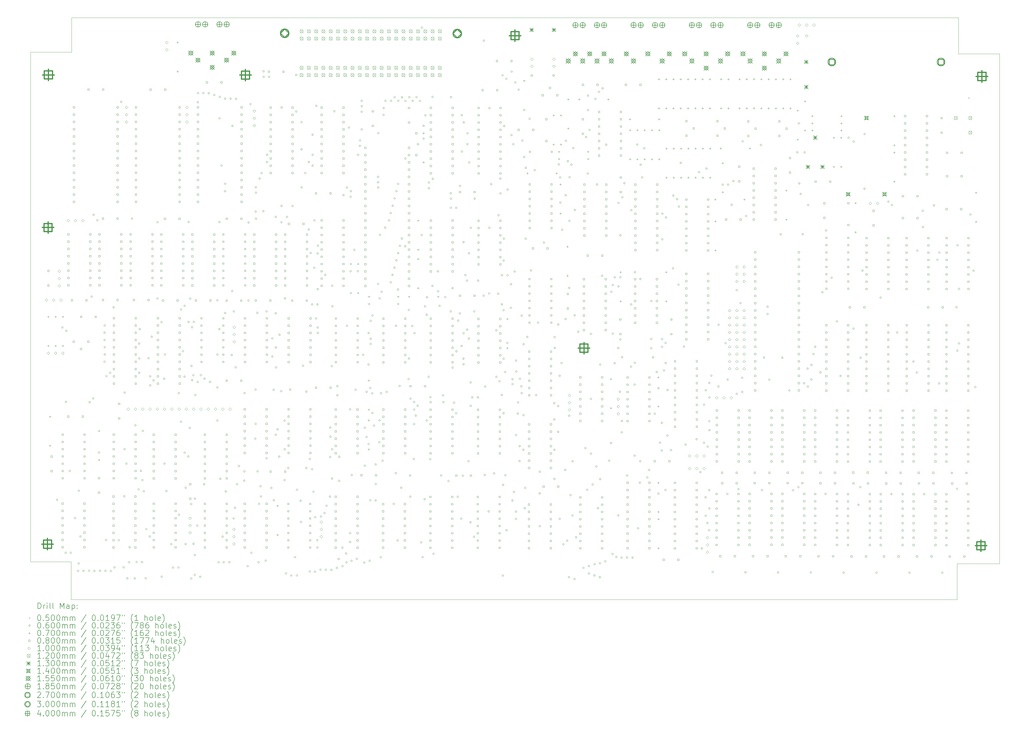
<source format=gbr>
%TF.GenerationSoftware,KiCad,Pcbnew,7.0.11*%
%TF.CreationDate,2025-07-15T19:22:32+01:00*%
%TF.ProjectId,lynx128,6c796e78-3132-4382-9e6b-696361645f70,rev?*%
%TF.SameCoordinates,Original*%
%TF.FileFunction,Drillmap*%
%TF.FilePolarity,Positive*%
%FSLAX45Y45*%
G04 Gerber Fmt 4.5, Leading zero omitted, Abs format (unit mm)*
G04 Created by KiCad (PCBNEW 7.0.11) date 2025-07-15 19:22:32*
%MOMM*%
%LPD*%
G01*
G04 APERTURE LIST*
%ADD10C,0.100000*%
%ADD11C,0.200000*%
%ADD12C,0.120000*%
%ADD13C,0.130000*%
%ADD14C,0.140000*%
%ADD15C,0.155000*%
%ADD16C,0.185000*%
%ADD17C,0.270000*%
%ADD18C,0.300000*%
%ADD19C,0.400000*%
G04 APERTURE END LIST*
D10*
X36251000Y-3347000D02*
X36251000Y-4611000D01*
X5296000Y-4549000D02*
X3863000Y-4549000D01*
X5296000Y-3347000D02*
X5296000Y-4549000D01*
X36251000Y-4611000D02*
X37683000Y-4611000D01*
X36196000Y-23677000D02*
X5279000Y-23677000D01*
X37683000Y-4611000D02*
X37683000Y-22428000D01*
X37683000Y-22428000D02*
X36196000Y-22428000D01*
X36251000Y-3347000D02*
X5296000Y-3347000D01*
X3863000Y-22357000D02*
X5279000Y-22357000D01*
X5279000Y-22357000D02*
X5279000Y-23677000D01*
X3863000Y-22357000D02*
X3863000Y-4549000D01*
X36196000Y-22428000D02*
X36196000Y-23677000D01*
D11*
D10*
X36588000Y-6124000D02*
X36638000Y-6174000D01*
X36638000Y-6124000D02*
X36588000Y-6174000D01*
X4821000Y-20192000D02*
G75*
G03*
X4761000Y-20192000I-30000J0D01*
G01*
X4761000Y-20192000D02*
G75*
G03*
X4821000Y-20192000I30000J0D01*
G01*
X5007000Y-14169000D02*
G75*
G03*
X4947000Y-14169000I-30000J0D01*
G01*
X4947000Y-14169000D02*
G75*
G03*
X5007000Y-14169000I30000J0D01*
G01*
X5119000Y-22042000D02*
G75*
G03*
X5059000Y-22042000I-30000J0D01*
G01*
X5059000Y-22042000D02*
G75*
G03*
X5119000Y-22042000I30000J0D01*
G01*
X5128000Y-16772000D02*
G75*
G03*
X5068000Y-16772000I-30000J0D01*
G01*
X5068000Y-16772000D02*
G75*
G03*
X5128000Y-16772000I30000J0D01*
G01*
X5141000Y-14291000D02*
G75*
G03*
X5081000Y-14291000I-30000J0D01*
G01*
X5081000Y-14291000D02*
G75*
G03*
X5141000Y-14291000I30000J0D01*
G01*
X5263000Y-19183000D02*
G75*
G03*
X5203000Y-19183000I-30000J0D01*
G01*
X5203000Y-19183000D02*
G75*
G03*
X5263000Y-19183000I30000J0D01*
G01*
X5296000Y-22044000D02*
G75*
G03*
X5236000Y-22044000I-30000J0D01*
G01*
X5236000Y-22044000D02*
G75*
G03*
X5296000Y-22044000I30000J0D01*
G01*
X5449000Y-20828000D02*
G75*
G03*
X5389000Y-20828000I-30000J0D01*
G01*
X5389000Y-20828000D02*
G75*
G03*
X5449000Y-20828000I30000J0D01*
G01*
X5548000Y-22676000D02*
G75*
G03*
X5488000Y-22676000I-30000J0D01*
G01*
X5488000Y-22676000D02*
G75*
G03*
X5548000Y-22676000I30000J0D01*
G01*
X5573000Y-22419000D02*
G75*
G03*
X5513000Y-22419000I-30000J0D01*
G01*
X5513000Y-22419000D02*
G75*
G03*
X5573000Y-22419000I30000J0D01*
G01*
X5579000Y-19876000D02*
G75*
G03*
X5519000Y-19876000I-30000J0D01*
G01*
X5519000Y-19876000D02*
G75*
G03*
X5579000Y-19876000I30000J0D01*
G01*
X5634000Y-21469000D02*
G75*
G03*
X5574000Y-21469000I-30000J0D01*
G01*
X5574000Y-21469000D02*
G75*
G03*
X5634000Y-21469000I30000J0D01*
G01*
X5740000Y-22673000D02*
G75*
G03*
X5680000Y-22673000I-30000J0D01*
G01*
X5680000Y-22673000D02*
G75*
G03*
X5740000Y-22673000I30000J0D01*
G01*
X5933000Y-22671000D02*
G75*
G03*
X5873000Y-22671000I-30000J0D01*
G01*
X5873000Y-22671000D02*
G75*
G03*
X5933000Y-22671000I30000J0D01*
G01*
X5956000Y-16781000D02*
G75*
G03*
X5896000Y-16781000I-30000J0D01*
G01*
X5896000Y-16781000D02*
G75*
G03*
X5956000Y-16781000I30000J0D01*
G01*
X6030000Y-13096000D02*
G75*
G03*
X5970000Y-13096000I-30000J0D01*
G01*
X5970000Y-13096000D02*
G75*
G03*
X6030000Y-13096000I30000J0D01*
G01*
X6081000Y-16648000D02*
G75*
G03*
X6021000Y-16648000I-30000J0D01*
G01*
X6021000Y-16648000D02*
G75*
G03*
X6081000Y-16648000I30000J0D01*
G01*
X6093000Y-10236000D02*
G75*
G03*
X6033000Y-10236000I-30000J0D01*
G01*
X6033000Y-10236000D02*
G75*
G03*
X6093000Y-10236000I30000J0D01*
G01*
X6118000Y-22675000D02*
G75*
G03*
X6058000Y-22675000I-30000J0D01*
G01*
X6058000Y-22675000D02*
G75*
G03*
X6118000Y-22675000I30000J0D01*
G01*
X6224000Y-10425000D02*
G75*
G03*
X6164000Y-10425000I-30000J0D01*
G01*
X6164000Y-10425000D02*
G75*
G03*
X6224000Y-10425000I30000J0D01*
G01*
X6284000Y-18540000D02*
G75*
G03*
X6224000Y-18540000I-30000J0D01*
G01*
X6224000Y-18540000D02*
G75*
G03*
X6284000Y-18540000I30000J0D01*
G01*
X6317000Y-22673000D02*
G75*
G03*
X6257000Y-22673000I-30000J0D01*
G01*
X6257000Y-22673000D02*
G75*
G03*
X6317000Y-22673000I30000J0D01*
G01*
X6476000Y-15366000D02*
G75*
G03*
X6416000Y-15366000I-30000J0D01*
G01*
X6416000Y-15366000D02*
G75*
G03*
X6476000Y-15366000I30000J0D01*
G01*
X6477000Y-14352000D02*
G75*
G03*
X6417000Y-14352000I-30000J0D01*
G01*
X6417000Y-14352000D02*
G75*
G03*
X6477000Y-14352000I30000J0D01*
G01*
X6480000Y-14609000D02*
G75*
G03*
X6420000Y-14609000I-30000J0D01*
G01*
X6420000Y-14609000D02*
G75*
G03*
X6480000Y-14609000I30000J0D01*
G01*
X6480000Y-14861000D02*
G75*
G03*
X6420000Y-14861000I-30000J0D01*
G01*
X6420000Y-14861000D02*
G75*
G03*
X6480000Y-14861000I30000J0D01*
G01*
X6483000Y-14100000D02*
G75*
G03*
X6423000Y-14100000I-30000J0D01*
G01*
X6423000Y-14100000D02*
G75*
G03*
X6483000Y-14100000I30000J0D01*
G01*
X6484000Y-15114000D02*
G75*
G03*
X6424000Y-15114000I-30000J0D01*
G01*
X6424000Y-15114000D02*
G75*
G03*
X6484000Y-15114000I30000J0D01*
G01*
X6507000Y-22673000D02*
G75*
G03*
X6447000Y-22673000I-30000J0D01*
G01*
X6447000Y-22673000D02*
G75*
G03*
X6507000Y-22673000I30000J0D01*
G01*
X6529000Y-21595000D02*
G75*
G03*
X6469000Y-21595000I-30000J0D01*
G01*
X6469000Y-21595000D02*
G75*
G03*
X6529000Y-21595000I30000J0D01*
G01*
X6541000Y-15873000D02*
G75*
G03*
X6481000Y-15873000I-30000J0D01*
G01*
X6481000Y-15873000D02*
G75*
G03*
X6541000Y-15873000I30000J0D01*
G01*
X6671000Y-15750000D02*
G75*
G03*
X6611000Y-15750000I-30000J0D01*
G01*
X6611000Y-15750000D02*
G75*
G03*
X6671000Y-15750000I30000J0D01*
G01*
X6698000Y-22679000D02*
G75*
G03*
X6638000Y-22679000I-30000J0D01*
G01*
X6638000Y-22679000D02*
G75*
G03*
X6698000Y-22679000I30000J0D01*
G01*
X6791000Y-13470000D02*
G75*
G03*
X6731000Y-13470000I-30000J0D01*
G01*
X6731000Y-13470000D02*
G75*
G03*
X6791000Y-13470000I30000J0D01*
G01*
X6826000Y-22553000D02*
G75*
G03*
X6766000Y-22553000I-30000J0D01*
G01*
X6766000Y-22553000D02*
G75*
G03*
X6826000Y-22553000I30000J0D01*
G01*
X6974000Y-21602000D02*
G75*
G03*
X6914000Y-21602000I-30000J0D01*
G01*
X6914000Y-21602000D02*
G75*
G03*
X6974000Y-21602000I30000J0D01*
G01*
X7056000Y-6289000D02*
G75*
G03*
X6996000Y-6289000I-30000J0D01*
G01*
X6996000Y-6289000D02*
G75*
G03*
X7056000Y-6289000I30000J0D01*
G01*
X7142000Y-22550000D02*
G75*
G03*
X7082000Y-22550000I-30000J0D01*
G01*
X7082000Y-22550000D02*
G75*
G03*
X7142000Y-22550000I30000J0D01*
G01*
X7165000Y-20073000D02*
G75*
G03*
X7105000Y-20073000I-30000J0D01*
G01*
X7105000Y-20073000D02*
G75*
G03*
X7165000Y-20073000I30000J0D01*
G01*
X7174000Y-18421000D02*
G75*
G03*
X7114000Y-18421000I-30000J0D01*
G01*
X7114000Y-18421000D02*
G75*
G03*
X7174000Y-18421000I30000J0D01*
G01*
X7178000Y-16446000D02*
G75*
G03*
X7118000Y-16446000I-30000J0D01*
G01*
X7118000Y-16446000D02*
G75*
G03*
X7178000Y-16446000I30000J0D01*
G01*
X7237000Y-18926000D02*
G75*
G03*
X7177000Y-18926000I-30000J0D01*
G01*
X7177000Y-18926000D02*
G75*
G03*
X7237000Y-18926000I30000J0D01*
G01*
X7271000Y-22935000D02*
G75*
G03*
X7211000Y-22935000I-30000J0D01*
G01*
X7211000Y-22935000D02*
G75*
G03*
X7271000Y-22935000I30000J0D01*
G01*
X7330000Y-22372000D02*
G75*
G03*
X7270000Y-22372000I-30000J0D01*
G01*
X7270000Y-22372000D02*
G75*
G03*
X7330000Y-22372000I30000J0D01*
G01*
X7351000Y-21851000D02*
G75*
G03*
X7291000Y-21851000I-30000J0D01*
G01*
X7291000Y-21851000D02*
G75*
G03*
X7351000Y-21851000I30000J0D01*
G01*
X7434000Y-10366000D02*
G75*
G03*
X7374000Y-10366000I-30000J0D01*
G01*
X7374000Y-10366000D02*
G75*
G03*
X7434000Y-10366000I30000J0D01*
G01*
X7529000Y-22937000D02*
G75*
G03*
X7469000Y-22937000I-30000J0D01*
G01*
X7469000Y-22937000D02*
G75*
G03*
X7529000Y-22937000I30000J0D01*
G01*
X7551000Y-17592000D02*
G75*
G03*
X7491000Y-17592000I-30000J0D01*
G01*
X7491000Y-17592000D02*
G75*
G03*
X7551000Y-17592000I30000J0D01*
G01*
X7597000Y-22364000D02*
G75*
G03*
X7537000Y-22364000I-30000J0D01*
G01*
X7537000Y-22364000D02*
G75*
G03*
X7597000Y-22364000I30000J0D01*
G01*
X7659000Y-19824000D02*
G75*
G03*
X7599000Y-19824000I-30000J0D01*
G01*
X7599000Y-19824000D02*
G75*
G03*
X7659000Y-19824000I30000J0D01*
G01*
X7683000Y-14734000D02*
G75*
G03*
X7623000Y-14734000I-30000J0D01*
G01*
X7623000Y-14734000D02*
G75*
G03*
X7683000Y-14734000I30000J0D01*
G01*
X7685000Y-15755000D02*
G75*
G03*
X7625000Y-15755000I-30000J0D01*
G01*
X7625000Y-15755000D02*
G75*
G03*
X7685000Y-15755000I30000J0D01*
G01*
X7690000Y-15252000D02*
G75*
G03*
X7630000Y-15252000I-30000J0D01*
G01*
X7630000Y-15252000D02*
G75*
G03*
X7690000Y-15252000I30000J0D01*
G01*
X7706000Y-14231000D02*
G75*
G03*
X7646000Y-14231000I-30000J0D01*
G01*
X7646000Y-14231000D02*
G75*
G03*
X7706000Y-14231000I30000J0D01*
G01*
X7744000Y-19179000D02*
G75*
G03*
X7684000Y-19179000I-30000J0D01*
G01*
X7684000Y-19179000D02*
G75*
G03*
X7744000Y-19179000I30000J0D01*
G01*
X7780000Y-22370000D02*
G75*
G03*
X7720000Y-22370000I-30000J0D01*
G01*
X7720000Y-22370000D02*
G75*
G03*
X7780000Y-22370000I30000J0D01*
G01*
X7799000Y-19504000D02*
G75*
G03*
X7739000Y-19504000I-30000J0D01*
G01*
X7739000Y-19504000D02*
G75*
G03*
X7799000Y-19504000I30000J0D01*
G01*
X7813000Y-17783000D02*
G75*
G03*
X7753000Y-17783000I-30000J0D01*
G01*
X7753000Y-17783000D02*
G75*
G03*
X7813000Y-17783000I30000J0D01*
G01*
X7845000Y-19891000D02*
G75*
G03*
X7785000Y-19891000I-30000J0D01*
G01*
X7785000Y-19891000D02*
G75*
G03*
X7845000Y-19891000I30000J0D01*
G01*
X7913000Y-22934000D02*
G75*
G03*
X7853000Y-22934000I-30000J0D01*
G01*
X7853000Y-22934000D02*
G75*
G03*
X7913000Y-22934000I30000J0D01*
G01*
X7929000Y-21215000D02*
G75*
G03*
X7869000Y-21215000I-30000J0D01*
G01*
X7869000Y-21215000D02*
G75*
G03*
X7929000Y-21215000I30000J0D01*
G01*
X8008000Y-15243000D02*
G75*
G03*
X7948000Y-15243000I-30000J0D01*
G01*
X7948000Y-15243000D02*
G75*
G03*
X8008000Y-15243000I30000J0D01*
G01*
X8056000Y-21472000D02*
G75*
G03*
X7996000Y-21472000I-30000J0D01*
G01*
X7996000Y-21472000D02*
G75*
G03*
X8056000Y-21472000I30000J0D01*
G01*
X8071000Y-15880000D02*
G75*
G03*
X8011000Y-15880000I-30000J0D01*
G01*
X8011000Y-15880000D02*
G75*
G03*
X8071000Y-15880000I30000J0D01*
G01*
X8071000Y-16194000D02*
G75*
G03*
X8011000Y-16194000I-30000J0D01*
G01*
X8011000Y-16194000D02*
G75*
G03*
X8071000Y-16194000I30000J0D01*
G01*
X8123000Y-14494000D02*
G75*
G03*
X8063000Y-14494000I-30000J0D01*
G01*
X8063000Y-14494000D02*
G75*
G03*
X8123000Y-14494000I30000J0D01*
G01*
X8187000Y-16019000D02*
G75*
G03*
X8127000Y-16019000I-30000J0D01*
G01*
X8127000Y-16019000D02*
G75*
G03*
X8187000Y-16019000I30000J0D01*
G01*
X8323000Y-13159000D02*
G75*
G03*
X8263000Y-13159000I-30000J0D01*
G01*
X8263000Y-13159000D02*
G75*
G03*
X8323000Y-13159000I30000J0D01*
G01*
X8326000Y-10494000D02*
G75*
G03*
X8266000Y-10494000I-30000J0D01*
G01*
X8266000Y-10494000D02*
G75*
G03*
X8326000Y-10494000I30000J0D01*
G01*
X8465226Y-13985535D02*
G75*
G03*
X8405226Y-13985535I-30000J0D01*
G01*
X8405226Y-13985535D02*
G75*
G03*
X8465226Y-13985535I30000J0D01*
G01*
X8471000Y-22878000D02*
G75*
G03*
X8411000Y-22878000I-30000J0D01*
G01*
X8411000Y-22878000D02*
G75*
G03*
X8471000Y-22878000I30000J0D01*
G01*
X8561000Y-15960000D02*
G75*
G03*
X8501000Y-15960000I-30000J0D01*
G01*
X8501000Y-15960000D02*
G75*
G03*
X8561000Y-15960000I30000J0D01*
G01*
X8567000Y-18929000D02*
G75*
G03*
X8507000Y-18929000I-30000J0D01*
G01*
X8507000Y-18929000D02*
G75*
G03*
X8567000Y-18929000I30000J0D01*
G01*
X8583000Y-15117000D02*
G75*
G03*
X8523000Y-15117000I-30000J0D01*
G01*
X8523000Y-15117000D02*
G75*
G03*
X8583000Y-15117000I30000J0D01*
G01*
X8633000Y-19887000D02*
G75*
G03*
X8573000Y-19887000I-30000J0D01*
G01*
X8573000Y-19887000D02*
G75*
G03*
X8633000Y-19887000I30000J0D01*
G01*
X8801000Y-21739000D02*
G75*
G03*
X8741000Y-21739000I-30000J0D01*
G01*
X8741000Y-21739000D02*
G75*
G03*
X8801000Y-21739000I30000J0D01*
G01*
X8862000Y-22561000D02*
G75*
G03*
X8802000Y-22561000I-30000J0D01*
G01*
X8802000Y-22561000D02*
G75*
G03*
X8862000Y-22561000I30000J0D01*
G01*
X9054000Y-22558000D02*
G75*
G03*
X8994000Y-22558000I-30000J0D01*
G01*
X8994000Y-22558000D02*
G75*
G03*
X9054000Y-22558000I30000J0D01*
G01*
X9069000Y-16465000D02*
G75*
G03*
X9009000Y-16465000I-30000J0D01*
G01*
X9009000Y-16465000D02*
G75*
G03*
X9069000Y-16465000I30000J0D01*
G01*
X9073000Y-20712000D02*
G75*
G03*
X9013000Y-20712000I-30000J0D01*
G01*
X9013000Y-20712000D02*
G75*
G03*
X9073000Y-20712000I30000J0D01*
G01*
X9145000Y-13545000D02*
G75*
G03*
X9085000Y-13545000I-30000J0D01*
G01*
X9085000Y-13545000D02*
G75*
G03*
X9145000Y-13545000I30000J0D01*
G01*
X9145000Y-17465000D02*
G75*
G03*
X9085000Y-17465000I-30000J0D01*
G01*
X9085000Y-17465000D02*
G75*
G03*
X9145000Y-17465000I30000J0D01*
G01*
X9211000Y-14997000D02*
G75*
G03*
X9151000Y-14997000I-30000J0D01*
G01*
X9151000Y-14997000D02*
G75*
G03*
X9211000Y-14997000I30000J0D01*
G01*
X9267000Y-15890000D02*
G75*
G03*
X9207000Y-15890000I-30000J0D01*
G01*
X9207000Y-15890000D02*
G75*
G03*
X9267000Y-15890000I30000J0D01*
G01*
X9270000Y-18549000D02*
G75*
G03*
X9210000Y-18549000I-30000J0D01*
G01*
X9210000Y-18549000D02*
G75*
G03*
X9270000Y-18549000I30000J0D01*
G01*
X9274000Y-13416000D02*
G75*
G03*
X9214000Y-13416000I-30000J0D01*
G01*
X9214000Y-13416000D02*
G75*
G03*
X9274000Y-13416000I30000J0D01*
G01*
X9305000Y-21735000D02*
G75*
G03*
X9245000Y-21735000I-30000J0D01*
G01*
X9245000Y-21735000D02*
G75*
G03*
X9305000Y-21735000I30000J0D01*
G01*
X9309000Y-19772000D02*
G75*
G03*
X9249000Y-19772000I-30000J0D01*
G01*
X9249000Y-19772000D02*
G75*
G03*
X9309000Y-19772000I30000J0D01*
G01*
X9395000Y-18678000D02*
G75*
G03*
X9335000Y-18678000I-30000J0D01*
G01*
X9335000Y-18678000D02*
G75*
G03*
X9395000Y-18678000I30000J0D01*
G01*
X9407000Y-13979000D02*
G75*
G03*
X9347000Y-13979000I-30000J0D01*
G01*
X9347000Y-13979000D02*
G75*
G03*
X9407000Y-13979000I30000J0D01*
G01*
X9410000Y-10483000D02*
G75*
G03*
X9350000Y-10483000I-30000J0D01*
G01*
X9350000Y-10483000D02*
G75*
G03*
X9410000Y-10483000I30000J0D01*
G01*
X9453000Y-17680000D02*
G75*
G03*
X9393000Y-17680000I-30000J0D01*
G01*
X9393000Y-17680000D02*
G75*
G03*
X9453000Y-17680000I30000J0D01*
G01*
X9463000Y-13163000D02*
G75*
G03*
X9403000Y-13163000I-30000J0D01*
G01*
X9403000Y-13163000D02*
G75*
G03*
X9463000Y-13163000I30000J0D01*
G01*
X9498000Y-20340000D02*
G75*
G03*
X9438000Y-20340000I-30000J0D01*
G01*
X9438000Y-20340000D02*
G75*
G03*
X9498000Y-20340000I30000J0D01*
G01*
X9501000Y-22941000D02*
G75*
G03*
X9441000Y-22941000I-30000J0D01*
G01*
X9441000Y-22941000D02*
G75*
G03*
X9501000Y-22941000I30000J0D01*
G01*
X9510000Y-15513000D02*
G75*
G03*
X9450000Y-15513000I-30000J0D01*
G01*
X9450000Y-15513000D02*
G75*
G03*
X9510000Y-15513000I30000J0D01*
G01*
X9528000Y-14163000D02*
G75*
G03*
X9468000Y-14163000I-30000J0D01*
G01*
X9468000Y-14163000D02*
G75*
G03*
X9528000Y-14163000I30000J0D01*
G01*
X9531000Y-16011000D02*
G75*
G03*
X9471000Y-16011000I-30000J0D01*
G01*
X9471000Y-16011000D02*
G75*
G03*
X9531000Y-16011000I30000J0D01*
G01*
X9572000Y-15836000D02*
G75*
G03*
X9512000Y-15836000I-30000J0D01*
G01*
X9512000Y-15836000D02*
G75*
G03*
X9572000Y-15836000I30000J0D01*
G01*
X9581000Y-21727000D02*
G75*
G03*
X9521000Y-21727000I-30000J0D01*
G01*
X9521000Y-21727000D02*
G75*
G03*
X9581000Y-21727000I30000J0D01*
G01*
X9593000Y-13977000D02*
G75*
G03*
X9533000Y-13977000I-30000J0D01*
G01*
X9533000Y-13977000D02*
G75*
G03*
X9593000Y-13977000I30000J0D01*
G01*
X9624000Y-22122000D02*
G75*
G03*
X9564000Y-22122000I-30000J0D01*
G01*
X9564000Y-22122000D02*
G75*
G03*
X9624000Y-22122000I30000J0D01*
G01*
X9625000Y-22816000D02*
G75*
G03*
X9565000Y-22816000I-30000J0D01*
G01*
X9565000Y-22816000D02*
G75*
G03*
X9625000Y-22816000I30000J0D01*
G01*
X9629000Y-20152000D02*
G75*
G03*
X9569000Y-20152000I-30000J0D01*
G01*
X9569000Y-20152000D02*
G75*
G03*
X9629000Y-20152000I30000J0D01*
G01*
X9644000Y-16529000D02*
G75*
G03*
X9584000Y-16529000I-30000J0D01*
G01*
X9584000Y-16529000D02*
G75*
G03*
X9644000Y-16529000I30000J0D01*
G01*
X9708000Y-21093000D02*
G75*
G03*
X9648000Y-21093000I-30000J0D01*
G01*
X9648000Y-21093000D02*
G75*
G03*
X9708000Y-21093000I30000J0D01*
G01*
X9725000Y-16072000D02*
G75*
G03*
X9665000Y-16072000I-30000J0D01*
G01*
X9665000Y-16072000D02*
G75*
G03*
X9725000Y-16072000I30000J0D01*
G01*
X9730000Y-6300000D02*
G75*
G03*
X9670000Y-6300000I-30000J0D01*
G01*
X9670000Y-6300000D02*
G75*
G03*
X9730000Y-6300000I30000J0D01*
G01*
X9736000Y-5984000D02*
G75*
G03*
X9676000Y-5984000I-30000J0D01*
G01*
X9676000Y-5984000D02*
G75*
G03*
X9736000Y-5984000I30000J0D01*
G01*
X9815000Y-22884000D02*
G75*
G03*
X9755000Y-22884000I-30000J0D01*
G01*
X9755000Y-22884000D02*
G75*
G03*
X9815000Y-22884000I30000J0D01*
G01*
X9839000Y-15835000D02*
G75*
G03*
X9779000Y-15835000I-30000J0D01*
G01*
X9779000Y-15835000D02*
G75*
G03*
X9839000Y-15835000I30000J0D01*
G01*
X9923000Y-5984000D02*
G75*
G03*
X9863000Y-5984000I-30000J0D01*
G01*
X9863000Y-5984000D02*
G75*
G03*
X9923000Y-5984000I30000J0D01*
G01*
X9950000Y-19650000D02*
G75*
G03*
X9890000Y-19650000I-30000J0D01*
G01*
X9890000Y-19650000D02*
G75*
G03*
X9950000Y-19650000I30000J0D01*
G01*
X9966000Y-15960000D02*
G75*
G03*
X9906000Y-15960000I-30000J0D01*
G01*
X9906000Y-15960000D02*
G75*
G03*
X9966000Y-15960000I30000J0D01*
G01*
X10112000Y-5986000D02*
G75*
G03*
X10052000Y-5986000I-30000J0D01*
G01*
X10052000Y-5986000D02*
G75*
G03*
X10112000Y-5986000I30000J0D01*
G01*
X10157000Y-16071000D02*
G75*
G03*
X10097000Y-16071000I-30000J0D01*
G01*
X10097000Y-16071000D02*
G75*
G03*
X10157000Y-16071000I30000J0D01*
G01*
X10306000Y-6048000D02*
G75*
G03*
X10246000Y-6048000I-30000J0D01*
G01*
X10246000Y-6048000D02*
G75*
G03*
X10306000Y-6048000I30000J0D01*
G01*
X10410000Y-17422000D02*
G75*
G03*
X10350000Y-17422000I-30000J0D01*
G01*
X10350000Y-17422000D02*
G75*
G03*
X10410000Y-17422000I30000J0D01*
G01*
X10411000Y-13223000D02*
G75*
G03*
X10351000Y-13223000I-30000J0D01*
G01*
X10351000Y-13223000D02*
G75*
G03*
X10411000Y-13223000I30000J0D01*
G01*
X10415000Y-15119000D02*
G75*
G03*
X10355000Y-15119000I-30000J0D01*
G01*
X10355000Y-15119000D02*
G75*
G03*
X10415000Y-15119000I30000J0D01*
G01*
X10417000Y-16269000D02*
G75*
G03*
X10357000Y-16269000I-30000J0D01*
G01*
X10357000Y-16269000D02*
G75*
G03*
X10417000Y-16269000I30000J0D01*
G01*
X10456000Y-22371000D02*
G75*
G03*
X10396000Y-22371000I-30000J0D01*
G01*
X10396000Y-22371000D02*
G75*
G03*
X10456000Y-22371000I30000J0D01*
G01*
X10483000Y-14232000D02*
G75*
G03*
X10423000Y-14232000I-30000J0D01*
G01*
X10423000Y-14232000D02*
G75*
G03*
X10483000Y-14232000I30000J0D01*
G01*
X10486000Y-10489000D02*
G75*
G03*
X10426000Y-10489000I-30000J0D01*
G01*
X10426000Y-10489000D02*
G75*
G03*
X10486000Y-10489000I30000J0D01*
G01*
X10487000Y-6863000D02*
G75*
G03*
X10427000Y-6863000I-30000J0D01*
G01*
X10427000Y-6863000D02*
G75*
G03*
X10487000Y-6863000I30000J0D01*
G01*
X10499000Y-6115000D02*
G75*
G03*
X10439000Y-6115000I-30000J0D01*
G01*
X10439000Y-6115000D02*
G75*
G03*
X10499000Y-6115000I30000J0D01*
G01*
X10516000Y-19456000D02*
G75*
G03*
X10456000Y-19456000I-30000J0D01*
G01*
X10456000Y-19456000D02*
G75*
G03*
X10516000Y-19456000I30000J0D01*
G01*
X10557000Y-8511000D02*
G75*
G03*
X10497000Y-8511000I-30000J0D01*
G01*
X10497000Y-8511000D02*
G75*
G03*
X10557000Y-8511000I30000J0D01*
G01*
X10595000Y-21480000D02*
G75*
G03*
X10535000Y-21480000I-30000J0D01*
G01*
X10535000Y-21480000D02*
G75*
G03*
X10595000Y-21480000I30000J0D01*
G01*
X10634000Y-22372000D02*
G75*
G03*
X10574000Y-22372000I-30000J0D01*
G01*
X10574000Y-22372000D02*
G75*
G03*
X10634000Y-22372000I30000J0D01*
G01*
X10681000Y-9408000D02*
G75*
G03*
X10621000Y-9408000I-30000J0D01*
G01*
X10621000Y-9408000D02*
G75*
G03*
X10681000Y-9408000I30000J0D01*
G01*
X10683000Y-6180000D02*
G75*
G03*
X10623000Y-6180000I-30000J0D01*
G01*
X10623000Y-6180000D02*
G75*
G03*
X10683000Y-6180000I30000J0D01*
G01*
X10684000Y-9151000D02*
G75*
G03*
X10624000Y-9151000I-30000J0D01*
G01*
X10624000Y-9151000D02*
G75*
G03*
X10684000Y-9151000I30000J0D01*
G01*
X10685000Y-13665000D02*
G75*
G03*
X10625000Y-13665000I-30000J0D01*
G01*
X10625000Y-13665000D02*
G75*
G03*
X10685000Y-13665000I30000J0D01*
G01*
X10708000Y-19898000D02*
G75*
G03*
X10648000Y-19898000I-30000J0D01*
G01*
X10648000Y-19898000D02*
G75*
G03*
X10708000Y-19898000I30000J0D01*
G01*
X10832000Y-22372000D02*
G75*
G03*
X10772000Y-22372000I-30000J0D01*
G01*
X10772000Y-22372000D02*
G75*
G03*
X10832000Y-22372000I30000J0D01*
G01*
X10873000Y-6180000D02*
G75*
G03*
X10813000Y-6180000I-30000J0D01*
G01*
X10813000Y-6180000D02*
G75*
G03*
X10873000Y-6180000I30000J0D01*
G01*
X10915000Y-15131000D02*
G75*
G03*
X10855000Y-15131000I-30000J0D01*
G01*
X10855000Y-15131000D02*
G75*
G03*
X10915000Y-15131000I30000J0D01*
G01*
X10930000Y-12897000D02*
G75*
G03*
X10870000Y-12897000I-30000J0D01*
G01*
X10870000Y-12897000D02*
G75*
G03*
X10930000Y-12897000I30000J0D01*
G01*
X10936000Y-7129000D02*
G75*
G03*
X10876000Y-7129000I-30000J0D01*
G01*
X10876000Y-7129000D02*
G75*
G03*
X10936000Y-7129000I30000J0D01*
G01*
X10982000Y-20839000D02*
G75*
G03*
X10922000Y-20839000I-30000J0D01*
G01*
X10922000Y-20839000D02*
G75*
G03*
X10982000Y-20839000I30000J0D01*
G01*
X10985000Y-13610000D02*
G75*
G03*
X10925000Y-13610000I-30000J0D01*
G01*
X10925000Y-13610000D02*
G75*
G03*
X10985000Y-13610000I30000J0D01*
G01*
X11028000Y-20471000D02*
G75*
G03*
X10968000Y-20471000I-30000J0D01*
G01*
X10968000Y-20471000D02*
G75*
G03*
X11028000Y-20471000I30000J0D01*
G01*
X11052000Y-15565000D02*
G75*
G03*
X10992000Y-15565000I-30000J0D01*
G01*
X10992000Y-15565000D02*
G75*
G03*
X11052000Y-15565000I30000J0D01*
G01*
X11067000Y-6182000D02*
G75*
G03*
X11007000Y-6182000I-30000J0D01*
G01*
X11007000Y-6182000D02*
G75*
G03*
X11067000Y-6182000I30000J0D01*
G01*
X11098000Y-19646000D02*
G75*
G03*
X11038000Y-19646000I-30000J0D01*
G01*
X11038000Y-19646000D02*
G75*
G03*
X11098000Y-19646000I30000J0D01*
G01*
X11164000Y-19010000D02*
G75*
G03*
X11104000Y-19010000I-30000J0D01*
G01*
X11104000Y-19010000D02*
G75*
G03*
X11164000Y-19010000I30000J0D01*
G01*
X11349000Y-19524000D02*
G75*
G03*
X11289000Y-19524000I-30000J0D01*
G01*
X11289000Y-19524000D02*
G75*
G03*
X11349000Y-19524000I30000J0D01*
G01*
X11354000Y-19199000D02*
G75*
G03*
X11294000Y-19199000I-30000J0D01*
G01*
X11294000Y-19199000D02*
G75*
G03*
X11354000Y-19199000I30000J0D01*
G01*
X11360000Y-16466000D02*
G75*
G03*
X11300000Y-16466000I-30000J0D01*
G01*
X11300000Y-16466000D02*
G75*
G03*
X11360000Y-16466000I30000J0D01*
G01*
X11471000Y-22506000D02*
G75*
G03*
X11411000Y-22506000I-30000J0D01*
G01*
X11411000Y-22506000D02*
G75*
G03*
X11471000Y-22506000I30000J0D01*
G01*
X11496000Y-13229000D02*
G75*
G03*
X11436000Y-13229000I-30000J0D01*
G01*
X11436000Y-13229000D02*
G75*
G03*
X11496000Y-13229000I30000J0D01*
G01*
X11502000Y-10501000D02*
G75*
G03*
X11442000Y-10501000I-30000J0D01*
G01*
X11442000Y-10501000D02*
G75*
G03*
X11502000Y-10501000I30000J0D01*
G01*
X11573000Y-6373000D02*
G75*
G03*
X11513000Y-6373000I-30000J0D01*
G01*
X11513000Y-6373000D02*
G75*
G03*
X11573000Y-6373000I30000J0D01*
G01*
X11600000Y-22044000D02*
G75*
G03*
X11540000Y-22044000I-30000J0D01*
G01*
X11540000Y-22044000D02*
G75*
G03*
X11600000Y-22044000I30000J0D01*
G01*
X11737000Y-18058000D02*
G75*
G03*
X11677000Y-18058000I-30000J0D01*
G01*
X11677000Y-18058000D02*
G75*
G03*
X11737000Y-18058000I30000J0D01*
G01*
X11747000Y-16338000D02*
G75*
G03*
X11687000Y-16338000I-30000J0D01*
G01*
X11687000Y-16338000D02*
G75*
G03*
X11747000Y-16338000I30000J0D01*
G01*
X11750000Y-17537000D02*
G75*
G03*
X11690000Y-17537000I-30000J0D01*
G01*
X11690000Y-17537000D02*
G75*
G03*
X11750000Y-17537000I30000J0D01*
G01*
X11754000Y-10122000D02*
G75*
G03*
X11694000Y-10122000I-30000J0D01*
G01*
X11694000Y-10122000D02*
G75*
G03*
X11754000Y-10122000I30000J0D01*
G01*
X11755000Y-9274000D02*
G75*
G03*
X11695000Y-9274000I-30000J0D01*
G01*
X11695000Y-9274000D02*
G75*
G03*
X11755000Y-9274000I30000J0D01*
G01*
X11760000Y-9464000D02*
G75*
G03*
X11700000Y-9464000I-30000J0D01*
G01*
X11700000Y-9464000D02*
G75*
G03*
X11760000Y-9464000I30000J0D01*
G01*
X11760000Y-10371000D02*
G75*
G03*
X11700000Y-10371000I-30000J0D01*
G01*
X11700000Y-10371000D02*
G75*
G03*
X11760000Y-10371000I30000J0D01*
G01*
X11807000Y-13658000D02*
G75*
G03*
X11747000Y-13658000I-30000J0D01*
G01*
X11747000Y-13658000D02*
G75*
G03*
X11807000Y-13658000I30000J0D01*
G01*
X11814000Y-19196000D02*
G75*
G03*
X11754000Y-19196000I-30000J0D01*
G01*
X11754000Y-19196000D02*
G75*
G03*
X11814000Y-19196000I30000J0D01*
G01*
X11852000Y-22374000D02*
G75*
G03*
X11792000Y-22374000I-30000J0D01*
G01*
X11792000Y-22374000D02*
G75*
G03*
X11852000Y-22374000I30000J0D01*
G01*
X11869000Y-20330000D02*
G75*
G03*
X11809000Y-20330000I-30000J0D01*
G01*
X11809000Y-20330000D02*
G75*
G03*
X11869000Y-20330000I30000J0D01*
G01*
X11889000Y-8967000D02*
G75*
G03*
X11829000Y-8967000I-30000J0D01*
G01*
X11829000Y-8967000D02*
G75*
G03*
X11889000Y-8967000I30000J0D01*
G01*
X11919000Y-19716000D02*
G75*
G03*
X11859000Y-19716000I-30000J0D01*
G01*
X11859000Y-19716000D02*
G75*
G03*
X11919000Y-19716000I30000J0D01*
G01*
X11933000Y-20078000D02*
G75*
G03*
X11873000Y-20078000I-30000J0D01*
G01*
X11873000Y-20078000D02*
G75*
G03*
X11933000Y-20078000I30000J0D01*
G01*
X11954000Y-8779000D02*
G75*
G03*
X11894000Y-8779000I-30000J0D01*
G01*
X11894000Y-8779000D02*
G75*
G03*
X11954000Y-8779000I30000J0D01*
G01*
X12018000Y-10107000D02*
G75*
G03*
X11958000Y-10107000I-30000J0D01*
G01*
X11958000Y-10107000D02*
G75*
G03*
X12018000Y-10107000I30000J0D01*
G01*
X12025000Y-5224000D02*
G75*
G03*
X11965000Y-5224000I-30000J0D01*
G01*
X11965000Y-5224000D02*
G75*
G03*
X12025000Y-5224000I30000J0D01*
G01*
X12033000Y-5414000D02*
G75*
G03*
X11973000Y-5414000I-30000J0D01*
G01*
X11973000Y-5414000D02*
G75*
G03*
X12033000Y-5414000I30000J0D01*
G01*
X12102000Y-22315000D02*
G75*
G03*
X12042000Y-22315000I-30000J0D01*
G01*
X12042000Y-22315000D02*
G75*
G03*
X12102000Y-22315000I30000J0D01*
G01*
X12129000Y-18742000D02*
G75*
G03*
X12069000Y-18742000I-30000J0D01*
G01*
X12069000Y-18742000D02*
G75*
G03*
X12129000Y-18742000I30000J0D01*
G01*
X12130000Y-13610000D02*
G75*
G03*
X12070000Y-13610000I-30000J0D01*
G01*
X12070000Y-13610000D02*
G75*
G03*
X12130000Y-13610000I30000J0D01*
G01*
X12145000Y-8391000D02*
G75*
G03*
X12085000Y-8391000I-30000J0D01*
G01*
X12085000Y-8391000D02*
G75*
G03*
X12145000Y-8391000I30000J0D01*
G01*
X12148000Y-8136000D02*
G75*
G03*
X12088000Y-8136000I-30000J0D01*
G01*
X12088000Y-8136000D02*
G75*
G03*
X12148000Y-8136000I30000J0D01*
G01*
X12215000Y-5416000D02*
G75*
G03*
X12155000Y-5416000I-30000J0D01*
G01*
X12155000Y-5416000D02*
G75*
G03*
X12215000Y-5416000I30000J0D01*
G01*
X12297000Y-19778000D02*
G75*
G03*
X12237000Y-19778000I-30000J0D01*
G01*
X12237000Y-19778000D02*
G75*
G03*
X12297000Y-19778000I30000J0D01*
G01*
X12329000Y-14551000D02*
G75*
G03*
X12269000Y-14551000I-30000J0D01*
G01*
X12269000Y-14551000D02*
G75*
G03*
X12329000Y-14551000I30000J0D01*
G01*
X12330000Y-15182000D02*
G75*
G03*
X12270000Y-15182000I-30000J0D01*
G01*
X12270000Y-15182000D02*
G75*
G03*
X12330000Y-15182000I30000J0D01*
G01*
X12377000Y-16350000D02*
G75*
G03*
X12317000Y-16350000I-30000J0D01*
G01*
X12317000Y-16350000D02*
G75*
G03*
X12377000Y-16350000I30000J0D01*
G01*
X12384000Y-20203000D02*
G75*
G03*
X12324000Y-20203000I-30000J0D01*
G01*
X12324000Y-20203000D02*
G75*
G03*
X12384000Y-20203000I30000J0D01*
G01*
X12449000Y-13676000D02*
G75*
G03*
X12389000Y-13676000I-30000J0D01*
G01*
X12389000Y-13676000D02*
G75*
G03*
X12449000Y-13676000I30000J0D01*
G01*
X12450000Y-10306000D02*
G75*
G03*
X12390000Y-10306000I-30000J0D01*
G01*
X12390000Y-10306000D02*
G75*
G03*
X12450000Y-10306000I30000J0D01*
G01*
X12451000Y-17918000D02*
G75*
G03*
X12391000Y-17918000I-30000J0D01*
G01*
X12391000Y-17918000D02*
G75*
G03*
X12451000Y-17918000I30000J0D01*
G01*
X12456000Y-14868000D02*
G75*
G03*
X12396000Y-14868000I-30000J0D01*
G01*
X12396000Y-14868000D02*
G75*
G03*
X12456000Y-14868000I30000J0D01*
G01*
X12460000Y-15566000D02*
G75*
G03*
X12400000Y-15566000I-30000J0D01*
G01*
X12400000Y-15566000D02*
G75*
G03*
X12460000Y-15566000I30000J0D01*
G01*
X12514000Y-17729000D02*
G75*
G03*
X12454000Y-17729000I-30000J0D01*
G01*
X12454000Y-17729000D02*
G75*
G03*
X12514000Y-17729000I30000J0D01*
G01*
X12571000Y-18685000D02*
G75*
G03*
X12511000Y-18685000I-30000J0D01*
G01*
X12511000Y-18685000D02*
G75*
G03*
X12571000Y-18685000I30000J0D01*
G01*
X12582000Y-14426000D02*
G75*
G03*
X12522000Y-14426000I-30000J0D01*
G01*
X12522000Y-14426000D02*
G75*
G03*
X12582000Y-14426000I30000J0D01*
G01*
X12641000Y-16395000D02*
G75*
G03*
X12581000Y-16395000I-30000J0D01*
G01*
X12581000Y-16395000D02*
G75*
G03*
X12641000Y-16395000I30000J0D01*
G01*
X12650000Y-10496000D02*
G75*
G03*
X12590000Y-10496000I-30000J0D01*
G01*
X12590000Y-10496000D02*
G75*
G03*
X12650000Y-10496000I30000J0D01*
G01*
X12653000Y-9923000D02*
G75*
G03*
X12593000Y-9923000I-30000J0D01*
G01*
X12593000Y-9923000D02*
G75*
G03*
X12653000Y-9923000I30000J0D01*
G01*
X12656000Y-6486000D02*
G75*
G03*
X12596000Y-6486000I-30000J0D01*
G01*
X12596000Y-6486000D02*
G75*
G03*
X12656000Y-6486000I30000J0D01*
G01*
X12759000Y-17426000D02*
G75*
G03*
X12699000Y-17426000I-30000J0D01*
G01*
X12699000Y-17426000D02*
G75*
G03*
X12759000Y-17426000I30000J0D01*
G01*
X12760000Y-19505000D02*
G75*
G03*
X12700000Y-19505000I-30000J0D01*
G01*
X12700000Y-19505000D02*
G75*
G03*
X12760000Y-19505000I30000J0D01*
G01*
X12764000Y-18427000D02*
G75*
G03*
X12704000Y-18427000I-30000J0D01*
G01*
X12704000Y-18427000D02*
G75*
G03*
X12764000Y-18427000I30000J0D01*
G01*
X12774000Y-13156000D02*
G75*
G03*
X12714000Y-13156000I-30000J0D01*
G01*
X12714000Y-13156000D02*
G75*
G03*
X12774000Y-13156000I30000J0D01*
G01*
X12807000Y-22764000D02*
G75*
G03*
X12747000Y-22764000I-30000J0D01*
G01*
X12747000Y-22764000D02*
G75*
G03*
X12807000Y-22764000I30000J0D01*
G01*
X12842000Y-10310000D02*
G75*
G03*
X12782000Y-10310000I-30000J0D01*
G01*
X12782000Y-10310000D02*
G75*
G03*
X12842000Y-10310000I30000J0D01*
G01*
X12882000Y-19080000D02*
G75*
G03*
X12822000Y-19080000I-30000J0D01*
G01*
X12822000Y-19080000D02*
G75*
G03*
X12882000Y-19080000I30000J0D01*
G01*
X12953000Y-16340000D02*
G75*
G03*
X12893000Y-16340000I-30000J0D01*
G01*
X12893000Y-16340000D02*
G75*
G03*
X12953000Y-16340000I30000J0D01*
G01*
X12991000Y-22832000D02*
G75*
G03*
X12931000Y-22832000I-30000J0D01*
G01*
X12931000Y-22832000D02*
G75*
G03*
X12991000Y-22832000I30000J0D01*
G01*
X13034000Y-9927000D02*
G75*
G03*
X12974000Y-9927000I-30000J0D01*
G01*
X12974000Y-9927000D02*
G75*
G03*
X13034000Y-9927000I30000J0D01*
G01*
X13121000Y-22194000D02*
G75*
G03*
X13061000Y-22194000I-30000J0D01*
G01*
X13061000Y-22194000D02*
G75*
G03*
X13121000Y-22194000I30000J0D01*
G01*
X13164000Y-5350000D02*
G75*
G03*
X13104000Y-5350000I-30000J0D01*
G01*
X13104000Y-5350000D02*
G75*
G03*
X13164000Y-5350000I30000J0D01*
G01*
X13168000Y-6626000D02*
G75*
G03*
X13108000Y-6626000I-30000J0D01*
G01*
X13108000Y-6626000D02*
G75*
G03*
X13168000Y-6626000I30000J0D01*
G01*
X13189000Y-22832000D02*
G75*
G03*
X13129000Y-22832000I-30000J0D01*
G01*
X13129000Y-22832000D02*
G75*
G03*
X13189000Y-22832000I30000J0D01*
G01*
X13193000Y-19842000D02*
G75*
G03*
X13133000Y-19842000I-30000J0D01*
G01*
X13133000Y-19842000D02*
G75*
G03*
X13193000Y-19842000I30000J0D01*
G01*
X13319000Y-20226000D02*
G75*
G03*
X13259000Y-20226000I-30000J0D01*
G01*
X13259000Y-20226000D02*
G75*
G03*
X13319000Y-20226000I30000J0D01*
G01*
X13332000Y-20968000D02*
G75*
G03*
X13272000Y-20968000I-30000J0D01*
G01*
X13272000Y-20968000D02*
G75*
G03*
X13332000Y-20968000I30000J0D01*
G01*
X13349000Y-6996000D02*
G75*
G03*
X13289000Y-6996000I-30000J0D01*
G01*
X13289000Y-6996000D02*
G75*
G03*
X13349000Y-6996000I30000J0D01*
G01*
X13349000Y-7949000D02*
G75*
G03*
X13289000Y-7949000I-30000J0D01*
G01*
X13289000Y-7949000D02*
G75*
G03*
X13349000Y-7949000I30000J0D01*
G01*
X13356000Y-9279000D02*
G75*
G03*
X13296000Y-9279000I-30000J0D01*
G01*
X13296000Y-9279000D02*
G75*
G03*
X13356000Y-9279000I30000J0D01*
G01*
X13405000Y-15508000D02*
G75*
G03*
X13345000Y-15508000I-30000J0D01*
G01*
X13345000Y-15508000D02*
G75*
G03*
X13405000Y-15508000I30000J0D01*
G01*
X13480000Y-8776000D02*
G75*
G03*
X13420000Y-8776000I-30000J0D01*
G01*
X13420000Y-8776000D02*
G75*
G03*
X13480000Y-8776000I30000J0D01*
G01*
X13515000Y-19083000D02*
G75*
G03*
X13455000Y-19083000I-30000J0D01*
G01*
X13455000Y-19083000D02*
G75*
G03*
X13515000Y-19083000I30000J0D01*
G01*
X13519000Y-16410000D02*
G75*
G03*
X13459000Y-16410000I-30000J0D01*
G01*
X13459000Y-16410000D02*
G75*
G03*
X13519000Y-16410000I30000J0D01*
G01*
X13604000Y-10752000D02*
G75*
G03*
X13544000Y-10752000I-30000J0D01*
G01*
X13544000Y-10752000D02*
G75*
G03*
X13604000Y-10752000I30000J0D01*
G01*
X13607000Y-8391000D02*
G75*
G03*
X13547000Y-8391000I-30000J0D01*
G01*
X13547000Y-8391000D02*
G75*
G03*
X13607000Y-8391000I30000J0D01*
G01*
X13636000Y-22696000D02*
G75*
G03*
X13576000Y-22696000I-30000J0D01*
G01*
X13576000Y-22696000D02*
G75*
G03*
X13636000Y-22696000I30000J0D01*
G01*
X13637000Y-18767000D02*
G75*
G03*
X13577000Y-18767000I-30000J0D01*
G01*
X13577000Y-18767000D02*
G75*
G03*
X13637000Y-18767000I30000J0D01*
G01*
X13668000Y-11567000D02*
G75*
G03*
X13608000Y-11567000I-30000J0D01*
G01*
X13608000Y-11567000D02*
G75*
G03*
X13668000Y-11567000I30000J0D01*
G01*
X13719000Y-13368000D02*
G75*
G03*
X13659000Y-13368000I-30000J0D01*
G01*
X13659000Y-13368000D02*
G75*
G03*
X13719000Y-13368000I30000J0D01*
G01*
X13719000Y-19129000D02*
G75*
G03*
X13659000Y-19129000I-30000J0D01*
G01*
X13659000Y-19129000D02*
G75*
G03*
X13719000Y-19129000I30000J0D01*
G01*
X13736000Y-8516000D02*
G75*
G03*
X13676000Y-8516000I-30000J0D01*
G01*
X13676000Y-8516000D02*
G75*
G03*
X13736000Y-8516000I30000J0D01*
G01*
X13737000Y-7436000D02*
G75*
G03*
X13677000Y-7436000I-30000J0D01*
G01*
X13677000Y-7436000D02*
G75*
G03*
X13737000Y-7436000I30000J0D01*
G01*
X13738000Y-8137000D02*
G75*
G03*
X13678000Y-8137000I-30000J0D01*
G01*
X13678000Y-8137000D02*
G75*
G03*
X13738000Y-8137000I30000J0D01*
G01*
X13769000Y-19909000D02*
G75*
G03*
X13709000Y-19909000I-30000J0D01*
G01*
X13709000Y-19909000D02*
G75*
G03*
X13769000Y-19909000I30000J0D01*
G01*
X13794000Y-12086000D02*
G75*
G03*
X13734000Y-12086000I-30000J0D01*
G01*
X13734000Y-12086000D02*
G75*
G03*
X13794000Y-12086000I30000J0D01*
G01*
X13798000Y-10429000D02*
G75*
G03*
X13738000Y-10429000I-30000J0D01*
G01*
X13738000Y-10429000D02*
G75*
G03*
X13798000Y-10429000I30000J0D01*
G01*
X13821000Y-22702000D02*
G75*
G03*
X13761000Y-22702000I-30000J0D01*
G01*
X13761000Y-22702000D02*
G75*
G03*
X13821000Y-22702000I30000J0D01*
G01*
X13824000Y-20798000D02*
G75*
G03*
X13764000Y-20798000I-30000J0D01*
G01*
X13764000Y-20798000D02*
G75*
G03*
X13824000Y-20798000I30000J0D01*
G01*
X13859000Y-13854000D02*
G75*
G03*
X13799000Y-13854000I-30000J0D01*
G01*
X13799000Y-13854000D02*
G75*
G03*
X13859000Y-13854000I30000J0D01*
G01*
X13866000Y-6427000D02*
G75*
G03*
X13806000Y-6427000I-30000J0D01*
G01*
X13806000Y-6427000D02*
G75*
G03*
X13866000Y-6427000I30000J0D01*
G01*
X13898000Y-21601000D02*
G75*
G03*
X13838000Y-21601000I-30000J0D01*
G01*
X13838000Y-21601000D02*
G75*
G03*
X13898000Y-21601000I30000J0D01*
G01*
X13906000Y-21858000D02*
G75*
G03*
X13846000Y-21858000I-30000J0D01*
G01*
X13846000Y-21858000D02*
G75*
G03*
X13906000Y-21858000I30000J0D01*
G01*
X13908000Y-13368000D02*
G75*
G03*
X13848000Y-13368000I-30000J0D01*
G01*
X13848000Y-13368000D02*
G75*
G03*
X13908000Y-13368000I30000J0D01*
G01*
X13914000Y-14172000D02*
G75*
G03*
X13854000Y-14172000I-30000J0D01*
G01*
X13854000Y-14172000D02*
G75*
G03*
X13914000Y-14172000I30000J0D01*
G01*
X13915000Y-11583000D02*
G75*
G03*
X13855000Y-11583000I-30000J0D01*
G01*
X13855000Y-11583000D02*
G75*
G03*
X13915000Y-11583000I30000J0D01*
G01*
X13916000Y-12835000D02*
G75*
G03*
X13856000Y-12835000I-30000J0D01*
G01*
X13856000Y-12835000D02*
G75*
G03*
X13916000Y-12835000I30000J0D01*
G01*
X13919000Y-14361000D02*
G75*
G03*
X13859000Y-14361000I-30000J0D01*
G01*
X13859000Y-14361000D02*
G75*
G03*
X13919000Y-14361000I30000J0D01*
G01*
X13922000Y-11314000D02*
G75*
G03*
X13862000Y-11314000I-30000J0D01*
G01*
X13862000Y-11314000D02*
G75*
G03*
X13922000Y-11314000I30000J0D01*
G01*
X14008000Y-22637000D02*
G75*
G03*
X13948000Y-22637000I-30000J0D01*
G01*
X13948000Y-22637000D02*
G75*
G03*
X14008000Y-22637000I30000J0D01*
G01*
X14030000Y-20775000D02*
G75*
G03*
X13970000Y-20775000I-30000J0D01*
G01*
X13970000Y-20775000D02*
G75*
G03*
X14030000Y-20775000I30000J0D01*
G01*
X14158000Y-20655000D02*
G75*
G03*
X14098000Y-20655000I-30000J0D01*
G01*
X14098000Y-20655000D02*
G75*
G03*
X14158000Y-20655000I30000J0D01*
G01*
X14176000Y-12335000D02*
G75*
G03*
X14116000Y-12335000I-30000J0D01*
G01*
X14116000Y-12335000D02*
G75*
G03*
X14176000Y-12335000I30000J0D01*
G01*
X14199000Y-22636000D02*
G75*
G03*
X14139000Y-22636000I-30000J0D01*
G01*
X14139000Y-22636000D02*
G75*
G03*
X14199000Y-22636000I30000J0D01*
G01*
X14224000Y-20398000D02*
G75*
G03*
X14164000Y-20398000I-30000J0D01*
G01*
X14164000Y-20398000D02*
G75*
G03*
X14224000Y-20398000I30000J0D01*
G01*
X14343000Y-20082000D02*
G75*
G03*
X14283000Y-20082000I-30000J0D01*
G01*
X14283000Y-20082000D02*
G75*
G03*
X14343000Y-20082000I30000J0D01*
G01*
X14347000Y-18698000D02*
G75*
G03*
X14287000Y-18698000I-30000J0D01*
G01*
X14287000Y-18698000D02*
G75*
G03*
X14347000Y-18698000I30000J0D01*
G01*
X14355000Y-17670000D02*
G75*
G03*
X14295000Y-17670000I-30000J0D01*
G01*
X14295000Y-17670000D02*
G75*
G03*
X14355000Y-17670000I30000J0D01*
G01*
X14356000Y-17985000D02*
G75*
G03*
X14296000Y-17985000I-30000J0D01*
G01*
X14296000Y-17985000D02*
G75*
G03*
X14356000Y-17985000I30000J0D01*
G01*
X14393000Y-22640000D02*
G75*
G03*
X14333000Y-22640000I-30000J0D01*
G01*
X14333000Y-22640000D02*
G75*
G03*
X14393000Y-22640000I30000J0D01*
G01*
X14407000Y-15523000D02*
G75*
G03*
X14347000Y-15523000I-30000J0D01*
G01*
X14347000Y-15523000D02*
G75*
G03*
X14407000Y-15523000I30000J0D01*
G01*
X14416000Y-19448000D02*
G75*
G03*
X14356000Y-19448000I-30000J0D01*
G01*
X14356000Y-19448000D02*
G75*
G03*
X14416000Y-19448000I30000J0D01*
G01*
X14421000Y-18429000D02*
G75*
G03*
X14361000Y-18429000I-30000J0D01*
G01*
X14361000Y-18429000D02*
G75*
G03*
X14421000Y-18429000I30000J0D01*
G01*
X14422000Y-12713000D02*
G75*
G03*
X14362000Y-12713000I-30000J0D01*
G01*
X14362000Y-12713000D02*
G75*
G03*
X14422000Y-12713000I30000J0D01*
G01*
X14423000Y-13432000D02*
G75*
G03*
X14363000Y-13432000I-30000J0D01*
G01*
X14363000Y-13432000D02*
G75*
G03*
X14423000Y-13432000I30000J0D01*
G01*
X14493000Y-6618000D02*
G75*
G03*
X14433000Y-6618000I-30000J0D01*
G01*
X14433000Y-6618000D02*
G75*
G03*
X14493000Y-6618000I30000J0D01*
G01*
X14585000Y-22572000D02*
G75*
G03*
X14525000Y-22572000I-30000J0D01*
G01*
X14525000Y-22572000D02*
G75*
G03*
X14585000Y-22572000I30000J0D01*
G01*
X14599000Y-16221000D02*
G75*
G03*
X14539000Y-16221000I-30000J0D01*
G01*
X14539000Y-16221000D02*
G75*
G03*
X14599000Y-16221000I30000J0D01*
G01*
X14602000Y-16537000D02*
G75*
G03*
X14542000Y-16537000I-30000J0D01*
G01*
X14542000Y-16537000D02*
G75*
G03*
X14602000Y-16537000I30000J0D01*
G01*
X14646000Y-22259000D02*
G75*
G03*
X14586000Y-22259000I-30000J0D01*
G01*
X14586000Y-22259000D02*
G75*
G03*
X14646000Y-22259000I30000J0D01*
G01*
X14660000Y-19529000D02*
G75*
G03*
X14600000Y-19529000I-30000J0D01*
G01*
X14600000Y-19529000D02*
G75*
G03*
X14660000Y-19529000I30000J0D01*
G01*
X14666000Y-18688000D02*
G75*
G03*
X14606000Y-18688000I-30000J0D01*
G01*
X14606000Y-18688000D02*
G75*
G03*
X14666000Y-18688000I30000J0D01*
G01*
X14778000Y-21863000D02*
G75*
G03*
X14718000Y-21863000I-30000J0D01*
G01*
X14718000Y-21863000D02*
G75*
G03*
X14778000Y-21863000I30000J0D01*
G01*
X14780000Y-22508000D02*
G75*
G03*
X14720000Y-22508000I-30000J0D01*
G01*
X14720000Y-22508000D02*
G75*
G03*
X14780000Y-22508000I30000J0D01*
G01*
X14814000Y-9549000D02*
G75*
G03*
X14754000Y-9549000I-30000J0D01*
G01*
X14754000Y-9549000D02*
G75*
G03*
X14814000Y-9549000I30000J0D01*
G01*
X14905000Y-22066000D02*
G75*
G03*
X14845000Y-22066000I-30000J0D01*
G01*
X14845000Y-22066000D02*
G75*
G03*
X14905000Y-22066000I30000J0D01*
G01*
X14922000Y-22377000D02*
G75*
G03*
X14862000Y-22377000I-30000J0D01*
G01*
X14862000Y-22377000D02*
G75*
G03*
X14922000Y-22377000I30000J0D01*
G01*
X14934000Y-9285000D02*
G75*
G03*
X14874000Y-9285000I-30000J0D01*
G01*
X14874000Y-9285000D02*
G75*
G03*
X14934000Y-9285000I30000J0D01*
G01*
X14937000Y-14111000D02*
G75*
G03*
X14877000Y-14111000I-30000J0D01*
G01*
X14877000Y-14111000D02*
G75*
G03*
X14937000Y-14111000I30000J0D01*
G01*
X15006000Y-7185000D02*
G75*
G03*
X14946000Y-7185000I-30000J0D01*
G01*
X14946000Y-7185000D02*
G75*
G03*
X15006000Y-7185000I30000J0D01*
G01*
X15044000Y-21667000D02*
G75*
G03*
X14984000Y-21667000I-30000J0D01*
G01*
X14984000Y-21667000D02*
G75*
G03*
X15044000Y-21667000I30000J0D01*
G01*
X15045000Y-21355000D02*
G75*
G03*
X14985000Y-21355000I-30000J0D01*
G01*
X14985000Y-21355000D02*
G75*
G03*
X15045000Y-21355000I30000J0D01*
G01*
X15046000Y-17033000D02*
G75*
G03*
X14986000Y-17033000I-30000J0D01*
G01*
X14986000Y-17033000D02*
G75*
G03*
X15046000Y-17033000I30000J0D01*
G01*
X15063000Y-9607000D02*
G75*
G03*
X15003000Y-9607000I-30000J0D01*
G01*
X15003000Y-9607000D02*
G75*
G03*
X15063000Y-9607000I30000J0D01*
G01*
X15063000Y-12206000D02*
G75*
G03*
X15003000Y-12206000I-30000J0D01*
G01*
X15003000Y-12206000D02*
G75*
G03*
X15063000Y-12206000I30000J0D01*
G01*
X15073000Y-9408000D02*
G75*
G03*
X15013000Y-9408000I-30000J0D01*
G01*
X15013000Y-9408000D02*
G75*
G03*
X15073000Y-9408000I30000J0D01*
G01*
X15094000Y-22325000D02*
G75*
G03*
X15034000Y-22325000I-30000J0D01*
G01*
X15034000Y-22325000D02*
G75*
G03*
X15094000Y-22325000I30000J0D01*
G01*
X15103000Y-19328000D02*
G75*
G03*
X15043000Y-19328000I-30000J0D01*
G01*
X15043000Y-19328000D02*
G75*
G03*
X15103000Y-19328000I30000J0D01*
G01*
X15188000Y-11459000D02*
G75*
G03*
X15128000Y-11459000I-30000J0D01*
G01*
X15128000Y-11459000D02*
G75*
G03*
X15188000Y-11459000I30000J0D01*
G01*
X15240000Y-16346000D02*
G75*
G03*
X15180000Y-16346000I-30000J0D01*
G01*
X15180000Y-16346000D02*
G75*
G03*
X15240000Y-16346000I30000J0D01*
G01*
X15282000Y-22257000D02*
G75*
G03*
X15222000Y-22257000I-30000J0D01*
G01*
X15222000Y-22257000D02*
G75*
G03*
X15282000Y-22257000I30000J0D01*
G01*
X15319000Y-12205000D02*
G75*
G03*
X15259000Y-12205000I-30000J0D01*
G01*
X15259000Y-12205000D02*
G75*
G03*
X15319000Y-12205000I30000J0D01*
G01*
X15322000Y-8141000D02*
G75*
G03*
X15262000Y-8141000I-30000J0D01*
G01*
X15262000Y-8141000D02*
G75*
G03*
X15322000Y-8141000I30000J0D01*
G01*
X15387000Y-7827000D02*
G75*
G03*
X15327000Y-7827000I-30000J0D01*
G01*
X15327000Y-7827000D02*
G75*
G03*
X15387000Y-7827000I30000J0D01*
G01*
X15390000Y-7635000D02*
G75*
G03*
X15330000Y-7635000I-30000J0D01*
G01*
X15330000Y-7635000D02*
G75*
G03*
X15390000Y-7635000I30000J0D01*
G01*
X15448000Y-6252000D02*
G75*
G03*
X15388000Y-6252000I-30000J0D01*
G01*
X15388000Y-6252000D02*
G75*
G03*
X15448000Y-6252000I30000J0D01*
G01*
X15451000Y-7251000D02*
G75*
G03*
X15391000Y-7251000I-30000J0D01*
G01*
X15391000Y-7251000D02*
G75*
G03*
X15451000Y-7251000I30000J0D01*
G01*
X15453000Y-6442000D02*
G75*
G03*
X15393000Y-6442000I-30000J0D01*
G01*
X15393000Y-6442000D02*
G75*
G03*
X15453000Y-6442000I30000J0D01*
G01*
X15453000Y-6634000D02*
G75*
G03*
X15393000Y-6634000I-30000J0D01*
G01*
X15393000Y-6634000D02*
G75*
G03*
X15453000Y-6634000I30000J0D01*
G01*
X15500000Y-15128000D02*
G75*
G03*
X15440000Y-15128000I-30000J0D01*
G01*
X15440000Y-15128000D02*
G75*
G03*
X15500000Y-15128000I30000J0D01*
G01*
X15539000Y-22384000D02*
G75*
G03*
X15479000Y-22384000I-30000J0D01*
G01*
X15479000Y-22384000D02*
G75*
G03*
X15539000Y-22384000I30000J0D01*
G01*
X15561000Y-19003000D02*
G75*
G03*
X15501000Y-19003000I-30000J0D01*
G01*
X15501000Y-19003000D02*
G75*
G03*
X15561000Y-19003000I30000J0D01*
G01*
X15562000Y-17674000D02*
G75*
G03*
X15502000Y-17674000I-30000J0D01*
G01*
X15502000Y-17674000D02*
G75*
G03*
X15562000Y-17674000I30000J0D01*
G01*
X15620000Y-17996000D02*
G75*
G03*
X15560000Y-17996000I-30000J0D01*
G01*
X15560000Y-17996000D02*
G75*
G03*
X15620000Y-17996000I30000J0D01*
G01*
X15621000Y-16418000D02*
G75*
G03*
X15561000Y-16418000I-30000J0D01*
G01*
X15561000Y-16418000D02*
G75*
G03*
X15621000Y-16418000I30000J0D01*
G01*
X15689000Y-15462000D02*
G75*
G03*
X15629000Y-15462000I-30000J0D01*
G01*
X15629000Y-15462000D02*
G75*
G03*
X15689000Y-15462000I30000J0D01*
G01*
X15691000Y-18241000D02*
G75*
G03*
X15631000Y-18241000I-30000J0D01*
G01*
X15631000Y-18241000D02*
G75*
G03*
X15691000Y-18241000I30000J0D01*
G01*
X15692000Y-14366000D02*
G75*
G03*
X15632000Y-14366000I-30000J0D01*
G01*
X15632000Y-14366000D02*
G75*
G03*
X15692000Y-14366000I30000J0D01*
G01*
X15731000Y-22320000D02*
G75*
G03*
X15671000Y-22320000I-30000J0D01*
G01*
X15671000Y-22320000D02*
G75*
G03*
X15731000Y-22320000I30000J0D01*
G01*
X15746000Y-16286000D02*
G75*
G03*
X15686000Y-16286000I-30000J0D01*
G01*
X15686000Y-16286000D02*
G75*
G03*
X15746000Y-16286000I30000J0D01*
G01*
X15746000Y-20207000D02*
G75*
G03*
X15686000Y-20207000I-30000J0D01*
G01*
X15686000Y-20207000D02*
G75*
G03*
X15746000Y-20207000I30000J0D01*
G01*
X15762000Y-13940000D02*
G75*
G03*
X15702000Y-13940000I-30000J0D01*
G01*
X15702000Y-13940000D02*
G75*
G03*
X15762000Y-13940000I30000J0D01*
G01*
X15765000Y-14564000D02*
G75*
G03*
X15705000Y-14564000I-30000J0D01*
G01*
X15705000Y-14564000D02*
G75*
G03*
X15765000Y-14564000I30000J0D01*
G01*
X15765000Y-14745000D02*
G75*
G03*
X15705000Y-14745000I-30000J0D01*
G01*
X15705000Y-14745000D02*
G75*
G03*
X15765000Y-14745000I30000J0D01*
G01*
X15816000Y-16472000D02*
G75*
G03*
X15756000Y-16472000I-30000J0D01*
G01*
X15756000Y-16472000D02*
G75*
G03*
X15816000Y-16472000I30000J0D01*
G01*
X15825000Y-13753000D02*
G75*
G03*
X15765000Y-13753000I-30000J0D01*
G01*
X15765000Y-13753000D02*
G75*
G03*
X15825000Y-13753000I30000J0D01*
G01*
X15827000Y-17159000D02*
G75*
G03*
X15767000Y-17159000I-30000J0D01*
G01*
X15767000Y-17159000D02*
G75*
G03*
X15827000Y-17159000I30000J0D01*
G01*
X15880000Y-17597000D02*
G75*
G03*
X15820000Y-17597000I-30000J0D01*
G01*
X15820000Y-17597000D02*
G75*
G03*
X15880000Y-17597000I30000J0D01*
G01*
X15937000Y-20211000D02*
G75*
G03*
X15877000Y-20211000I-30000J0D01*
G01*
X15877000Y-20211000D02*
G75*
G03*
X15937000Y-20211000I30000J0D01*
G01*
X15938000Y-18954000D02*
G75*
G03*
X15878000Y-18954000I-30000J0D01*
G01*
X15878000Y-18954000D02*
G75*
G03*
X15938000Y-18954000I30000J0D01*
G01*
X15943000Y-19641000D02*
G75*
G03*
X15883000Y-19641000I-30000J0D01*
G01*
X15883000Y-19641000D02*
G75*
G03*
X15943000Y-19641000I30000J0D01*
G01*
X16020000Y-9095000D02*
G75*
G03*
X15960000Y-9095000I-30000J0D01*
G01*
X15960000Y-9095000D02*
G75*
G03*
X16020000Y-9095000I30000J0D01*
G01*
X16022000Y-8908000D02*
G75*
G03*
X15962000Y-8908000I-30000J0D01*
G01*
X15962000Y-8908000D02*
G75*
G03*
X16022000Y-8908000I30000J0D01*
G01*
X16022000Y-12652000D02*
G75*
G03*
X15962000Y-12652000I-30000J0D01*
G01*
X15962000Y-12652000D02*
G75*
G03*
X16022000Y-12652000I30000J0D01*
G01*
X16027000Y-9280000D02*
G75*
G03*
X15967000Y-9280000I-30000J0D01*
G01*
X15967000Y-9280000D02*
G75*
G03*
X16027000Y-9280000I30000J0D01*
G01*
X16028000Y-7380000D02*
G75*
G03*
X15968000Y-7380000I-30000J0D01*
G01*
X15968000Y-7380000D02*
G75*
G03*
X16028000Y-7380000I30000J0D01*
G01*
X16064000Y-18181000D02*
G75*
G03*
X16004000Y-18181000I-30000J0D01*
G01*
X16004000Y-18181000D02*
G75*
G03*
X16064000Y-18181000I30000J0D01*
G01*
X16073000Y-17413000D02*
G75*
G03*
X16013000Y-17413000I-30000J0D01*
G01*
X16013000Y-17413000D02*
G75*
G03*
X16073000Y-17413000I30000J0D01*
G01*
X16077000Y-13156000D02*
G75*
G03*
X16017000Y-13156000I-30000J0D01*
G01*
X16017000Y-13156000D02*
G75*
G03*
X16077000Y-13156000I30000J0D01*
G01*
X16087000Y-10935000D02*
G75*
G03*
X16027000Y-10935000I-30000J0D01*
G01*
X16027000Y-10935000D02*
G75*
G03*
X16087000Y-10935000I30000J0D01*
G01*
X16115000Y-22197000D02*
G75*
G03*
X16055000Y-22197000I-30000J0D01*
G01*
X16055000Y-22197000D02*
G75*
G03*
X16115000Y-22197000I30000J0D01*
G01*
X16124000Y-16471000D02*
G75*
G03*
X16064000Y-16471000I-30000J0D01*
G01*
X16064000Y-16471000D02*
G75*
G03*
X16124000Y-16471000I30000J0D01*
G01*
X16142000Y-12923000D02*
G75*
G03*
X16082000Y-12923000I-30000J0D01*
G01*
X16082000Y-12923000D02*
G75*
G03*
X16142000Y-12923000I30000J0D01*
G01*
X16181000Y-18825000D02*
G75*
G03*
X16121000Y-18825000I-30000J0D01*
G01*
X16121000Y-18825000D02*
G75*
G03*
X16181000Y-18825000I30000J0D01*
G01*
X16212000Y-6746000D02*
G75*
G03*
X16152000Y-6746000I-30000J0D01*
G01*
X16152000Y-6746000D02*
G75*
G03*
X16212000Y-6746000I30000J0D01*
G01*
X16217000Y-6504000D02*
G75*
G03*
X16157000Y-6504000I-30000J0D01*
G01*
X16157000Y-6504000D02*
G75*
G03*
X16217000Y-6504000I30000J0D01*
G01*
X16269000Y-10685000D02*
G75*
G03*
X16209000Y-10685000I-30000J0D01*
G01*
X16209000Y-10685000D02*
G75*
G03*
X16269000Y-10685000I30000J0D01*
G01*
X16279000Y-6252000D02*
G75*
G03*
X16219000Y-6252000I-30000J0D01*
G01*
X16219000Y-6252000D02*
G75*
G03*
X16279000Y-6252000I30000J0D01*
G01*
X16322000Y-16422000D02*
G75*
G03*
X16262000Y-16422000I-30000J0D01*
G01*
X16262000Y-16422000D02*
G75*
G03*
X16322000Y-16422000I30000J0D01*
G01*
X16403000Y-10428000D02*
G75*
G03*
X16343000Y-10428000I-30000J0D01*
G01*
X16343000Y-10428000D02*
G75*
G03*
X16403000Y-10428000I30000J0D01*
G01*
X16466000Y-10174000D02*
G75*
G03*
X16406000Y-10174000I-30000J0D01*
G01*
X16406000Y-10174000D02*
G75*
G03*
X16466000Y-10174000I30000J0D01*
G01*
X16466000Y-12593000D02*
G75*
G03*
X16406000Y-12593000I-30000J0D01*
G01*
X16406000Y-12593000D02*
G75*
G03*
X16466000Y-12593000I30000J0D01*
G01*
X16475000Y-6253000D02*
G75*
G03*
X16415000Y-6253000I-30000J0D01*
G01*
X16415000Y-6253000D02*
G75*
G03*
X16475000Y-6253000I30000J0D01*
G01*
X16525000Y-12335000D02*
G75*
G03*
X16465000Y-12335000I-30000J0D01*
G01*
X16465000Y-12335000D02*
G75*
G03*
X16525000Y-12335000I30000J0D01*
G01*
X16534000Y-9922000D02*
G75*
G03*
X16474000Y-9922000I-30000J0D01*
G01*
X16474000Y-9922000D02*
G75*
G03*
X16534000Y-9922000I30000J0D01*
G01*
X16570000Y-20335000D02*
G75*
G03*
X16510000Y-20335000I-30000J0D01*
G01*
X16510000Y-20335000D02*
G75*
G03*
X16570000Y-20335000I30000J0D01*
G01*
X16593000Y-12082000D02*
G75*
G03*
X16533000Y-12082000I-30000J0D01*
G01*
X16533000Y-12082000D02*
G75*
G03*
X16593000Y-12082000I30000J0D01*
G01*
X16597000Y-9663000D02*
G75*
G03*
X16537000Y-9663000I-30000J0D01*
G01*
X16537000Y-9663000D02*
G75*
G03*
X16597000Y-9663000I30000J0D01*
G01*
X16601000Y-6124000D02*
G75*
G03*
X16541000Y-6124000I-30000J0D01*
G01*
X16541000Y-6124000D02*
G75*
G03*
X16601000Y-6124000I30000J0D01*
G01*
X16641000Y-19261000D02*
G75*
G03*
X16581000Y-19261000I-30000J0D01*
G01*
X16581000Y-19261000D02*
G75*
G03*
X16641000Y-19261000I30000J0D01*
G01*
X16649000Y-14113000D02*
G75*
G03*
X16589000Y-14113000I-30000J0D01*
G01*
X16589000Y-14113000D02*
G75*
G03*
X16649000Y-14113000I30000J0D01*
G01*
X16659000Y-11827000D02*
G75*
G03*
X16599000Y-11827000I-30000J0D01*
G01*
X16599000Y-11827000D02*
G75*
G03*
X16659000Y-11827000I30000J0D01*
G01*
X16664000Y-9409000D02*
G75*
G03*
X16604000Y-9409000I-30000J0D01*
G01*
X16604000Y-9409000D02*
G75*
G03*
X16664000Y-9409000I30000J0D01*
G01*
X16703000Y-21614000D02*
G75*
G03*
X16643000Y-21614000I-30000J0D01*
G01*
X16643000Y-21614000D02*
G75*
G03*
X16703000Y-21614000I30000J0D01*
G01*
X16717000Y-12844000D02*
G75*
G03*
X16657000Y-12844000I-30000J0D01*
G01*
X16657000Y-12844000D02*
G75*
G03*
X16717000Y-12844000I30000J0D01*
G01*
X16720000Y-9157000D02*
G75*
G03*
X16660000Y-9157000I-30000J0D01*
G01*
X16660000Y-9157000D02*
G75*
G03*
X16720000Y-9157000I30000J0D01*
G01*
X16723000Y-11574000D02*
G75*
G03*
X16663000Y-11574000I-30000J0D01*
G01*
X16663000Y-11574000D02*
G75*
G03*
X16723000Y-11574000I30000J0D01*
G01*
X16725000Y-6252000D02*
G75*
G03*
X16665000Y-6252000I-30000J0D01*
G01*
X16665000Y-6252000D02*
G75*
G03*
X16725000Y-6252000I30000J0D01*
G01*
X16776000Y-16217000D02*
G75*
G03*
X16716000Y-16217000I-30000J0D01*
G01*
X16716000Y-16217000D02*
G75*
G03*
X16776000Y-16217000I30000J0D01*
G01*
X16785000Y-11319000D02*
G75*
G03*
X16725000Y-11319000I-30000J0D01*
G01*
X16725000Y-11319000D02*
G75*
G03*
X16785000Y-11319000I30000J0D01*
G01*
X16829000Y-19770000D02*
G75*
G03*
X16769000Y-19770000I-30000J0D01*
G01*
X16769000Y-19770000D02*
G75*
G03*
X16829000Y-19770000I30000J0D01*
G01*
X16850000Y-11065000D02*
G75*
G03*
X16790000Y-11065000I-30000J0D01*
G01*
X16790000Y-11065000D02*
G75*
G03*
X16850000Y-11065000I30000J0D01*
G01*
X16854000Y-6130000D02*
G75*
G03*
X16794000Y-6130000I-30000J0D01*
G01*
X16794000Y-6130000D02*
G75*
G03*
X16854000Y-6130000I30000J0D01*
G01*
X16968000Y-11336000D02*
G75*
G03*
X16908000Y-11336000I-30000J0D01*
G01*
X16908000Y-11336000D02*
G75*
G03*
X16968000Y-11336000I30000J0D01*
G01*
X16973000Y-8270000D02*
G75*
G03*
X16913000Y-8270000I-30000J0D01*
G01*
X16913000Y-8270000D02*
G75*
G03*
X16973000Y-8270000I30000J0D01*
G01*
X16977000Y-6259000D02*
G75*
G03*
X16917000Y-6259000I-30000J0D01*
G01*
X16917000Y-6259000D02*
G75*
G03*
X16977000Y-6259000I30000J0D01*
G01*
X17084000Y-15973000D02*
G75*
G03*
X17024000Y-15973000I-30000J0D01*
G01*
X17024000Y-15973000D02*
G75*
G03*
X17084000Y-15973000I30000J0D01*
G01*
X17097000Y-13560000D02*
G75*
G03*
X17037000Y-13560000I-30000J0D01*
G01*
X17037000Y-13560000D02*
G75*
G03*
X17097000Y-13560000I30000J0D01*
G01*
X17099000Y-15256000D02*
G75*
G03*
X17039000Y-15256000I-30000J0D01*
G01*
X17039000Y-15256000D02*
G75*
G03*
X17099000Y-15256000I30000J0D01*
G01*
X17112000Y-6127000D02*
G75*
G03*
X17052000Y-6127000I-30000J0D01*
G01*
X17052000Y-6127000D02*
G75*
G03*
X17112000Y-6127000I30000J0D01*
G01*
X17138000Y-19340000D02*
G75*
G03*
X17078000Y-19340000I-30000J0D01*
G01*
X17078000Y-19340000D02*
G75*
G03*
X17138000Y-19340000I30000J0D01*
G01*
X17145000Y-20084000D02*
G75*
G03*
X17085000Y-20084000I-30000J0D01*
G01*
X17085000Y-20084000D02*
G75*
G03*
X17145000Y-20084000I30000J0D01*
G01*
X17153000Y-16658000D02*
G75*
G03*
X17093000Y-16658000I-30000J0D01*
G01*
X17093000Y-16658000D02*
G75*
G03*
X17153000Y-16658000I30000J0D01*
G01*
X17215000Y-14119000D02*
G75*
G03*
X17155000Y-14119000I-30000J0D01*
G01*
X17155000Y-14119000D02*
G75*
G03*
X17215000Y-14119000I30000J0D01*
G01*
X17232000Y-6255000D02*
G75*
G03*
X17172000Y-6255000I-30000J0D01*
G01*
X17172000Y-6255000D02*
G75*
G03*
X17232000Y-6255000I30000J0D01*
G01*
X17271000Y-18767000D02*
G75*
G03*
X17211000Y-18767000I-30000J0D01*
G01*
X17211000Y-18767000D02*
G75*
G03*
X17271000Y-18767000I30000J0D01*
G01*
X17277000Y-16777000D02*
G75*
G03*
X17217000Y-16777000I-30000J0D01*
G01*
X17217000Y-16777000D02*
G75*
G03*
X17277000Y-16777000I30000J0D01*
G01*
X17279000Y-17546000D02*
G75*
G03*
X17219000Y-17546000I-30000J0D01*
G01*
X17219000Y-17546000D02*
G75*
G03*
X17279000Y-17546000I30000J0D01*
G01*
X17280000Y-17037000D02*
G75*
G03*
X17220000Y-17037000I-30000J0D01*
G01*
X17220000Y-17037000D02*
G75*
G03*
X17280000Y-17037000I30000J0D01*
G01*
X17292000Y-14371000D02*
G75*
G03*
X17232000Y-14371000I-30000J0D01*
G01*
X17232000Y-14371000D02*
G75*
G03*
X17292000Y-14371000I30000J0D01*
G01*
X17337000Y-17248000D02*
G75*
G03*
X17277000Y-17248000I-30000J0D01*
G01*
X17277000Y-17248000D02*
G75*
G03*
X17337000Y-17248000I30000J0D01*
G01*
X17361000Y-6124000D02*
G75*
G03*
X17301000Y-6124000I-30000J0D01*
G01*
X17301000Y-6124000D02*
G75*
G03*
X17361000Y-6124000I30000J0D01*
G01*
X17402000Y-16906000D02*
G75*
G03*
X17342000Y-16906000I-30000J0D01*
G01*
X17342000Y-16906000D02*
G75*
G03*
X17402000Y-16906000I30000J0D01*
G01*
X17414000Y-7765000D02*
G75*
G03*
X17354000Y-7765000I-30000J0D01*
G01*
X17354000Y-7765000D02*
G75*
G03*
X17414000Y-7765000I30000J0D01*
G01*
X17485000Y-6259000D02*
G75*
G03*
X17425000Y-6259000I-30000J0D01*
G01*
X17425000Y-6259000D02*
G75*
G03*
X17485000Y-6259000I30000J0D01*
G01*
X17528000Y-21678000D02*
G75*
G03*
X17468000Y-21678000I-30000J0D01*
G01*
X17468000Y-21678000D02*
G75*
G03*
X17528000Y-21678000I30000J0D01*
G01*
X17546000Y-10942000D02*
G75*
G03*
X17486000Y-10942000I-30000J0D01*
G01*
X17486000Y-10942000D02*
G75*
G03*
X17546000Y-10942000I30000J0D01*
G01*
X17553000Y-3696000D02*
G75*
G03*
X17493000Y-3696000I-30000J0D01*
G01*
X17493000Y-3696000D02*
G75*
G03*
X17553000Y-3696000I30000J0D01*
G01*
X17579000Y-22197000D02*
G75*
G03*
X17519000Y-22197000I-30000J0D01*
G01*
X17519000Y-22197000D02*
G75*
G03*
X17579000Y-22197000I30000J0D01*
G01*
X17609000Y-7572000D02*
G75*
G03*
X17549000Y-7572000I-30000J0D01*
G01*
X17549000Y-7572000D02*
G75*
G03*
X17609000Y-7572000I30000J0D01*
G01*
X17611000Y-7128000D02*
G75*
G03*
X17551000Y-7128000I-30000J0D01*
G01*
X17551000Y-7128000D02*
G75*
G03*
X17611000Y-7128000I30000J0D01*
G01*
X17647000Y-20168000D02*
G75*
G03*
X17587000Y-20168000I-30000J0D01*
G01*
X17587000Y-20168000D02*
G75*
G03*
X17647000Y-20168000I30000J0D01*
G01*
X17664000Y-13433000D02*
G75*
G03*
X17604000Y-13433000I-30000J0D01*
G01*
X17604000Y-13433000D02*
G75*
G03*
X17664000Y-13433000I30000J0D01*
G01*
X17673000Y-6757000D02*
G75*
G03*
X17613000Y-6757000I-30000J0D01*
G01*
X17613000Y-6757000D02*
G75*
G03*
X17673000Y-6757000I30000J0D01*
G01*
X17716000Y-17421000D02*
G75*
G03*
X17656000Y-17421000I-30000J0D01*
G01*
X17656000Y-17421000D02*
G75*
G03*
X17716000Y-17421000I30000J0D01*
G01*
X17718120Y-13725821D02*
G75*
G03*
X17658120Y-13725821I-30000J0D01*
G01*
X17658120Y-13725821D02*
G75*
G03*
X17718120Y-13725821I30000J0D01*
G01*
X17727000Y-13115000D02*
G75*
G03*
X17667000Y-13115000I-30000J0D01*
G01*
X17667000Y-13115000D02*
G75*
G03*
X17727000Y-13115000I30000J0D01*
G01*
X17788000Y-15895000D02*
G75*
G03*
X17728000Y-15895000I-30000J0D01*
G01*
X17728000Y-15895000D02*
G75*
G03*
X17788000Y-15895000I30000J0D01*
G01*
X17795000Y-9104000D02*
G75*
G03*
X17735000Y-9104000I-30000J0D01*
G01*
X17735000Y-9104000D02*
G75*
G03*
X17795000Y-9104000I30000J0D01*
G01*
X17797000Y-9305000D02*
G75*
G03*
X17737000Y-9305000I-30000J0D01*
G01*
X17737000Y-9305000D02*
G75*
G03*
X17797000Y-9305000I30000J0D01*
G01*
X17840000Y-18774000D02*
G75*
G03*
X17780000Y-18774000I-30000J0D01*
G01*
X17780000Y-18774000D02*
G75*
G03*
X17840000Y-18774000I30000J0D01*
G01*
X17850000Y-16608000D02*
G75*
G03*
X17790000Y-16608000I-30000J0D01*
G01*
X17790000Y-16608000D02*
G75*
G03*
X17850000Y-16608000I30000J0D01*
G01*
X17855000Y-16781000D02*
G75*
G03*
X17795000Y-16781000I-30000J0D01*
G01*
X17795000Y-16781000D02*
G75*
G03*
X17855000Y-16781000I30000J0D01*
G01*
X17920000Y-12718000D02*
G75*
G03*
X17860000Y-12718000I-30000J0D01*
G01*
X17860000Y-12718000D02*
G75*
G03*
X17920000Y-12718000I30000J0D01*
G01*
X17925000Y-6116000D02*
G75*
G03*
X17865000Y-6116000I-30000J0D01*
G01*
X17865000Y-6116000D02*
G75*
G03*
X17925000Y-6116000I30000J0D01*
G01*
X17931000Y-8976000D02*
G75*
G03*
X17871000Y-8976000I-30000J0D01*
G01*
X17871000Y-8976000D02*
G75*
G03*
X17931000Y-8976000I30000J0D01*
G01*
X17958000Y-22079000D02*
G75*
G03*
X17898000Y-22079000I-30000J0D01*
G01*
X17898000Y-22079000D02*
G75*
G03*
X17958000Y-22079000I30000J0D01*
G01*
X18110000Y-12210000D02*
G75*
G03*
X18050000Y-12210000I-30000J0D01*
G01*
X18050000Y-12210000D02*
G75*
G03*
X18110000Y-12210000I30000J0D01*
G01*
X18117000Y-12906000D02*
G75*
G03*
X18057000Y-12906000I-30000J0D01*
G01*
X18057000Y-12906000D02*
G75*
G03*
X18117000Y-12906000I30000J0D01*
G01*
X18172000Y-13416000D02*
G75*
G03*
X18112000Y-13416000I-30000J0D01*
G01*
X18112000Y-13416000D02*
G75*
G03*
X18172000Y-13416000I30000J0D01*
G01*
X18223000Y-19341000D02*
G75*
G03*
X18163000Y-19341000I-30000J0D01*
G01*
X18163000Y-19341000D02*
G75*
G03*
X18223000Y-19341000I30000J0D01*
G01*
X18288000Y-16541000D02*
G75*
G03*
X18228000Y-16541000I-30000J0D01*
G01*
X18228000Y-16541000D02*
G75*
G03*
X18288000Y-16541000I30000J0D01*
G01*
X18300000Y-16780000D02*
G75*
G03*
X18240000Y-16780000I-30000J0D01*
G01*
X18240000Y-16780000D02*
G75*
G03*
X18300000Y-16780000I30000J0D01*
G01*
X18368000Y-13104000D02*
G75*
G03*
X18308000Y-13104000I-30000J0D01*
G01*
X18308000Y-13104000D02*
G75*
G03*
X18368000Y-13104000I30000J0D01*
G01*
X18479000Y-19537000D02*
G75*
G03*
X18419000Y-19537000I-30000J0D01*
G01*
X18419000Y-19537000D02*
G75*
G03*
X18479000Y-19537000I30000J0D01*
G01*
X18558000Y-9482000D02*
G75*
G03*
X18498000Y-9482000I-30000J0D01*
G01*
X18498000Y-9482000D02*
G75*
G03*
X18558000Y-9482000I30000J0D01*
G01*
X18560000Y-13609000D02*
G75*
G03*
X18500000Y-13609000I-30000J0D01*
G01*
X18500000Y-13609000D02*
G75*
G03*
X18560000Y-13609000I30000J0D01*
G01*
X18564000Y-9988000D02*
G75*
G03*
X18504000Y-9988000I-30000J0D01*
G01*
X18504000Y-9988000D02*
G75*
G03*
X18564000Y-9988000I30000J0D01*
G01*
X18566000Y-9671000D02*
G75*
G03*
X18506000Y-9671000I-30000J0D01*
G01*
X18506000Y-9671000D02*
G75*
G03*
X18566000Y-9671000I30000J0D01*
G01*
X18569000Y-6128000D02*
G75*
G03*
X18509000Y-6128000I-30000J0D01*
G01*
X18509000Y-6128000D02*
G75*
G03*
X18569000Y-6128000I30000J0D01*
G01*
X18619000Y-12794000D02*
G75*
G03*
X18559000Y-12794000I-30000J0D01*
G01*
X18559000Y-12794000D02*
G75*
G03*
X18619000Y-12794000I30000J0D01*
G01*
X18624000Y-15572000D02*
G75*
G03*
X18564000Y-15572000I-30000J0D01*
G01*
X18564000Y-15572000D02*
G75*
G03*
X18624000Y-15572000I30000J0D01*
G01*
X18674000Y-16798000D02*
G75*
G03*
X18614000Y-16798000I-30000J0D01*
G01*
X18614000Y-16798000D02*
G75*
G03*
X18674000Y-16798000I30000J0D01*
G01*
X18746000Y-17168000D02*
G75*
G03*
X18686000Y-17168000I-30000J0D01*
G01*
X18686000Y-17168000D02*
G75*
G03*
X18746000Y-17168000I30000J0D01*
G01*
X18750000Y-9991000D02*
G75*
G03*
X18690000Y-9991000I-30000J0D01*
G01*
X18690000Y-9991000D02*
G75*
G03*
X18750000Y-9991000I30000J0D01*
G01*
X18755000Y-15004000D02*
G75*
G03*
X18695000Y-15004000I-30000J0D01*
G01*
X18695000Y-15004000D02*
G75*
G03*
X18755000Y-15004000I30000J0D01*
G01*
X18805000Y-20085000D02*
G75*
G03*
X18745000Y-20085000I-30000J0D01*
G01*
X18745000Y-20085000D02*
G75*
G03*
X18805000Y-20085000I30000J0D01*
G01*
X18816000Y-13929000D02*
G75*
G03*
X18756000Y-13929000I-30000J0D01*
G01*
X18756000Y-13929000D02*
G75*
G03*
X18816000Y-13929000I30000J0D01*
G01*
X18877000Y-13678000D02*
G75*
G03*
X18817000Y-13678000I-30000J0D01*
G01*
X18817000Y-13678000D02*
G75*
G03*
X18877000Y-13678000I30000J0D01*
G01*
X18882000Y-9226000D02*
G75*
G03*
X18822000Y-9226000I-30000J0D01*
G01*
X18822000Y-9226000D02*
G75*
G03*
X18882000Y-9226000I30000J0D01*
G01*
X18926000Y-20849000D02*
G75*
G03*
X18866000Y-20849000I-30000J0D01*
G01*
X18866000Y-20849000D02*
G75*
G03*
X18926000Y-20849000I30000J0D01*
G01*
X18939000Y-14816000D02*
G75*
G03*
X18879000Y-14816000I-30000J0D01*
G01*
X18879000Y-14816000D02*
G75*
G03*
X18939000Y-14816000I30000J0D01*
G01*
X18945000Y-6755000D02*
G75*
G03*
X18885000Y-6755000I-30000J0D01*
G01*
X18885000Y-6755000D02*
G75*
G03*
X18945000Y-6755000I30000J0D01*
G01*
X18947000Y-8023000D02*
G75*
G03*
X18887000Y-8023000I-30000J0D01*
G01*
X18887000Y-8023000D02*
G75*
G03*
X18947000Y-8023000I30000J0D01*
G01*
X18982000Y-19350000D02*
G75*
G03*
X18922000Y-19350000I-30000J0D01*
G01*
X18922000Y-19350000D02*
G75*
G03*
X18982000Y-19350000I30000J0D01*
G01*
X19000000Y-15258000D02*
G75*
G03*
X18940000Y-15258000I-30000J0D01*
G01*
X18940000Y-15258000D02*
G75*
G03*
X19000000Y-15258000I30000J0D01*
G01*
X19004000Y-14374000D02*
G75*
G03*
X18944000Y-14374000I-30000J0D01*
G01*
X18944000Y-14374000D02*
G75*
G03*
X19004000Y-14374000I30000J0D01*
G01*
X19005000Y-15453000D02*
G75*
G03*
X18945000Y-15453000I-30000J0D01*
G01*
X18945000Y-15453000D02*
G75*
G03*
X19005000Y-15453000I30000J0D01*
G01*
X19006000Y-11192000D02*
G75*
G03*
X18946000Y-11192000I-30000J0D01*
G01*
X18946000Y-11192000D02*
G75*
G03*
X19006000Y-11192000I30000J0D01*
G01*
X19013000Y-7004000D02*
G75*
G03*
X18953000Y-7004000I-30000J0D01*
G01*
X18953000Y-7004000D02*
G75*
G03*
X19013000Y-7004000I30000J0D01*
G01*
X19070000Y-12340000D02*
G75*
G03*
X19010000Y-12340000I-30000J0D01*
G01*
X19010000Y-12340000D02*
G75*
G03*
X19070000Y-12340000I30000J0D01*
G01*
X19128000Y-12535000D02*
G75*
G03*
X19068000Y-12535000I-30000J0D01*
G01*
X19068000Y-12535000D02*
G75*
G03*
X19128000Y-12535000I30000J0D01*
G01*
X19132000Y-14248000D02*
G75*
G03*
X19072000Y-14248000I-30000J0D01*
G01*
X19072000Y-14248000D02*
G75*
G03*
X19132000Y-14248000I30000J0D01*
G01*
X19138000Y-7766000D02*
G75*
G03*
X19078000Y-7766000I-30000J0D01*
G01*
X19078000Y-7766000D02*
G75*
G03*
X19138000Y-7766000I30000J0D01*
G01*
X19142000Y-7387000D02*
G75*
G03*
X19082000Y-7387000I-30000J0D01*
G01*
X19082000Y-7387000D02*
G75*
G03*
X19142000Y-7387000I30000J0D01*
G01*
X19176000Y-18840000D02*
G75*
G03*
X19116000Y-18840000I-30000J0D01*
G01*
X19116000Y-18840000D02*
G75*
G03*
X19176000Y-18840000I30000J0D01*
G01*
X19192000Y-14562000D02*
G75*
G03*
X19132000Y-14562000I-30000J0D01*
G01*
X19132000Y-14562000D02*
G75*
G03*
X19192000Y-14562000I30000J0D01*
G01*
X19196000Y-11576000D02*
G75*
G03*
X19136000Y-11576000I-30000J0D01*
G01*
X19136000Y-11576000D02*
G75*
G03*
X19196000Y-11576000I30000J0D01*
G01*
X19203000Y-8402000D02*
G75*
G03*
X19143000Y-8402000I-30000J0D01*
G01*
X19143000Y-8402000D02*
G75*
G03*
X19203000Y-8402000I30000J0D01*
G01*
X19246000Y-20980000D02*
G75*
G03*
X19186000Y-20980000I-30000J0D01*
G01*
X19186000Y-20980000D02*
G75*
G03*
X19246000Y-20980000I30000J0D01*
G01*
X19255000Y-16909000D02*
G75*
G03*
X19195000Y-16909000I-30000J0D01*
G01*
X19195000Y-16909000D02*
G75*
G03*
X19255000Y-16909000I30000J0D01*
G01*
X19256000Y-16090000D02*
G75*
G03*
X19196000Y-16090000I-30000J0D01*
G01*
X19196000Y-16090000D02*
G75*
G03*
X19256000Y-16090000I30000J0D01*
G01*
X19260000Y-10691000D02*
G75*
G03*
X19200000Y-10691000I-30000J0D01*
G01*
X19200000Y-10691000D02*
G75*
G03*
X19260000Y-10691000I30000J0D01*
G01*
X19307000Y-16612000D02*
G75*
G03*
X19247000Y-16612000I-30000J0D01*
G01*
X19247000Y-16612000D02*
G75*
G03*
X19307000Y-16612000I30000J0D01*
G01*
X19368000Y-21486000D02*
G75*
G03*
X19308000Y-21486000I-30000J0D01*
G01*
X19308000Y-21486000D02*
G75*
G03*
X19368000Y-21486000I30000J0D01*
G01*
X19381000Y-13608000D02*
G75*
G03*
X19321000Y-13608000I-30000J0D01*
G01*
X19321000Y-13608000D02*
G75*
G03*
X19381000Y-13608000I30000J0D01*
G01*
X19392000Y-9671000D02*
G75*
G03*
X19332000Y-9671000I-30000J0D01*
G01*
X19332000Y-9671000D02*
G75*
G03*
X19392000Y-9671000I30000J0D01*
G01*
X19504000Y-16612000D02*
G75*
G03*
X19444000Y-16612000I-30000J0D01*
G01*
X19444000Y-16612000D02*
G75*
G03*
X19504000Y-16612000I30000J0D01*
G01*
X19514000Y-12532000D02*
G75*
G03*
X19454000Y-12532000I-30000J0D01*
G01*
X19454000Y-12532000D02*
G75*
G03*
X19514000Y-12532000I30000J0D01*
G01*
X19708000Y-13062000D02*
G75*
G03*
X19648000Y-13062000I-30000J0D01*
G01*
X19648000Y-13062000D02*
G75*
G03*
X19708000Y-13062000I30000J0D01*
G01*
X19713000Y-4150000D02*
G75*
G03*
X19653000Y-4150000I-30000J0D01*
G01*
X19653000Y-4150000D02*
G75*
G03*
X19713000Y-4150000I30000J0D01*
G01*
X19747000Y-19323000D02*
G75*
G03*
X19687000Y-19323000I-30000J0D01*
G01*
X19687000Y-19323000D02*
G75*
G03*
X19747000Y-19323000I30000J0D01*
G01*
X19760000Y-16236000D02*
G75*
G03*
X19700000Y-16236000I-30000J0D01*
G01*
X19700000Y-16236000D02*
G75*
G03*
X19760000Y-16236000I30000J0D01*
G01*
X19883000Y-20599000D02*
G75*
G03*
X19823000Y-20599000I-30000J0D01*
G01*
X19823000Y-20599000D02*
G75*
G03*
X19883000Y-20599000I30000J0D01*
G01*
X19899000Y-12985000D02*
G75*
G03*
X19839000Y-12985000I-30000J0D01*
G01*
X19839000Y-12985000D02*
G75*
G03*
X19899000Y-12985000I30000J0D01*
G01*
X19906000Y-10688000D02*
G75*
G03*
X19846000Y-10688000I-30000J0D01*
G01*
X19846000Y-10688000D02*
G75*
G03*
X19906000Y-10688000I30000J0D01*
G01*
X19909000Y-6510000D02*
G75*
G03*
X19849000Y-6510000I-30000J0D01*
G01*
X19849000Y-6510000D02*
G75*
G03*
X19909000Y-6510000I30000J0D01*
G01*
X19969000Y-9163000D02*
G75*
G03*
X19909000Y-9163000I-30000J0D01*
G01*
X19909000Y-9163000D02*
G75*
G03*
X19969000Y-9163000I30000J0D01*
G01*
X20070000Y-19269000D02*
G75*
G03*
X20010000Y-19269000I-30000J0D01*
G01*
X20010000Y-19269000D02*
G75*
G03*
X20070000Y-19269000I30000J0D01*
G01*
X20144000Y-14267000D02*
G75*
G03*
X20084000Y-14267000I-30000J0D01*
G01*
X20084000Y-14267000D02*
G75*
G03*
X20144000Y-14267000I30000J0D01*
G01*
X20146000Y-15896000D02*
G75*
G03*
X20086000Y-15896000I-30000J0D01*
G01*
X20086000Y-15896000D02*
G75*
G03*
X20146000Y-15896000I30000J0D01*
G01*
X20213000Y-12993000D02*
G75*
G03*
X20153000Y-12993000I-30000J0D01*
G01*
X20153000Y-12993000D02*
G75*
G03*
X20213000Y-12993000I30000J0D01*
G01*
X20224000Y-10250000D02*
G75*
G03*
X20164000Y-10250000I-30000J0D01*
G01*
X20164000Y-10250000D02*
G75*
G03*
X20224000Y-10250000I30000J0D01*
G01*
X20262000Y-16048000D02*
G75*
G03*
X20202000Y-16048000I-30000J0D01*
G01*
X20202000Y-16048000D02*
G75*
G03*
X20262000Y-16048000I30000J0D01*
G01*
X20288000Y-8973000D02*
G75*
G03*
X20228000Y-8973000I-30000J0D01*
G01*
X20228000Y-8973000D02*
G75*
G03*
X20288000Y-8973000I30000J0D01*
G01*
X20292000Y-9486000D02*
G75*
G03*
X20232000Y-9486000I-30000J0D01*
G01*
X20232000Y-9486000D02*
G75*
G03*
X20292000Y-9486000I30000J0D01*
G01*
X20340000Y-16529000D02*
G75*
G03*
X20280000Y-16529000I-30000J0D01*
G01*
X20280000Y-16529000D02*
G75*
G03*
X20340000Y-16529000I30000J0D01*
G01*
X20343000Y-13362000D02*
G75*
G03*
X20283000Y-13362000I-30000J0D01*
G01*
X20283000Y-13362000D02*
G75*
G03*
X20343000Y-13362000I30000J0D01*
G01*
X20345000Y-12344000D02*
G75*
G03*
X20285000Y-12344000I-30000J0D01*
G01*
X20285000Y-12344000D02*
G75*
G03*
X20345000Y-12344000I30000J0D01*
G01*
X20366000Y-5357000D02*
G75*
G03*
X20306000Y-5357000I-30000J0D01*
G01*
X20306000Y-5357000D02*
G75*
G03*
X20366000Y-5357000I30000J0D01*
G01*
X20375000Y-22839000D02*
G75*
G03*
X20315000Y-22839000I-30000J0D01*
G01*
X20315000Y-22839000D02*
G75*
G03*
X20375000Y-22839000I30000J0D01*
G01*
X20385000Y-19669000D02*
G75*
G03*
X20325000Y-19669000I-30000J0D01*
G01*
X20325000Y-19669000D02*
G75*
G03*
X20385000Y-19669000I30000J0D01*
G01*
X20401000Y-15260000D02*
G75*
G03*
X20341000Y-15260000I-30000J0D01*
G01*
X20341000Y-15260000D02*
G75*
G03*
X20401000Y-15260000I30000J0D01*
G01*
X20402000Y-13567000D02*
G75*
G03*
X20342000Y-13567000I-30000J0D01*
G01*
X20342000Y-13567000D02*
G75*
G03*
X20402000Y-13567000I30000J0D01*
G01*
X20402000Y-17169000D02*
G75*
G03*
X20342000Y-17169000I-30000J0D01*
G01*
X20342000Y-17169000D02*
G75*
G03*
X20402000Y-17169000I30000J0D01*
G01*
X20407000Y-11832000D02*
G75*
G03*
X20347000Y-11832000I-30000J0D01*
G01*
X20347000Y-11832000D02*
G75*
G03*
X20407000Y-11832000I30000J0D01*
G01*
X20412000Y-11070000D02*
G75*
G03*
X20352000Y-11070000I-30000J0D01*
G01*
X20352000Y-11070000D02*
G75*
G03*
X20412000Y-11070000I30000J0D01*
G01*
X20423000Y-7131000D02*
G75*
G03*
X20363000Y-7131000I-30000J0D01*
G01*
X20363000Y-7131000D02*
G75*
G03*
X20423000Y-7131000I30000J0D01*
G01*
X20457000Y-15728000D02*
G75*
G03*
X20397000Y-15728000I-30000J0D01*
G01*
X20397000Y-15728000D02*
G75*
G03*
X20457000Y-15728000I30000J0D01*
G01*
X20459000Y-19334000D02*
G75*
G03*
X20399000Y-19334000I-30000J0D01*
G01*
X20399000Y-19334000D02*
G75*
G03*
X20459000Y-19334000I30000J0D01*
G01*
X20496000Y-5482000D02*
G75*
G03*
X20436000Y-5482000I-30000J0D01*
G01*
X20436000Y-5482000D02*
G75*
G03*
X20496000Y-5482000I30000J0D01*
G01*
X20507000Y-21253000D02*
G75*
G03*
X20447000Y-21253000I-30000J0D01*
G01*
X20447000Y-21253000D02*
G75*
G03*
X20507000Y-21253000I30000J0D01*
G01*
X20529000Y-14712000D02*
G75*
G03*
X20469000Y-14712000I-30000J0D01*
G01*
X20469000Y-14712000D02*
G75*
G03*
X20529000Y-14712000I30000J0D01*
G01*
X20537000Y-12348000D02*
G75*
G03*
X20477000Y-12348000I-30000J0D01*
G01*
X20477000Y-12348000D02*
G75*
G03*
X20537000Y-12348000I30000J0D01*
G01*
X20543000Y-9355000D02*
G75*
G03*
X20483000Y-9355000I-30000J0D01*
G01*
X20483000Y-9355000D02*
G75*
G03*
X20543000Y-9355000I30000J0D01*
G01*
X20658000Y-13486000D02*
G75*
G03*
X20598000Y-13486000I-30000J0D01*
G01*
X20598000Y-13486000D02*
G75*
G03*
X20658000Y-13486000I30000J0D01*
G01*
X20661000Y-12660000D02*
G75*
G03*
X20601000Y-12660000I-30000J0D01*
G01*
X20601000Y-12660000D02*
G75*
G03*
X20661000Y-12660000I30000J0D01*
G01*
X20679000Y-7448000D02*
G75*
G03*
X20619000Y-7448000I-30000J0D01*
G01*
X20619000Y-7448000D02*
G75*
G03*
X20679000Y-7448000I30000J0D01*
G01*
X20682000Y-5231000D02*
G75*
G03*
X20622000Y-5231000I-30000J0D01*
G01*
X20622000Y-5231000D02*
G75*
G03*
X20682000Y-5231000I30000J0D01*
G01*
X20710000Y-20217000D02*
G75*
G03*
X20650000Y-20217000I-30000J0D01*
G01*
X20650000Y-20217000D02*
G75*
G03*
X20710000Y-20217000I30000J0D01*
G01*
X20714000Y-15978000D02*
G75*
G03*
X20654000Y-15978000I-30000J0D01*
G01*
X20654000Y-15978000D02*
G75*
G03*
X20714000Y-15978000I30000J0D01*
G01*
X20715000Y-16151000D02*
G75*
G03*
X20655000Y-16151000I-30000J0D01*
G01*
X20655000Y-16151000D02*
G75*
G03*
X20715000Y-16151000I30000J0D01*
G01*
X20740000Y-7768000D02*
G75*
G03*
X20680000Y-7768000I-30000J0D01*
G01*
X20680000Y-7768000D02*
G75*
G03*
X20740000Y-7768000I30000J0D01*
G01*
X20764000Y-19915000D02*
G75*
G03*
X20704000Y-19915000I-30000J0D01*
G01*
X20704000Y-19915000D02*
G75*
G03*
X20764000Y-19915000I30000J0D01*
G01*
X20788000Y-12217000D02*
G75*
G03*
X20728000Y-12217000I-30000J0D01*
G01*
X20728000Y-12217000D02*
G75*
G03*
X20788000Y-12217000I30000J0D01*
G01*
X20807000Y-5609000D02*
G75*
G03*
X20747000Y-5609000I-30000J0D01*
G01*
X20747000Y-5609000D02*
G75*
G03*
X20807000Y-5609000I30000J0D01*
G01*
X20833000Y-20858000D02*
G75*
G03*
X20773000Y-20858000I-30000J0D01*
G01*
X20773000Y-20858000D02*
G75*
G03*
X20833000Y-20858000I30000J0D01*
G01*
X20835000Y-20601000D02*
G75*
G03*
X20775000Y-20601000I-30000J0D01*
G01*
X20775000Y-20601000D02*
G75*
G03*
X20835000Y-20601000I30000J0D01*
G01*
X20837000Y-17929000D02*
G75*
G03*
X20777000Y-17929000I-30000J0D01*
G01*
X20777000Y-17929000D02*
G75*
G03*
X20837000Y-17929000I30000J0D01*
G01*
X20839000Y-15329000D02*
G75*
G03*
X20779000Y-15329000I-30000J0D01*
G01*
X20779000Y-15329000D02*
G75*
G03*
X20839000Y-15329000I30000J0D01*
G01*
X20844000Y-15713000D02*
G75*
G03*
X20784000Y-15713000I-30000J0D01*
G01*
X20784000Y-15713000D02*
G75*
G03*
X20844000Y-15713000I30000J0D01*
G01*
X20899000Y-17179000D02*
G75*
G03*
X20839000Y-17179000I-30000J0D01*
G01*
X20839000Y-17179000D02*
G75*
G03*
X20899000Y-17179000I30000J0D01*
G01*
X20907000Y-16787000D02*
G75*
G03*
X20847000Y-16787000I-30000J0D01*
G01*
X20847000Y-16787000D02*
G75*
G03*
X20907000Y-16787000I30000J0D01*
G01*
X20930000Y-5864000D02*
G75*
G03*
X20870000Y-5864000I-30000J0D01*
G01*
X20870000Y-5864000D02*
G75*
G03*
X20930000Y-5864000I30000J0D01*
G01*
X20959000Y-18838000D02*
G75*
G03*
X20899000Y-18838000I-30000J0D01*
G01*
X20899000Y-18838000D02*
G75*
G03*
X20959000Y-18838000I30000J0D01*
G01*
X20965000Y-18314000D02*
G75*
G03*
X20905000Y-18314000I-30000J0D01*
G01*
X20905000Y-18314000D02*
G75*
G03*
X20965000Y-18314000I30000J0D01*
G01*
X20969000Y-15965000D02*
G75*
G03*
X20909000Y-15965000I-30000J0D01*
G01*
X20909000Y-15965000D02*
G75*
G03*
X20969000Y-15965000I30000J0D01*
G01*
X21023000Y-16228000D02*
G75*
G03*
X20963000Y-16228000I-30000J0D01*
G01*
X20963000Y-16228000D02*
G75*
G03*
X21023000Y-16228000I30000J0D01*
G01*
X21034000Y-13758000D02*
G75*
G03*
X20974000Y-13758000I-30000J0D01*
G01*
X20974000Y-13758000D02*
G75*
G03*
X21034000Y-13758000I30000J0D01*
G01*
X21034000Y-16466000D02*
G75*
G03*
X20974000Y-16466000I-30000J0D01*
G01*
X20974000Y-16466000D02*
G75*
G03*
X21034000Y-16466000I30000J0D01*
G01*
X21055000Y-7640000D02*
G75*
G03*
X20995000Y-7640000I-30000J0D01*
G01*
X20995000Y-7640000D02*
G75*
G03*
X21055000Y-7640000I30000J0D01*
G01*
X21091000Y-18442000D02*
G75*
G03*
X21031000Y-18442000I-30000J0D01*
G01*
X21031000Y-18442000D02*
G75*
G03*
X21091000Y-18442000I30000J0D01*
G01*
X21095000Y-17234000D02*
G75*
G03*
X21035000Y-17234000I-30000J0D01*
G01*
X21035000Y-17234000D02*
G75*
G03*
X21095000Y-17234000I30000J0D01*
G01*
X21101000Y-14757000D02*
G75*
G03*
X21041000Y-14757000I-30000J0D01*
G01*
X21041000Y-14757000D02*
G75*
G03*
X21101000Y-14757000I30000J0D01*
G01*
X21120000Y-8214000D02*
G75*
G03*
X21060000Y-8214000I-30000J0D01*
G01*
X21060000Y-8214000D02*
G75*
G03*
X21120000Y-8214000I30000J0D01*
G01*
X21142914Y-20482372D02*
G75*
G03*
X21082914Y-20482372I-30000J0D01*
G01*
X21082914Y-20482372D02*
G75*
G03*
X21142914Y-20482372I30000J0D01*
G01*
X21154000Y-19775000D02*
G75*
G03*
X21094000Y-19775000I-30000J0D01*
G01*
X21094000Y-19775000D02*
G75*
G03*
X21154000Y-19775000I30000J0D01*
G01*
X21173000Y-11072000D02*
G75*
G03*
X21113000Y-11072000I-30000J0D01*
G01*
X21113000Y-11072000D02*
G75*
G03*
X21173000Y-11072000I30000J0D01*
G01*
X21178000Y-8594000D02*
G75*
G03*
X21118000Y-8594000I-30000J0D01*
G01*
X21118000Y-8594000D02*
G75*
G03*
X21178000Y-8594000I30000J0D01*
G01*
X21229000Y-14502000D02*
G75*
G03*
X21169000Y-14502000I-30000J0D01*
G01*
X21169000Y-14502000D02*
G75*
G03*
X21229000Y-14502000I30000J0D01*
G01*
X21311000Y-6880000D02*
G75*
G03*
X21251000Y-6880000I-30000J0D01*
G01*
X21251000Y-6880000D02*
G75*
G03*
X21311000Y-6880000I30000J0D01*
G01*
X21357000Y-12176000D02*
G75*
G03*
X21297000Y-12176000I-30000J0D01*
G01*
X21297000Y-12176000D02*
G75*
G03*
X21357000Y-12176000I30000J0D01*
G01*
X21488000Y-8677000D02*
G75*
G03*
X21428000Y-8677000I-30000J0D01*
G01*
X21428000Y-8677000D02*
G75*
G03*
X21488000Y-8677000I30000J0D01*
G01*
X21538000Y-16534000D02*
G75*
G03*
X21478000Y-16534000I-30000J0D01*
G01*
X21478000Y-16534000D02*
G75*
G03*
X21538000Y-16534000I30000J0D01*
G01*
X21606000Y-14000000D02*
G75*
G03*
X21546000Y-14000000I-30000J0D01*
G01*
X21546000Y-14000000D02*
G75*
G03*
X21606000Y-14000000I30000J0D01*
G01*
X21663000Y-19966000D02*
G75*
G03*
X21603000Y-19966000I-30000J0D01*
G01*
X21603000Y-19966000D02*
G75*
G03*
X21663000Y-19966000I30000J0D01*
G01*
X21665000Y-21113000D02*
G75*
G03*
X21605000Y-21113000I-30000J0D01*
G01*
X21605000Y-21113000D02*
G75*
G03*
X21665000Y-21113000I30000J0D01*
G01*
X21666000Y-19211000D02*
G75*
G03*
X21606000Y-19211000I-30000J0D01*
G01*
X21606000Y-19211000D02*
G75*
G03*
X21666000Y-19211000I30000J0D01*
G01*
X21812000Y-11204000D02*
G75*
G03*
X21752000Y-11204000I-30000J0D01*
G01*
X21752000Y-11204000D02*
G75*
G03*
X21812000Y-11204000I30000J0D01*
G01*
X22170000Y-16815000D02*
G75*
G03*
X22110000Y-16815000I-30000J0D01*
G01*
X22110000Y-16815000D02*
G75*
G03*
X22170000Y-16815000I30000J0D01*
G01*
X22170000Y-17384000D02*
G75*
G03*
X22110000Y-17384000I-30000J0D01*
G01*
X22110000Y-17384000D02*
G75*
G03*
X22170000Y-17384000I30000J0D01*
G01*
X22174000Y-18448000D02*
G75*
G03*
X22114000Y-18448000I-30000J0D01*
G01*
X22114000Y-18448000D02*
G75*
G03*
X22174000Y-18448000I30000J0D01*
G01*
X22176000Y-19464000D02*
G75*
G03*
X22116000Y-19464000I-30000J0D01*
G01*
X22116000Y-19464000D02*
G75*
G03*
X22176000Y-19464000I30000J0D01*
G01*
X22184000Y-14510000D02*
G75*
G03*
X22124000Y-14510000I-30000J0D01*
G01*
X22124000Y-14510000D02*
G75*
G03*
X22184000Y-14510000I30000J0D01*
G01*
X22192000Y-14885000D02*
G75*
G03*
X22132000Y-14885000I-30000J0D01*
G01*
X22132000Y-14885000D02*
G75*
G03*
X22192000Y-14885000I30000J0D01*
G01*
X22304000Y-16916000D02*
G75*
G03*
X22244000Y-16916000I-30000J0D01*
G01*
X22244000Y-16916000D02*
G75*
G03*
X22304000Y-16916000I30000J0D01*
G01*
X22306000Y-17816000D02*
G75*
G03*
X22246000Y-17816000I-30000J0D01*
G01*
X22246000Y-17816000D02*
G75*
G03*
X22306000Y-17816000I30000J0D01*
G01*
X22311000Y-14065000D02*
G75*
G03*
X22251000Y-14065000I-30000J0D01*
G01*
X22251000Y-14065000D02*
G75*
G03*
X22311000Y-14065000I30000J0D01*
G01*
X22329000Y-8475000D02*
G75*
G03*
X22269000Y-8475000I-30000J0D01*
G01*
X22269000Y-8475000D02*
G75*
G03*
X22329000Y-8475000I30000J0D01*
G01*
X22360000Y-15858000D02*
G75*
G03*
X22300000Y-15858000I-30000J0D01*
G01*
X22300000Y-15858000D02*
G75*
G03*
X22360000Y-15858000I30000J0D01*
G01*
X22361000Y-20860000D02*
G75*
G03*
X22301000Y-20860000I-30000J0D01*
G01*
X22301000Y-20860000D02*
G75*
G03*
X22361000Y-20860000I30000J0D01*
G01*
X22377000Y-8930000D02*
G75*
G03*
X22317000Y-8930000I-30000J0D01*
G01*
X22317000Y-8930000D02*
G75*
G03*
X22377000Y-8930000I30000J0D01*
G01*
X22383000Y-9807000D02*
G75*
G03*
X22323000Y-9807000I-30000J0D01*
G01*
X22323000Y-9807000D02*
G75*
G03*
X22383000Y-9807000I30000J0D01*
G01*
X22427000Y-15412000D02*
G75*
G03*
X22367000Y-15412000I-30000J0D01*
G01*
X22367000Y-15412000D02*
G75*
G03*
X22427000Y-15412000I30000J0D01*
G01*
X22449000Y-10759000D02*
G75*
G03*
X22389000Y-10759000I-30000J0D01*
G01*
X22389000Y-10759000D02*
G75*
G03*
X22449000Y-10759000I30000J0D01*
G01*
X22487000Y-21744000D02*
G75*
G03*
X22427000Y-21744000I-30000J0D01*
G01*
X22427000Y-21744000D02*
G75*
G03*
X22487000Y-21744000I30000J0D01*
G01*
X22552000Y-19144000D02*
G75*
G03*
X22492000Y-19144000I-30000J0D01*
G01*
X22492000Y-19144000D02*
G75*
G03*
X22552000Y-19144000I30000J0D01*
G01*
X22567000Y-13875000D02*
G75*
G03*
X22507000Y-13875000I-30000J0D01*
G01*
X22507000Y-13875000D02*
G75*
G03*
X22567000Y-13875000I30000J0D01*
G01*
X22573000Y-9551000D02*
G75*
G03*
X22513000Y-9551000I-30000J0D01*
G01*
X22513000Y-9551000D02*
G75*
G03*
X22573000Y-9551000I30000J0D01*
G01*
X22578000Y-7648000D02*
G75*
G03*
X22518000Y-7648000I-30000J0D01*
G01*
X22518000Y-7648000D02*
G75*
G03*
X22578000Y-7648000I30000J0D01*
G01*
X22619000Y-21620000D02*
G75*
G03*
X22559000Y-21620000I-30000J0D01*
G01*
X22559000Y-21620000D02*
G75*
G03*
X22619000Y-21620000I30000J0D01*
G01*
X22646000Y-8364000D02*
G75*
G03*
X22586000Y-8364000I-30000J0D01*
G01*
X22586000Y-8364000D02*
G75*
G03*
X22646000Y-8364000I30000J0D01*
G01*
X22686000Y-22892000D02*
G75*
G03*
X22626000Y-22892000I-30000J0D01*
G01*
X22626000Y-22892000D02*
G75*
G03*
X22686000Y-22892000I30000J0D01*
G01*
X22690000Y-17256000D02*
G75*
G03*
X22630000Y-17256000I-30000J0D01*
G01*
X22630000Y-17256000D02*
G75*
G03*
X22690000Y-17256000I30000J0D01*
G01*
X22691000Y-12792000D02*
G75*
G03*
X22631000Y-12792000I-30000J0D01*
G01*
X22631000Y-12792000D02*
G75*
G03*
X22691000Y-12792000I30000J0D01*
G01*
X22701000Y-10442000D02*
G75*
G03*
X22641000Y-10442000I-30000J0D01*
G01*
X22641000Y-10442000D02*
G75*
G03*
X22701000Y-10442000I30000J0D01*
G01*
X22707000Y-8917000D02*
G75*
G03*
X22647000Y-8917000I-30000J0D01*
G01*
X22647000Y-8917000D02*
G75*
G03*
X22707000Y-8917000I30000J0D01*
G01*
X22740000Y-20030000D02*
G75*
G03*
X22680000Y-20030000I-30000J0D01*
G01*
X22680000Y-20030000D02*
G75*
G03*
X22740000Y-20030000I30000J0D01*
G01*
X22770000Y-8483000D02*
G75*
G03*
X22710000Y-8483000I-30000J0D01*
G01*
X22710000Y-8483000D02*
G75*
G03*
X22770000Y-8483000I30000J0D01*
G01*
X22806000Y-20738000D02*
G75*
G03*
X22746000Y-20738000I-30000J0D01*
G01*
X22746000Y-20738000D02*
G75*
G03*
X22806000Y-20738000I30000J0D01*
G01*
X22813000Y-18846000D02*
G75*
G03*
X22753000Y-18846000I-30000J0D01*
G01*
X22753000Y-18846000D02*
G75*
G03*
X22813000Y-18846000I30000J0D01*
G01*
X22833000Y-7906000D02*
G75*
G03*
X22773000Y-7906000I-30000J0D01*
G01*
X22773000Y-7906000D02*
G75*
G03*
X22833000Y-7906000I30000J0D01*
G01*
X22878000Y-22956000D02*
G75*
G03*
X22818000Y-22956000I-30000J0D01*
G01*
X22818000Y-22956000D02*
G75*
G03*
X22878000Y-22956000I30000J0D01*
G01*
X22883000Y-13749000D02*
G75*
G03*
X22823000Y-13749000I-30000J0D01*
G01*
X22823000Y-13749000D02*
G75*
G03*
X22883000Y-13749000I30000J0D01*
G01*
X22890000Y-10065000D02*
G75*
G03*
X22830000Y-10065000I-30000J0D01*
G01*
X22830000Y-10065000D02*
G75*
G03*
X22890000Y-10065000I30000J0D01*
G01*
X22934000Y-21498000D02*
G75*
G03*
X22874000Y-21498000I-30000J0D01*
G01*
X22874000Y-21498000D02*
G75*
G03*
X22934000Y-21498000I30000J0D01*
G01*
X23006000Y-14319000D02*
G75*
G03*
X22946000Y-14319000I-30000J0D01*
G01*
X22946000Y-14319000D02*
G75*
G03*
X23006000Y-14319000I30000J0D01*
G01*
X23191000Y-22568000D02*
G75*
G03*
X23131000Y-22568000I-30000J0D01*
G01*
X23131000Y-22568000D02*
G75*
G03*
X23191000Y-22568000I30000J0D01*
G01*
X23257000Y-18386000D02*
G75*
G03*
X23197000Y-18386000I-30000J0D01*
G01*
X23197000Y-18386000D02*
G75*
G03*
X23257000Y-18386000I30000J0D01*
G01*
X23281000Y-7518000D02*
G75*
G03*
X23221000Y-7518000I-30000J0D01*
G01*
X23221000Y-7518000D02*
G75*
G03*
X23281000Y-7518000I30000J0D01*
G01*
X23320000Y-19842000D02*
G75*
G03*
X23260000Y-19842000I-30000J0D01*
G01*
X23260000Y-19842000D02*
G75*
G03*
X23320000Y-19842000I30000J0D01*
G01*
X23339000Y-8793000D02*
G75*
G03*
X23279000Y-8793000I-30000J0D01*
G01*
X23279000Y-8793000D02*
G75*
G03*
X23339000Y-8793000I30000J0D01*
G01*
X23347000Y-6575000D02*
G75*
G03*
X23287000Y-6575000I-30000J0D01*
G01*
X23287000Y-6575000D02*
G75*
G03*
X23347000Y-6575000I30000J0D01*
G01*
X23349000Y-6071000D02*
G75*
G03*
X23289000Y-6071000I-30000J0D01*
G01*
X23289000Y-6071000D02*
G75*
G03*
X23349000Y-6071000I30000J0D01*
G01*
X23380000Y-22506000D02*
G75*
G03*
X23320000Y-22506000I-30000J0D01*
G01*
X23320000Y-22506000D02*
G75*
G03*
X23380000Y-22506000I30000J0D01*
G01*
X23381000Y-22767000D02*
G75*
G03*
X23321000Y-22767000I-30000J0D01*
G01*
X23321000Y-22767000D02*
G75*
G03*
X23381000Y-22767000I30000J0D01*
G01*
X23410000Y-7269000D02*
G75*
G03*
X23350000Y-7269000I-30000J0D01*
G01*
X23350000Y-7269000D02*
G75*
G03*
X23410000Y-7269000I30000J0D01*
G01*
X23451000Y-16669000D02*
G75*
G03*
X23391000Y-16669000I-30000J0D01*
G01*
X23391000Y-16669000D02*
G75*
G03*
X23451000Y-16669000I30000J0D01*
G01*
X23451000Y-18579000D02*
G75*
G03*
X23391000Y-18579000I-30000J0D01*
G01*
X23391000Y-18579000D02*
G75*
G03*
X23451000Y-18579000I30000J0D01*
G01*
X23454000Y-14396000D02*
G75*
G03*
X23394000Y-14396000I-30000J0D01*
G01*
X23394000Y-14396000D02*
G75*
G03*
X23454000Y-14396000I30000J0D01*
G01*
X23513000Y-19655000D02*
G75*
G03*
X23453000Y-19655000I-30000J0D01*
G01*
X23453000Y-19655000D02*
G75*
G03*
X23513000Y-19655000I30000J0D01*
G01*
X23570000Y-22834000D02*
G75*
G03*
X23510000Y-22834000I-30000J0D01*
G01*
X23510000Y-22834000D02*
G75*
G03*
X23570000Y-22834000I30000J0D01*
G01*
X23576000Y-22442000D02*
G75*
G03*
X23516000Y-22442000I-30000J0D01*
G01*
X23516000Y-22442000D02*
G75*
G03*
X23576000Y-22442000I30000J0D01*
G01*
X23604000Y-6188000D02*
G75*
G03*
X23544000Y-6188000I-30000J0D01*
G01*
X23544000Y-6188000D02*
G75*
G03*
X23604000Y-6188000I30000J0D01*
G01*
X23640000Y-19029000D02*
G75*
G03*
X23580000Y-19029000I-30000J0D01*
G01*
X23580000Y-19029000D02*
G75*
G03*
X23640000Y-19029000I30000J0D01*
G01*
X23663000Y-9177000D02*
G75*
G03*
X23603000Y-9177000I-30000J0D01*
G01*
X23603000Y-9177000D02*
G75*
G03*
X23663000Y-9177000I30000J0D01*
G01*
X23695000Y-20483000D02*
G75*
G03*
X23635000Y-20483000I-30000J0D01*
G01*
X23635000Y-20483000D02*
G75*
G03*
X23695000Y-20483000I30000J0D01*
G01*
X23731000Y-5938000D02*
G75*
G03*
X23671000Y-5938000I-30000J0D01*
G01*
X23671000Y-5938000D02*
G75*
G03*
X23731000Y-5938000I30000J0D01*
G01*
X23761000Y-22894000D02*
G75*
G03*
X23701000Y-22894000I-30000J0D01*
G01*
X23701000Y-22894000D02*
G75*
G03*
X23761000Y-22894000I30000J0D01*
G01*
X23769000Y-22407000D02*
G75*
G03*
X23709000Y-22407000I-30000J0D01*
G01*
X23709000Y-22407000D02*
G75*
G03*
X23769000Y-22407000I30000J0D01*
G01*
X23771000Y-19466000D02*
G75*
G03*
X23711000Y-19466000I-30000J0D01*
G01*
X23711000Y-19466000D02*
G75*
G03*
X23771000Y-19466000I30000J0D01*
G01*
X23772000Y-15466000D02*
G75*
G03*
X23712000Y-15466000I-30000J0D01*
G01*
X23712000Y-15466000D02*
G75*
G03*
X23772000Y-15466000I30000J0D01*
G01*
X23840000Y-12365000D02*
G75*
G03*
X23780000Y-12365000I-30000J0D01*
G01*
X23780000Y-12365000D02*
G75*
G03*
X23840000Y-12365000I30000J0D01*
G01*
X23858000Y-5816000D02*
G75*
G03*
X23798000Y-5816000I-30000J0D01*
G01*
X23798000Y-5816000D02*
G75*
G03*
X23858000Y-5816000I30000J0D01*
G01*
X23950000Y-22339000D02*
G75*
G03*
X23890000Y-22339000I-30000J0D01*
G01*
X23890000Y-22339000D02*
G75*
G03*
X23950000Y-22339000I30000J0D01*
G01*
X23983000Y-7782000D02*
G75*
G03*
X23923000Y-7782000I-30000J0D01*
G01*
X23923000Y-7782000D02*
G75*
G03*
X23983000Y-7782000I30000J0D01*
G01*
X24084000Y-18826000D02*
G75*
G03*
X24024000Y-18826000I-30000J0D01*
G01*
X24024000Y-18826000D02*
G75*
G03*
X24084000Y-18826000I30000J0D01*
G01*
X24154000Y-18211000D02*
G75*
G03*
X24094000Y-18211000I-30000J0D01*
G01*
X24094000Y-18211000D02*
G75*
G03*
X24154000Y-18211000I30000J0D01*
G01*
X24160000Y-12923000D02*
G75*
G03*
X24100000Y-12923000I-30000J0D01*
G01*
X24100000Y-12923000D02*
G75*
G03*
X24160000Y-12923000I30000J0D01*
G01*
X24206000Y-22087000D02*
G75*
G03*
X24146000Y-22087000I-30000J0D01*
G01*
X24146000Y-22087000D02*
G75*
G03*
X24206000Y-22087000I30000J0D01*
G01*
X24215000Y-12686000D02*
G75*
G03*
X24155000Y-12686000I-30000J0D01*
G01*
X24155000Y-12686000D02*
G75*
G03*
X24215000Y-12686000I30000J0D01*
G01*
X24216000Y-14388000D02*
G75*
G03*
X24156000Y-14388000I-30000J0D01*
G01*
X24156000Y-14388000D02*
G75*
G03*
X24216000Y-14388000I30000J0D01*
G01*
X24278000Y-15418000D02*
G75*
G03*
X24218000Y-15418000I-30000J0D01*
G01*
X24218000Y-15418000D02*
G75*
G03*
X24278000Y-15418000I30000J0D01*
G01*
X24285000Y-12417000D02*
G75*
G03*
X24225000Y-12417000I-30000J0D01*
G01*
X24225000Y-12417000D02*
G75*
G03*
X24285000Y-12417000I30000J0D01*
G01*
X24335000Y-22191000D02*
G75*
G03*
X24275000Y-22191000I-30000J0D01*
G01*
X24275000Y-22191000D02*
G75*
G03*
X24335000Y-22191000I30000J0D01*
G01*
X24403000Y-14891000D02*
G75*
G03*
X24343000Y-14891000I-30000J0D01*
G01*
X24343000Y-14891000D02*
G75*
G03*
X24403000Y-14891000I30000J0D01*
G01*
X24404000Y-20737000D02*
G75*
G03*
X24344000Y-20737000I-30000J0D01*
G01*
X24344000Y-20737000D02*
G75*
G03*
X24404000Y-20737000I30000J0D01*
G01*
X24413000Y-12734000D02*
G75*
G03*
X24353000Y-12734000I-30000J0D01*
G01*
X24353000Y-12734000D02*
G75*
G03*
X24413000Y-12734000I30000J0D01*
G01*
X24419000Y-9818000D02*
G75*
G03*
X24359000Y-9818000I-30000J0D01*
G01*
X24359000Y-9818000D02*
G75*
G03*
X24419000Y-9818000I30000J0D01*
G01*
X24461000Y-16417000D02*
G75*
G03*
X24401000Y-16417000I-30000J0D01*
G01*
X24401000Y-16417000D02*
G75*
G03*
X24461000Y-16417000I30000J0D01*
G01*
X24473000Y-14591000D02*
G75*
G03*
X24413000Y-14591000I-30000J0D01*
G01*
X24413000Y-14591000D02*
G75*
G03*
X24473000Y-14591000I30000J0D01*
G01*
X24476000Y-12418000D02*
G75*
G03*
X24416000Y-12418000I-30000J0D01*
G01*
X24416000Y-12418000D02*
G75*
G03*
X24476000Y-12418000I30000J0D01*
G01*
X24477000Y-10955000D02*
G75*
G03*
X24417000Y-10955000I-30000J0D01*
G01*
X24417000Y-10955000D02*
G75*
G03*
X24477000Y-10955000I30000J0D01*
G01*
X24522000Y-22213000D02*
G75*
G03*
X24462000Y-22213000I-30000J0D01*
G01*
X24462000Y-22213000D02*
G75*
G03*
X24522000Y-22213000I30000J0D01*
G01*
X24526000Y-17834000D02*
G75*
G03*
X24466000Y-17834000I-30000J0D01*
G01*
X24466000Y-17834000D02*
G75*
G03*
X24526000Y-17834000I30000J0D01*
G01*
X24533000Y-17434000D02*
G75*
G03*
X24473000Y-17434000I-30000J0D01*
G01*
X24473000Y-17434000D02*
G75*
G03*
X24533000Y-17434000I30000J0D01*
G01*
X24537000Y-15214000D02*
G75*
G03*
X24477000Y-15214000I-30000J0D01*
G01*
X24477000Y-15214000D02*
G75*
G03*
X24537000Y-15214000I30000J0D01*
G01*
X24544000Y-9621000D02*
G75*
G03*
X24484000Y-9621000I-30000J0D01*
G01*
X24484000Y-9621000D02*
G75*
G03*
X24544000Y-9621000I30000J0D01*
G01*
X24615000Y-9128000D02*
G75*
G03*
X24555000Y-9128000I-30000J0D01*
G01*
X24555000Y-9128000D02*
G75*
G03*
X24615000Y-9128000I30000J0D01*
G01*
X24710000Y-22208000D02*
G75*
G03*
X24650000Y-22208000I-30000J0D01*
G01*
X24650000Y-22208000D02*
G75*
G03*
X24710000Y-22208000I30000J0D01*
G01*
X24713000Y-19343000D02*
G75*
G03*
X24653000Y-19343000I-30000J0D01*
G01*
X24653000Y-19343000D02*
G75*
G03*
X24713000Y-19343000I30000J0D01*
G01*
X24851000Y-15539000D02*
G75*
G03*
X24791000Y-15539000I-30000J0D01*
G01*
X24791000Y-15539000D02*
G75*
G03*
X24851000Y-15539000I30000J0D01*
G01*
X24854000Y-13369000D02*
G75*
G03*
X24794000Y-13369000I-30000J0D01*
G01*
X24794000Y-13369000D02*
G75*
G03*
X24854000Y-13369000I30000J0D01*
G01*
X24858000Y-10072000D02*
G75*
G03*
X24798000Y-10072000I-30000J0D01*
G01*
X24798000Y-10072000D02*
G75*
G03*
X24858000Y-10072000I30000J0D01*
G01*
X24901000Y-22209000D02*
G75*
G03*
X24841000Y-22209000I-30000J0D01*
G01*
X24841000Y-22209000D02*
G75*
G03*
X24901000Y-22209000I30000J0D01*
G01*
X24974000Y-16167000D02*
G75*
G03*
X24914000Y-16167000I-30000J0D01*
G01*
X24914000Y-16167000D02*
G75*
G03*
X24974000Y-16167000I30000J0D01*
G01*
X24974000Y-18649000D02*
G75*
G03*
X24914000Y-18649000I-30000J0D01*
G01*
X24914000Y-18649000D02*
G75*
G03*
X24974000Y-18649000I30000J0D01*
G01*
X24982000Y-15406000D02*
G75*
G03*
X24922000Y-15406000I-30000J0D01*
G01*
X24922000Y-15406000D02*
G75*
G03*
X24982000Y-15406000I30000J0D01*
G01*
X24987000Y-12236000D02*
G75*
G03*
X24927000Y-12236000I-30000J0D01*
G01*
X24927000Y-12236000D02*
G75*
G03*
X24987000Y-12236000I30000J0D01*
G01*
X25063000Y-7781000D02*
G75*
G03*
X25003000Y-7781000I-30000J0D01*
G01*
X25003000Y-7781000D02*
G75*
G03*
X25063000Y-7781000I30000J0D01*
G01*
X25097000Y-21187000D02*
G75*
G03*
X25037000Y-21187000I-30000J0D01*
G01*
X25037000Y-21187000D02*
G75*
G03*
X25097000Y-21187000I30000J0D01*
G01*
X25158000Y-19593000D02*
G75*
G03*
X25098000Y-19593000I-30000J0D01*
G01*
X25098000Y-19593000D02*
G75*
G03*
X25158000Y-19593000I30000J0D01*
G01*
X25168000Y-18841000D02*
G75*
G03*
X25108000Y-18841000I-30000J0D01*
G01*
X25108000Y-18841000D02*
G75*
G03*
X25168000Y-18841000I30000J0D01*
G01*
X25173000Y-12479000D02*
G75*
G03*
X25113000Y-12479000I-30000J0D01*
G01*
X25113000Y-12479000D02*
G75*
G03*
X25173000Y-12479000I30000J0D01*
G01*
X25188000Y-8483000D02*
G75*
G03*
X25128000Y-8483000I-30000J0D01*
G01*
X25128000Y-8483000D02*
G75*
G03*
X25188000Y-8483000I30000J0D01*
G01*
X25237000Y-8926000D02*
G75*
G03*
X25177000Y-8926000I-30000J0D01*
G01*
X25177000Y-8926000D02*
G75*
G03*
X25237000Y-8926000I30000J0D01*
G01*
X25309000Y-7909000D02*
G75*
G03*
X25249000Y-7909000I-30000J0D01*
G01*
X25249000Y-7909000D02*
G75*
G03*
X25309000Y-7909000I30000J0D01*
G01*
X25418000Y-19409000D02*
G75*
G03*
X25358000Y-19409000I-30000J0D01*
G01*
X25358000Y-19409000D02*
G75*
G03*
X25418000Y-19409000I30000J0D01*
G01*
X25479000Y-19151000D02*
G75*
G03*
X25419000Y-19151000I-30000J0D01*
G01*
X25419000Y-19151000D02*
G75*
G03*
X25479000Y-19151000I30000J0D01*
G01*
X25553000Y-14575000D02*
G75*
G03*
X25493000Y-14575000I-30000J0D01*
G01*
X25493000Y-14575000D02*
G75*
G03*
X25553000Y-14575000I30000J0D01*
G01*
X25553000Y-14896000D02*
G75*
G03*
X25493000Y-14896000I-30000J0D01*
G01*
X25493000Y-14896000D02*
G75*
G03*
X25553000Y-14896000I30000J0D01*
G01*
X25556000Y-13246000D02*
G75*
G03*
X25496000Y-13246000I-30000J0D01*
G01*
X25496000Y-13246000D02*
G75*
G03*
X25556000Y-13246000I30000J0D01*
G01*
X25619000Y-15215000D02*
G75*
G03*
X25559000Y-15215000I-30000J0D01*
G01*
X25559000Y-15215000D02*
G75*
G03*
X25619000Y-15215000I30000J0D01*
G01*
X25679000Y-17184000D02*
G75*
G03*
X25619000Y-17184000I-30000J0D01*
G01*
X25619000Y-17184000D02*
G75*
G03*
X25679000Y-17184000I30000J0D01*
G01*
X25747000Y-15724000D02*
G75*
G03*
X25687000Y-15724000I-30000J0D01*
G01*
X25687000Y-15724000D02*
G75*
G03*
X25747000Y-15724000I30000J0D01*
G01*
X25805000Y-19975000D02*
G75*
G03*
X25745000Y-19975000I-30000J0D01*
G01*
X25745000Y-19975000D02*
G75*
G03*
X25805000Y-19975000I30000J0D01*
G01*
X25807000Y-16291000D02*
G75*
G03*
X25747000Y-16291000I-30000J0D01*
G01*
X25747000Y-16291000D02*
G75*
G03*
X25807000Y-16291000I30000J0D01*
G01*
X25862000Y-18195000D02*
G75*
G03*
X25802000Y-18195000I-30000J0D01*
G01*
X25802000Y-18195000D02*
G75*
G03*
X25862000Y-18195000I30000J0D01*
G01*
X25920000Y-18470000D02*
G75*
G03*
X25860000Y-18470000I-30000J0D01*
G01*
X25860000Y-18470000D02*
G75*
G03*
X25920000Y-18470000I30000J0D01*
G01*
X25926000Y-17502000D02*
G75*
G03*
X25866000Y-17502000I-30000J0D01*
G01*
X25866000Y-17502000D02*
G75*
G03*
X25926000Y-17502000I30000J0D01*
G01*
X25930000Y-14848000D02*
G75*
G03*
X25870000Y-14848000I-30000J0D01*
G01*
X25870000Y-14848000D02*
G75*
G03*
X25930000Y-14848000I30000J0D01*
G01*
X25932000Y-14576000D02*
G75*
G03*
X25872000Y-14576000I-30000J0D01*
G01*
X25872000Y-14576000D02*
G75*
G03*
X25932000Y-14576000I30000J0D01*
G01*
X25940000Y-11088000D02*
G75*
G03*
X25880000Y-11088000I-30000J0D01*
G01*
X25880000Y-11088000D02*
G75*
G03*
X25940000Y-11088000I30000J0D01*
G01*
X25945000Y-10197000D02*
G75*
G03*
X25885000Y-10197000I-30000J0D01*
G01*
X25885000Y-10197000D02*
G75*
G03*
X25945000Y-10197000I30000J0D01*
G01*
X25998000Y-15669000D02*
G75*
G03*
X25938000Y-15669000I-30000J0D01*
G01*
X25938000Y-15669000D02*
G75*
G03*
X25998000Y-15669000I30000J0D01*
G01*
X26053000Y-19849000D02*
G75*
G03*
X25993000Y-19849000I-30000J0D01*
G01*
X25993000Y-19849000D02*
G75*
G03*
X26053000Y-19849000I30000J0D01*
G01*
X26058000Y-14713000D02*
G75*
G03*
X25998000Y-14713000I-30000J0D01*
G01*
X25998000Y-14713000D02*
G75*
G03*
X26058000Y-14713000I30000J0D01*
G01*
X26061000Y-15411000D02*
G75*
G03*
X26001000Y-15411000I-30000J0D01*
G01*
X26001000Y-15411000D02*
G75*
G03*
X26061000Y-15411000I30000J0D01*
G01*
X26070000Y-10328000D02*
G75*
G03*
X26010000Y-10328000I-30000J0D01*
G01*
X26010000Y-10328000D02*
G75*
G03*
X26070000Y-10328000I30000J0D01*
G01*
X26119000Y-17946000D02*
G75*
G03*
X26059000Y-17946000I-30000J0D01*
G01*
X26059000Y-17946000D02*
G75*
G03*
X26119000Y-17946000I30000J0D01*
G01*
X26125000Y-16356000D02*
G75*
G03*
X26065000Y-16356000I-30000J0D01*
G01*
X26065000Y-16356000D02*
G75*
G03*
X26125000Y-16356000I30000J0D01*
G01*
X26243000Y-18455000D02*
G75*
G03*
X26183000Y-18455000I-30000J0D01*
G01*
X26183000Y-18455000D02*
G75*
G03*
X26243000Y-18455000I30000J0D01*
G01*
X26318000Y-12106000D02*
G75*
G03*
X26258000Y-12106000I-30000J0D01*
G01*
X26258000Y-12106000D02*
G75*
G03*
X26318000Y-12106000I30000J0D01*
G01*
X26325000Y-9561000D02*
G75*
G03*
X26265000Y-9561000I-30000J0D01*
G01*
X26265000Y-9561000D02*
G75*
G03*
X26325000Y-9561000I30000J0D01*
G01*
X26456000Y-9687000D02*
G75*
G03*
X26396000Y-9687000I-30000J0D01*
G01*
X26396000Y-9687000D02*
G75*
G03*
X26456000Y-9687000I30000J0D01*
G01*
X26505000Y-12672000D02*
G75*
G03*
X26445000Y-12672000I-30000J0D01*
G01*
X26445000Y-12672000D02*
G75*
G03*
X26505000Y-12672000I30000J0D01*
G01*
X26521000Y-9945000D02*
G75*
G03*
X26461000Y-9945000I-30000J0D01*
G01*
X26461000Y-9945000D02*
G75*
G03*
X26521000Y-9945000I30000J0D01*
G01*
X26587000Y-8424000D02*
G75*
G03*
X26527000Y-8424000I-30000J0D01*
G01*
X26527000Y-8424000D02*
G75*
G03*
X26587000Y-8424000I30000J0D01*
G01*
X26698000Y-14838000D02*
G75*
G03*
X26638000Y-14838000I-30000J0D01*
G01*
X26638000Y-14838000D02*
G75*
G03*
X26698000Y-14838000I30000J0D01*
G01*
X26753000Y-18262000D02*
G75*
G03*
X26693000Y-18262000I-30000J0D01*
G01*
X26693000Y-18262000D02*
G75*
G03*
X26753000Y-18262000I30000J0D01*
G01*
X27139000Y-18076000D02*
G75*
G03*
X27079000Y-18076000I-30000J0D01*
G01*
X27079000Y-18076000D02*
G75*
G03*
X27139000Y-18076000I30000J0D01*
G01*
X27224000Y-8744000D02*
G75*
G03*
X27164000Y-8744000I-30000J0D01*
G01*
X27164000Y-8744000D02*
G75*
G03*
X27224000Y-8744000I30000J0D01*
G01*
X27268000Y-19220000D02*
G75*
G03*
X27208000Y-19220000I-30000J0D01*
G01*
X27208000Y-19220000D02*
G75*
G03*
X27268000Y-19220000I30000J0D01*
G01*
X27320000Y-21888000D02*
G75*
G03*
X27260000Y-21888000I-30000J0D01*
G01*
X27260000Y-21888000D02*
G75*
G03*
X27320000Y-21888000I30000J0D01*
G01*
X27395000Y-18200000D02*
G75*
G03*
X27335000Y-18200000I-30000J0D01*
G01*
X27335000Y-18200000D02*
G75*
G03*
X27395000Y-18200000I30000J0D01*
G01*
X27396000Y-16868000D02*
G75*
G03*
X27336000Y-16868000I-30000J0D01*
G01*
X27336000Y-16868000D02*
G75*
G03*
X27396000Y-16868000I30000J0D01*
G01*
X27450000Y-20107000D02*
G75*
G03*
X27390000Y-20107000I-30000J0D01*
G01*
X27390000Y-20107000D02*
G75*
G03*
X27450000Y-20107000I30000J0D01*
G01*
X27456000Y-20745000D02*
G75*
G03*
X27396000Y-20745000I-30000J0D01*
G01*
X27396000Y-20745000D02*
G75*
G03*
X27456000Y-20745000I30000J0D01*
G01*
X27460000Y-16366000D02*
G75*
G03*
X27400000Y-16366000I-30000J0D01*
G01*
X27400000Y-16366000D02*
G75*
G03*
X27460000Y-16366000I30000J0D01*
G01*
X27483000Y-8619000D02*
G75*
G03*
X27423000Y-8619000I-30000J0D01*
G01*
X27423000Y-8619000D02*
G75*
G03*
X27483000Y-8619000I30000J0D01*
G01*
X27513000Y-20999000D02*
G75*
G03*
X27453000Y-20999000I-30000J0D01*
G01*
X27453000Y-20999000D02*
G75*
G03*
X27513000Y-20999000I30000J0D01*
G01*
X27524000Y-18333000D02*
G75*
G03*
X27464000Y-18333000I-30000J0D01*
G01*
X27464000Y-18333000D02*
G75*
G03*
X27524000Y-18333000I30000J0D01*
G01*
X27576000Y-21255000D02*
G75*
G03*
X27516000Y-21255000I-30000J0D01*
G01*
X27516000Y-21255000D02*
G75*
G03*
X27576000Y-21255000I30000J0D01*
G01*
X27578000Y-19856000D02*
G75*
G03*
X27518000Y-19856000I-30000J0D01*
G01*
X27518000Y-19856000D02*
G75*
G03*
X27578000Y-19856000I30000J0D01*
G01*
X27581000Y-17445000D02*
G75*
G03*
X27521000Y-17445000I-30000J0D01*
G01*
X27521000Y-17445000D02*
G75*
G03*
X27581000Y-17445000I30000J0D01*
G01*
X27582000Y-16111000D02*
G75*
G03*
X27522000Y-16111000I-30000J0D01*
G01*
X27522000Y-16111000D02*
G75*
G03*
X27582000Y-16111000I30000J0D01*
G01*
X27582000Y-20494000D02*
G75*
G03*
X27522000Y-20494000I-30000J0D01*
G01*
X27522000Y-20494000D02*
G75*
G03*
X27582000Y-20494000I30000J0D01*
G01*
X27586000Y-17756000D02*
G75*
G03*
X27526000Y-17756000I-30000J0D01*
G01*
X27526000Y-17756000D02*
G75*
G03*
X27586000Y-17756000I30000J0D01*
G01*
X27587000Y-16615000D02*
G75*
G03*
X27527000Y-16615000I-30000J0D01*
G01*
X27527000Y-16615000D02*
G75*
G03*
X27587000Y-16615000I30000J0D01*
G01*
X27651000Y-15856000D02*
G75*
G03*
X27591000Y-15856000I-30000J0D01*
G01*
X27591000Y-15856000D02*
G75*
G03*
X27651000Y-15856000I30000J0D01*
G01*
X27704000Y-22712000D02*
G75*
G03*
X27644000Y-22712000I-30000J0D01*
G01*
X27644000Y-22712000D02*
G75*
G03*
X27704000Y-22712000I30000J0D01*
G01*
X27902000Y-16232000D02*
G75*
G03*
X27842000Y-16232000I-30000J0D01*
G01*
X27842000Y-16232000D02*
G75*
G03*
X27902000Y-16232000I30000J0D01*
G01*
X27905000Y-14077000D02*
G75*
G03*
X27845000Y-14077000I-30000J0D01*
G01*
X27845000Y-14077000D02*
G75*
G03*
X27905000Y-14077000I30000J0D01*
G01*
X28049000Y-9183000D02*
G75*
G03*
X27989000Y-9183000I-30000J0D01*
G01*
X27989000Y-9183000D02*
G75*
G03*
X28049000Y-9183000I30000J0D01*
G01*
X28154000Y-14720000D02*
G75*
G03*
X28094000Y-14720000I-30000J0D01*
G01*
X28094000Y-14720000D02*
G75*
G03*
X28154000Y-14720000I30000J0D01*
G01*
X28213000Y-19987000D02*
G75*
G03*
X28153000Y-19987000I-30000J0D01*
G01*
X28153000Y-19987000D02*
G75*
G03*
X28213000Y-19987000I30000J0D01*
G01*
X28223000Y-15992000D02*
G75*
G03*
X28163000Y-15992000I-30000J0D01*
G01*
X28163000Y-15992000D02*
G75*
G03*
X28223000Y-15992000I30000J0D01*
G01*
X28235000Y-9182000D02*
G75*
G03*
X28175000Y-9182000I-30000J0D01*
G01*
X28175000Y-9182000D02*
G75*
G03*
X28235000Y-9182000I30000J0D01*
G01*
X28363000Y-9888000D02*
G75*
G03*
X28303000Y-9888000I-30000J0D01*
G01*
X28303000Y-9888000D02*
G75*
G03*
X28363000Y-9888000I30000J0D01*
G01*
X28423000Y-9060000D02*
G75*
G03*
X28363000Y-9060000I-30000J0D01*
G01*
X28363000Y-9060000D02*
G75*
G03*
X28423000Y-9060000I30000J0D01*
G01*
X28541000Y-16491000D02*
G75*
G03*
X28481000Y-16491000I-30000J0D01*
G01*
X28481000Y-16491000D02*
G75*
G03*
X28541000Y-16491000I30000J0D01*
G01*
X28542000Y-12865000D02*
G75*
G03*
X28482000Y-12865000I-30000J0D01*
G01*
X28482000Y-12865000D02*
G75*
G03*
X28542000Y-12865000I30000J0D01*
G01*
X28598000Y-19814000D02*
G75*
G03*
X28538000Y-19814000I-30000J0D01*
G01*
X28538000Y-19814000D02*
G75*
G03*
X28598000Y-19814000I30000J0D01*
G01*
X28666000Y-13321000D02*
G75*
G03*
X28606000Y-13321000I-30000J0D01*
G01*
X28606000Y-13321000D02*
G75*
G03*
X28666000Y-13321000I30000J0D01*
G01*
X28729000Y-15931000D02*
G75*
G03*
X28669000Y-15931000I-30000J0D01*
G01*
X28669000Y-15931000D02*
G75*
G03*
X28729000Y-15931000I30000J0D01*
G01*
X28730000Y-16425000D02*
G75*
G03*
X28670000Y-16425000I-30000J0D01*
G01*
X28670000Y-16425000D02*
G75*
G03*
X28730000Y-16425000I30000J0D01*
G01*
X28744000Y-7664000D02*
G75*
G03*
X28684000Y-7664000I-30000J0D01*
G01*
X28684000Y-7664000D02*
G75*
G03*
X28744000Y-7664000I30000J0D01*
G01*
X28843000Y-22725000D02*
G75*
G03*
X28783000Y-22725000I-30000J0D01*
G01*
X28783000Y-22725000D02*
G75*
G03*
X28843000Y-22725000I30000J0D01*
G01*
X28865000Y-10274000D02*
G75*
G03*
X28805000Y-10274000I-30000J0D01*
G01*
X28805000Y-10274000D02*
G75*
G03*
X28865000Y-10274000I30000J0D01*
G01*
X29383000Y-7797000D02*
G75*
G03*
X29323000Y-7797000I-30000J0D01*
G01*
X29323000Y-7797000D02*
G75*
G03*
X29383000Y-7797000I30000J0D01*
G01*
X29420000Y-19852000D02*
G75*
G03*
X29360000Y-19852000I-30000J0D01*
G01*
X29360000Y-19852000D02*
G75*
G03*
X29420000Y-19852000I30000J0D01*
G01*
X29490000Y-15223000D02*
G75*
G03*
X29430000Y-15223000I-30000J0D01*
G01*
X29430000Y-15223000D02*
G75*
G03*
X29490000Y-15223000I30000J0D01*
G01*
X29616000Y-13446000D02*
G75*
G03*
X29556000Y-13446000I-30000J0D01*
G01*
X29556000Y-13446000D02*
G75*
G03*
X29616000Y-13446000I30000J0D01*
G01*
X29617000Y-13701000D02*
G75*
G03*
X29557000Y-13701000I-30000J0D01*
G01*
X29557000Y-13701000D02*
G75*
G03*
X29617000Y-13701000I30000J0D01*
G01*
X29672000Y-15998000D02*
G75*
G03*
X29612000Y-15998000I-30000J0D01*
G01*
X29612000Y-15998000D02*
G75*
G03*
X29672000Y-15998000I30000J0D01*
G01*
X29982000Y-22726000D02*
G75*
G03*
X29922000Y-22726000I-30000J0D01*
G01*
X29922000Y-22726000D02*
G75*
G03*
X29982000Y-22726000I30000J0D01*
G01*
X30074000Y-10915000D02*
G75*
G03*
X30014000Y-10915000I-30000J0D01*
G01*
X30014000Y-10915000D02*
G75*
G03*
X30074000Y-10915000I30000J0D01*
G01*
X30129000Y-15225000D02*
G75*
G03*
X30069000Y-15225000I-30000J0D01*
G01*
X30069000Y-15225000D02*
G75*
G03*
X30129000Y-15225000I30000J0D01*
G01*
X30378000Y-16368000D02*
G75*
G03*
X30318000Y-16368000I-30000J0D01*
G01*
X30318000Y-16368000D02*
G75*
G03*
X30378000Y-16368000I30000J0D01*
G01*
X30504000Y-19857000D02*
G75*
G03*
X30444000Y-19857000I-30000J0D01*
G01*
X30444000Y-19857000D02*
G75*
G03*
X30504000Y-19857000I30000J0D01*
G01*
X30654000Y-8052000D02*
G75*
G03*
X30594000Y-8052000I-30000J0D01*
G01*
X30594000Y-8052000D02*
G75*
G03*
X30654000Y-8052000I30000J0D01*
G01*
X30689000Y-19747000D02*
G75*
G03*
X30629000Y-19747000I-30000J0D01*
G01*
X30629000Y-19747000D02*
G75*
G03*
X30689000Y-19747000I30000J0D01*
G01*
X30710000Y-7039000D02*
G75*
G03*
X30650000Y-7039000I-30000J0D01*
G01*
X30650000Y-7039000D02*
G75*
G03*
X30710000Y-7039000I30000J0D01*
G01*
X30719000Y-9137000D02*
G75*
G03*
X30659000Y-9137000I-30000J0D01*
G01*
X30659000Y-9137000D02*
G75*
G03*
X30719000Y-9137000I30000J0D01*
G01*
X30772000Y-9508000D02*
G75*
G03*
X30712000Y-9508000I-30000J0D01*
G01*
X30712000Y-9508000D02*
G75*
G03*
X30772000Y-9508000I30000J0D01*
G01*
X30841000Y-10913000D02*
G75*
G03*
X30781000Y-10913000I-30000J0D01*
G01*
X30781000Y-10913000D02*
G75*
G03*
X30841000Y-10913000I30000J0D01*
G01*
X30889000Y-16119000D02*
G75*
G03*
X30829000Y-16119000I-30000J0D01*
G01*
X30829000Y-16119000D02*
G75*
G03*
X30889000Y-16119000I30000J0D01*
G01*
X30911000Y-8056000D02*
G75*
G03*
X30851000Y-8056000I-30000J0D01*
G01*
X30851000Y-8056000D02*
G75*
G03*
X30911000Y-8056000I30000J0D01*
G01*
X31016000Y-15608000D02*
G75*
G03*
X30956000Y-15608000I-30000J0D01*
G01*
X30956000Y-15608000D02*
G75*
G03*
X31016000Y-15608000I30000J0D01*
G01*
X31018000Y-16236000D02*
G75*
G03*
X30958000Y-16236000I-30000J0D01*
G01*
X30958000Y-16236000D02*
G75*
G03*
X31018000Y-16236000I30000J0D01*
G01*
X31030000Y-9892000D02*
G75*
G03*
X30970000Y-9892000I-30000J0D01*
G01*
X30970000Y-9892000D02*
G75*
G03*
X31030000Y-9892000I30000J0D01*
G01*
X31125000Y-22730000D02*
G75*
G03*
X31065000Y-22730000I-30000J0D01*
G01*
X31065000Y-22730000D02*
G75*
G03*
X31125000Y-22730000I30000J0D01*
G01*
X31144000Y-15989000D02*
G75*
G03*
X31084000Y-15989000I-30000J0D01*
G01*
X31084000Y-15989000D02*
G75*
G03*
X31144000Y-15989000I30000J0D01*
G01*
X31145000Y-15479000D02*
G75*
G03*
X31085000Y-15479000I-30000J0D01*
G01*
X31085000Y-15479000D02*
G75*
G03*
X31145000Y-15479000I30000J0D01*
G01*
X31212000Y-15101000D02*
G75*
G03*
X31152000Y-15101000I-30000J0D01*
G01*
X31152000Y-15101000D02*
G75*
G03*
X31212000Y-15101000I30000J0D01*
G01*
X31277000Y-14843000D02*
G75*
G03*
X31217000Y-14843000I-30000J0D01*
G01*
X31217000Y-14843000D02*
G75*
G03*
X31277000Y-14843000I30000J0D01*
G01*
X31461000Y-15739000D02*
G75*
G03*
X31401000Y-15739000I-30000J0D01*
G01*
X31401000Y-15739000D02*
G75*
G03*
X31461000Y-15739000I30000J0D01*
G01*
X31527000Y-12939000D02*
G75*
G03*
X31467000Y-12939000I-30000J0D01*
G01*
X31467000Y-12939000D02*
G75*
G03*
X31527000Y-12939000I30000J0D01*
G01*
X31643000Y-19986000D02*
G75*
G03*
X31583000Y-19986000I-30000J0D01*
G01*
X31583000Y-19986000D02*
G75*
G03*
X31643000Y-19986000I30000J0D01*
G01*
X31657000Y-10782000D02*
G75*
G03*
X31597000Y-10782000I-30000J0D01*
G01*
X31597000Y-10782000D02*
G75*
G03*
X31657000Y-10782000I30000J0D01*
G01*
X31851000Y-12431000D02*
G75*
G03*
X31791000Y-12431000I-30000J0D01*
G01*
X31791000Y-12431000D02*
G75*
G03*
X31851000Y-12431000I30000J0D01*
G01*
X32036000Y-13957000D02*
G75*
G03*
X31976000Y-13957000I-30000J0D01*
G01*
X31976000Y-13957000D02*
G75*
G03*
X32036000Y-13957000I30000J0D01*
G01*
X32162000Y-15866000D02*
G75*
G03*
X32102000Y-15866000I-30000J0D01*
G01*
X32102000Y-15866000D02*
G75*
G03*
X32162000Y-15866000I30000J0D01*
G01*
X32271000Y-22734000D02*
G75*
G03*
X32211000Y-22734000I-30000J0D01*
G01*
X32211000Y-22734000D02*
G75*
G03*
X32271000Y-22734000I30000J0D01*
G01*
X32441000Y-7538000D02*
G75*
G03*
X32381000Y-7538000I-30000J0D01*
G01*
X32381000Y-7538000D02*
G75*
G03*
X32441000Y-7538000I30000J0D01*
G01*
X32611000Y-14211000D02*
G75*
G03*
X32551000Y-14211000I-30000J0D01*
G01*
X32551000Y-14211000D02*
G75*
G03*
X32611000Y-14211000I30000J0D01*
G01*
X32620000Y-7676000D02*
G75*
G03*
X32560000Y-7676000I-30000J0D01*
G01*
X32560000Y-7676000D02*
G75*
G03*
X32620000Y-7676000I30000J0D01*
G01*
X32789000Y-20370000D02*
G75*
G03*
X32729000Y-20370000I-30000J0D01*
G01*
X32729000Y-20370000D02*
G75*
G03*
X32789000Y-20370000I30000J0D01*
G01*
X32851000Y-19747000D02*
G75*
G03*
X32791000Y-19747000I-30000J0D01*
G01*
X32791000Y-19747000D02*
G75*
G03*
X32851000Y-19747000I30000J0D01*
G01*
X32863000Y-15231000D02*
G75*
G03*
X32803000Y-15231000I-30000J0D01*
G01*
X32803000Y-15231000D02*
G75*
G03*
X32863000Y-15231000I30000J0D01*
G01*
X32927000Y-12183000D02*
G75*
G03*
X32867000Y-12183000I-30000J0D01*
G01*
X32867000Y-12183000D02*
G75*
G03*
X32927000Y-12183000I30000J0D01*
G01*
X32997000Y-9323000D02*
G75*
G03*
X32937000Y-9323000I-30000J0D01*
G01*
X32937000Y-9323000D02*
G75*
G03*
X32997000Y-9323000I30000J0D01*
G01*
X33005000Y-7414000D02*
G75*
G03*
X32945000Y-7414000I-30000J0D01*
G01*
X32945000Y-7414000D02*
G75*
G03*
X33005000Y-7414000I30000J0D01*
G01*
X33419000Y-22737000D02*
G75*
G03*
X33359000Y-22737000I-30000J0D01*
G01*
X33359000Y-22737000D02*
G75*
G03*
X33419000Y-22737000I30000J0D01*
G01*
X33563000Y-13129000D02*
G75*
G03*
X33503000Y-13129000I-30000J0D01*
G01*
X33503000Y-13129000D02*
G75*
G03*
X33563000Y-13129000I30000J0D01*
G01*
X33828000Y-9775000D02*
G75*
G03*
X33768000Y-9775000I-30000J0D01*
G01*
X33768000Y-9775000D02*
G75*
G03*
X33828000Y-9775000I30000J0D01*
G01*
X33938000Y-19992000D02*
G75*
G03*
X33878000Y-19992000I-30000J0D01*
G01*
X33878000Y-19992000D02*
G75*
G03*
X33938000Y-19992000I30000J0D01*
G01*
X33960000Y-9893000D02*
G75*
G03*
X33900000Y-9893000I-30000J0D01*
G01*
X33900000Y-9893000D02*
G75*
G03*
X33960000Y-9893000I30000J0D01*
G01*
X34136000Y-14345000D02*
G75*
G03*
X34076000Y-14345000I-30000J0D01*
G01*
X34076000Y-14345000D02*
G75*
G03*
X34136000Y-14345000I30000J0D01*
G01*
X34568000Y-22735000D02*
G75*
G03*
X34508000Y-22735000I-30000J0D01*
G01*
X34508000Y-22735000D02*
G75*
G03*
X34568000Y-22735000I30000J0D01*
G01*
X34705000Y-15360000D02*
G75*
G03*
X34645000Y-15360000I-30000J0D01*
G01*
X34645000Y-15360000D02*
G75*
G03*
X34705000Y-15360000I30000J0D01*
G01*
X34826000Y-15744000D02*
G75*
G03*
X34766000Y-15744000I-30000J0D01*
G01*
X34766000Y-15744000D02*
G75*
G03*
X34826000Y-15744000I30000J0D01*
G01*
X34841000Y-11487000D02*
G75*
G03*
X34781000Y-11487000I-30000J0D01*
G01*
X34781000Y-11487000D02*
G75*
G03*
X34841000Y-11487000I30000J0D01*
G01*
X35033000Y-10096000D02*
G75*
G03*
X34973000Y-10096000I-30000J0D01*
G01*
X34973000Y-10096000D02*
G75*
G03*
X35033000Y-10096000I30000J0D01*
G01*
X35038000Y-10661000D02*
G75*
G03*
X34978000Y-10661000I-30000J0D01*
G01*
X34978000Y-10661000D02*
G75*
G03*
X35038000Y-10661000I30000J0D01*
G01*
X35080000Y-19992000D02*
G75*
G03*
X35020000Y-19992000I-30000J0D01*
G01*
X35020000Y-19992000D02*
G75*
G03*
X35080000Y-19992000I30000J0D01*
G01*
X35423000Y-9907000D02*
G75*
G03*
X35363000Y-9907000I-30000J0D01*
G01*
X35363000Y-9907000D02*
G75*
G03*
X35423000Y-9907000I30000J0D01*
G01*
X35544000Y-11807000D02*
G75*
G03*
X35484000Y-11807000I-30000J0D01*
G01*
X35484000Y-11807000D02*
G75*
G03*
X35544000Y-11807000I30000J0D01*
G01*
X35602000Y-16123000D02*
G75*
G03*
X35542000Y-16123000I-30000J0D01*
G01*
X35542000Y-16123000D02*
G75*
G03*
X35602000Y-16123000I30000J0D01*
G01*
X35608000Y-11551000D02*
G75*
G03*
X35548000Y-11551000I-30000J0D01*
G01*
X35548000Y-11551000D02*
G75*
G03*
X35608000Y-11551000I30000J0D01*
G01*
X35714000Y-22737000D02*
G75*
G03*
X35654000Y-22737000I-30000J0D01*
G01*
X35654000Y-22737000D02*
G75*
G03*
X35714000Y-22737000I30000J0D01*
G01*
X36207000Y-13466000D02*
G75*
G03*
X36147000Y-13466000I-30000J0D01*
G01*
X36147000Y-13466000D02*
G75*
G03*
X36207000Y-13466000I30000J0D01*
G01*
X36228000Y-19808000D02*
G75*
G03*
X36168000Y-19808000I-30000J0D01*
G01*
X36168000Y-19808000D02*
G75*
G03*
X36228000Y-19808000I30000J0D01*
G01*
X36237000Y-14981000D02*
G75*
G03*
X36177000Y-14981000I-30000J0D01*
G01*
X36177000Y-14981000D02*
G75*
G03*
X36237000Y-14981000I30000J0D01*
G01*
X36241000Y-11299000D02*
G75*
G03*
X36181000Y-11299000I-30000J0D01*
G01*
X36181000Y-11299000D02*
G75*
G03*
X36241000Y-11299000I30000J0D01*
G01*
X36296000Y-12824000D02*
G75*
G03*
X36236000Y-12824000I-30000J0D01*
G01*
X36236000Y-12824000D02*
G75*
G03*
X36296000Y-12824000I30000J0D01*
G01*
X36296000Y-14728000D02*
G75*
G03*
X36236000Y-14728000I-30000J0D01*
G01*
X36236000Y-14728000D02*
G75*
G03*
X36296000Y-14728000I30000J0D01*
G01*
X36692000Y-10223000D02*
G75*
G03*
X36632000Y-10223000I-30000J0D01*
G01*
X36632000Y-10223000D02*
G75*
G03*
X36692000Y-10223000I30000J0D01*
G01*
X36807000Y-12190000D02*
G75*
G03*
X36747000Y-12190000I-30000J0D01*
G01*
X36747000Y-12190000D02*
G75*
G03*
X36807000Y-12190000I30000J0D01*
G01*
X36865000Y-16250000D02*
G75*
G03*
X36805000Y-16250000I-30000J0D01*
G01*
X36805000Y-16250000D02*
G75*
G03*
X36865000Y-16250000I30000J0D01*
G01*
X4481000Y-13760000D02*
X4481000Y-13830000D01*
X4446000Y-13795000D02*
X4516000Y-13795000D01*
X4481000Y-14776000D02*
X4481000Y-14846000D01*
X4446000Y-14811000D02*
X4516000Y-14811000D01*
X4541000Y-17248000D02*
X4541000Y-17318000D01*
X4506000Y-17283000D02*
X4576000Y-17283000D01*
X4541000Y-18264000D02*
X4541000Y-18334000D01*
X4506000Y-18299000D02*
X4576000Y-18299000D01*
X4735000Y-13760000D02*
X4735000Y-13830000D01*
X4700000Y-13795000D02*
X4770000Y-13795000D01*
X4735000Y-14776000D02*
X4735000Y-14846000D01*
X4700000Y-14811000D02*
X4770000Y-14811000D01*
X4989000Y-13760000D02*
X4989000Y-13830000D01*
X4954000Y-13795000D02*
X5024000Y-13795000D01*
X4989000Y-14776000D02*
X4989000Y-14846000D01*
X4954000Y-14811000D02*
X5024000Y-14811000D01*
X6254000Y-17751000D02*
X6254000Y-17821000D01*
X6219000Y-17786000D02*
X6289000Y-17786000D01*
X6254000Y-18767000D02*
X6254000Y-18837000D01*
X6219000Y-18802000D02*
X6289000Y-18802000D01*
X8992000Y-4174000D02*
X8992000Y-4244000D01*
X8957000Y-4209000D02*
X9027000Y-4209000D01*
X8992000Y-5190000D02*
X8992000Y-5260000D01*
X8957000Y-5225000D02*
X9027000Y-5225000D01*
X12479000Y-20366000D02*
X12479000Y-20436000D01*
X12444000Y-20401000D02*
X12514000Y-20401000D01*
X12479000Y-21382000D02*
X12479000Y-21452000D01*
X12444000Y-21417000D02*
X12514000Y-21417000D01*
X15041000Y-11919000D02*
X15041000Y-11989000D01*
X15006000Y-11954000D02*
X15076000Y-11954000D01*
X15041000Y-12935000D02*
X15041000Y-13005000D01*
X15006000Y-12970000D02*
X15076000Y-12970000D01*
X15294000Y-11919000D02*
X15294000Y-11989000D01*
X15259000Y-11954000D02*
X15329000Y-11954000D01*
X15294000Y-12935000D02*
X15294000Y-13005000D01*
X15259000Y-12970000D02*
X15329000Y-12970000D01*
X15666000Y-15987000D02*
X15666000Y-16057000D01*
X15631000Y-16022000D02*
X15701000Y-16022000D01*
X15666000Y-17003000D02*
X15666000Y-17073000D01*
X15631000Y-17038000D02*
X15701000Y-17038000D01*
X15666000Y-17381000D02*
X15666000Y-17451000D01*
X15631000Y-17416000D02*
X15701000Y-17416000D01*
X15666000Y-18397000D02*
X15666000Y-18467000D01*
X15631000Y-18432000D02*
X15701000Y-18432000D01*
X15671000Y-13059000D02*
X15671000Y-13129000D01*
X15636000Y-13094000D02*
X15706000Y-13094000D01*
X15671000Y-13313000D02*
X15671000Y-13383000D01*
X15636000Y-13348000D02*
X15706000Y-13348000D01*
X16687000Y-13059000D02*
X16687000Y-13129000D01*
X16652000Y-13094000D02*
X16722000Y-13094000D01*
X16687000Y-13313000D02*
X16687000Y-13383000D01*
X16652000Y-13348000D02*
X16722000Y-13348000D01*
X17073000Y-13059000D02*
X17073000Y-13129000D01*
X17038000Y-13094000D02*
X17108000Y-13094000D01*
X17389000Y-10403000D02*
X17389000Y-10473000D01*
X17354000Y-10438000D02*
X17424000Y-10438000D01*
X17389000Y-11419000D02*
X17389000Y-11489000D01*
X17354000Y-11454000D02*
X17424000Y-11454000D01*
X17389000Y-11743000D02*
X17389000Y-11813000D01*
X17354000Y-11778000D02*
X17424000Y-11778000D01*
X17389000Y-12759000D02*
X17389000Y-12829000D01*
X17354000Y-12794000D02*
X17424000Y-12794000D01*
X17576000Y-7349000D02*
X17576000Y-7419000D01*
X17541000Y-7384000D02*
X17611000Y-7384000D01*
X17576000Y-8365000D02*
X17576000Y-8435000D01*
X17541000Y-8400000D02*
X17611000Y-8400000D01*
X18089000Y-13059000D02*
X18089000Y-13129000D01*
X18054000Y-13094000D02*
X18124000Y-13094000D01*
X20501000Y-13841000D02*
X20501000Y-13911000D01*
X20466000Y-13876000D02*
X20536000Y-13876000D01*
X20501000Y-14857000D02*
X20501000Y-14927000D01*
X20466000Y-14892000D02*
X20536000Y-14892000D01*
X21089000Y-5516000D02*
X21089000Y-5586000D01*
X21054000Y-5551000D02*
X21124000Y-5551000D01*
X21089000Y-6532000D02*
X21089000Y-6602000D01*
X21054000Y-6567000D02*
X21124000Y-6567000D01*
X21203000Y-8751000D02*
X21203000Y-8821000D01*
X21168000Y-8786000D02*
X21238000Y-8786000D01*
X22116000Y-6726000D02*
X22116000Y-6796000D01*
X22081000Y-6761000D02*
X22151000Y-6761000D01*
X22116000Y-7742000D02*
X22116000Y-7812000D01*
X22081000Y-7777000D02*
X22151000Y-7777000D01*
X22219000Y-8751000D02*
X22219000Y-8821000D01*
X22184000Y-8786000D02*
X22254000Y-8786000D01*
X22305000Y-7996000D02*
X22305000Y-8066000D01*
X22270000Y-8031000D02*
X22340000Y-8031000D01*
X22305000Y-8250000D02*
X22305000Y-8320000D01*
X22270000Y-8285000D02*
X22340000Y-8285000D01*
X22359000Y-9138000D02*
X22359000Y-9208000D01*
X22324000Y-9173000D02*
X22394000Y-9173000D01*
X22359000Y-10154000D02*
X22359000Y-10224000D01*
X22324000Y-10189000D02*
X22394000Y-10189000D01*
X22370000Y-6726000D02*
X22370000Y-6796000D01*
X22335000Y-6761000D02*
X22405000Y-6761000D01*
X22370000Y-7742000D02*
X22370000Y-7812000D01*
X22335000Y-7777000D02*
X22405000Y-7777000D01*
X22602000Y-11311000D02*
X22602000Y-11381000D01*
X22567000Y-11346000D02*
X22637000Y-11346000D01*
X22602000Y-12327000D02*
X22602000Y-12397000D01*
X22567000Y-12362000D02*
X22637000Y-12362000D01*
X22624000Y-6164000D02*
X22624000Y-6234000D01*
X22589000Y-6199000D02*
X22659000Y-6199000D01*
X22624000Y-7180000D02*
X22624000Y-7250000D01*
X22589000Y-7215000D02*
X22659000Y-7215000D01*
X23010000Y-6164000D02*
X23010000Y-6234000D01*
X22975000Y-6199000D02*
X23045000Y-6199000D01*
X23321000Y-7996000D02*
X23321000Y-8066000D01*
X23286000Y-8031000D02*
X23356000Y-8031000D01*
X23321000Y-8250000D02*
X23321000Y-8320000D01*
X23286000Y-8285000D02*
X23356000Y-8285000D01*
X24026000Y-6164000D02*
X24026000Y-6234000D01*
X23991000Y-6199000D02*
X24061000Y-6199000D01*
X24116000Y-15939000D02*
X24116000Y-16009000D01*
X24081000Y-15974000D02*
X24151000Y-15974000D01*
X24116000Y-16955000D02*
X24116000Y-17025000D01*
X24081000Y-16990000D02*
X24151000Y-16990000D01*
X24453000Y-12202000D02*
X24453000Y-12272000D01*
X24418000Y-12237000D02*
X24488000Y-12237000D01*
X24453000Y-13218000D02*
X24453000Y-13288000D01*
X24418000Y-13253000D02*
X24488000Y-13253000D01*
X24780000Y-6864000D02*
X24780000Y-6934000D01*
X24745000Y-6899000D02*
X24815000Y-6899000D01*
X24784000Y-7241000D02*
X24784000Y-7311000D01*
X24749000Y-7276000D02*
X24819000Y-7276000D01*
X24784000Y-8257000D02*
X24784000Y-8327000D01*
X24749000Y-8292000D02*
X24819000Y-8292000D01*
X25038000Y-7241000D02*
X25038000Y-7311000D01*
X25003000Y-7276000D02*
X25073000Y-7276000D01*
X25038000Y-8257000D02*
X25038000Y-8327000D01*
X25003000Y-8292000D02*
X25073000Y-8292000D01*
X25292000Y-7241000D02*
X25292000Y-7311000D01*
X25257000Y-7276000D02*
X25327000Y-7276000D01*
X25292000Y-8257000D02*
X25292000Y-8327000D01*
X25257000Y-8292000D02*
X25327000Y-8292000D01*
X25546000Y-7241000D02*
X25546000Y-7311000D01*
X25511000Y-7276000D02*
X25581000Y-7276000D01*
X25546000Y-8257000D02*
X25546000Y-8327000D01*
X25511000Y-8292000D02*
X25581000Y-8292000D01*
X25770000Y-15880000D02*
X25770000Y-15950000D01*
X25735000Y-15915000D02*
X25805000Y-15915000D01*
X25770000Y-16896000D02*
X25770000Y-16966000D01*
X25735000Y-16931000D02*
X25805000Y-16931000D01*
X25778000Y-19565000D02*
X25778000Y-19635000D01*
X25743000Y-19600000D02*
X25813000Y-19600000D01*
X25778000Y-20581000D02*
X25778000Y-20651000D01*
X25743000Y-20616000D02*
X25813000Y-20616000D01*
X25778000Y-20833000D02*
X25778000Y-20903000D01*
X25743000Y-20868000D02*
X25813000Y-20868000D01*
X25778000Y-21849000D02*
X25778000Y-21919000D01*
X25743000Y-21884000D02*
X25813000Y-21884000D01*
X25789000Y-5461000D02*
X25789000Y-5531000D01*
X25754000Y-5496000D02*
X25824000Y-5496000D01*
X25789000Y-6477000D02*
X25789000Y-6547000D01*
X25754000Y-6512000D02*
X25824000Y-6512000D01*
X25796000Y-6864000D02*
X25796000Y-6934000D01*
X25761000Y-6899000D02*
X25831000Y-6899000D01*
X25800000Y-7241000D02*
X25800000Y-7311000D01*
X25765000Y-7276000D02*
X25835000Y-7276000D01*
X25800000Y-8257000D02*
X25800000Y-8327000D01*
X25765000Y-8292000D02*
X25835000Y-8292000D01*
X26043000Y-5461000D02*
X26043000Y-5531000D01*
X26008000Y-5496000D02*
X26078000Y-5496000D01*
X26043000Y-6477000D02*
X26043000Y-6547000D01*
X26008000Y-6512000D02*
X26078000Y-6512000D01*
X26043000Y-12201000D02*
X26043000Y-12271000D01*
X26008000Y-12236000D02*
X26078000Y-12236000D01*
X26043000Y-13217000D02*
X26043000Y-13287000D01*
X26008000Y-13252000D02*
X26078000Y-13252000D01*
X26054000Y-7882000D02*
X26054000Y-7952000D01*
X26019000Y-7917000D02*
X26089000Y-7917000D01*
X26054000Y-8898000D02*
X26054000Y-8968000D01*
X26019000Y-8933000D02*
X26089000Y-8933000D01*
X26297000Y-5461000D02*
X26297000Y-5531000D01*
X26262000Y-5496000D02*
X26332000Y-5496000D01*
X26297000Y-6477000D02*
X26297000Y-6547000D01*
X26262000Y-6512000D02*
X26332000Y-6512000D01*
X26308000Y-7882000D02*
X26308000Y-7952000D01*
X26273000Y-7917000D02*
X26343000Y-7917000D01*
X26308000Y-8898000D02*
X26308000Y-8968000D01*
X26273000Y-8933000D02*
X26343000Y-8933000D01*
X26551000Y-5461000D02*
X26551000Y-5531000D01*
X26516000Y-5496000D02*
X26586000Y-5496000D01*
X26551000Y-6477000D02*
X26551000Y-6547000D01*
X26516000Y-6512000D02*
X26586000Y-6512000D01*
X26562000Y-7882000D02*
X26562000Y-7952000D01*
X26527000Y-7917000D02*
X26597000Y-7917000D01*
X26562000Y-8898000D02*
X26562000Y-8968000D01*
X26527000Y-8933000D02*
X26597000Y-8933000D01*
X26805000Y-5461000D02*
X26805000Y-5531000D01*
X26770000Y-5496000D02*
X26840000Y-5496000D01*
X26805000Y-6477000D02*
X26805000Y-6547000D01*
X26770000Y-6512000D02*
X26840000Y-6512000D01*
X26816000Y-7882000D02*
X26816000Y-7952000D01*
X26781000Y-7917000D02*
X26851000Y-7917000D01*
X26816000Y-8898000D02*
X26816000Y-8968000D01*
X26781000Y-8933000D02*
X26851000Y-8933000D01*
X27059000Y-5461000D02*
X27059000Y-5531000D01*
X27024000Y-5496000D02*
X27094000Y-5496000D01*
X27059000Y-6477000D02*
X27059000Y-6547000D01*
X27024000Y-6512000D02*
X27094000Y-6512000D01*
X27070000Y-7882000D02*
X27070000Y-7952000D01*
X27035000Y-7917000D02*
X27105000Y-7917000D01*
X27070000Y-8898000D02*
X27070000Y-8968000D01*
X27035000Y-8933000D02*
X27105000Y-8933000D01*
X27313000Y-5461000D02*
X27313000Y-5531000D01*
X27278000Y-5496000D02*
X27348000Y-5496000D01*
X27313000Y-6477000D02*
X27313000Y-6547000D01*
X27278000Y-6512000D02*
X27348000Y-6512000D01*
X27324000Y-7882000D02*
X27324000Y-7952000D01*
X27289000Y-7917000D02*
X27359000Y-7917000D01*
X27324000Y-8898000D02*
X27324000Y-8968000D01*
X27289000Y-8933000D02*
X27359000Y-8933000D01*
X27567000Y-5461000D02*
X27567000Y-5531000D01*
X27532000Y-5496000D02*
X27602000Y-5496000D01*
X27567000Y-6477000D02*
X27567000Y-6547000D01*
X27532000Y-6512000D02*
X27602000Y-6512000D01*
X27578000Y-7882000D02*
X27578000Y-7952000D01*
X27543000Y-7917000D02*
X27613000Y-7917000D01*
X27578000Y-8898000D02*
X27578000Y-8968000D01*
X27543000Y-8933000D02*
X27613000Y-8933000D01*
X27759000Y-9662000D02*
X27759000Y-9732000D01*
X27724000Y-9697000D02*
X27794000Y-9697000D01*
X27761000Y-10424000D02*
X27761000Y-10494000D01*
X27726000Y-10459000D02*
X27796000Y-10459000D01*
X27761000Y-11440000D02*
X27761000Y-11510000D01*
X27726000Y-11475000D02*
X27796000Y-11475000D01*
X27949000Y-7881000D02*
X27949000Y-7951000D01*
X27914000Y-7916000D02*
X27984000Y-7916000D01*
X27964000Y-5461000D02*
X27964000Y-5531000D01*
X27929000Y-5496000D02*
X27999000Y-5496000D01*
X27964000Y-6477000D02*
X27964000Y-6547000D01*
X27929000Y-6512000D02*
X27999000Y-6512000D01*
X28020000Y-8392000D02*
X28020000Y-8462000D01*
X27985000Y-8427000D02*
X28055000Y-8427000D01*
X28020000Y-9408000D02*
X28020000Y-9478000D01*
X27985000Y-9443000D02*
X28055000Y-9443000D01*
X28218000Y-5461000D02*
X28218000Y-5531000D01*
X28183000Y-5496000D02*
X28253000Y-5496000D01*
X28218000Y-6477000D02*
X28218000Y-6547000D01*
X28183000Y-6512000D02*
X28253000Y-6512000D01*
X28601000Y-5461000D02*
X28601000Y-5531000D01*
X28566000Y-5496000D02*
X28636000Y-5496000D01*
X28601000Y-6477000D02*
X28601000Y-6547000D01*
X28566000Y-6512000D02*
X28636000Y-6512000D01*
X28775000Y-9662000D02*
X28775000Y-9732000D01*
X28740000Y-9697000D02*
X28810000Y-9697000D01*
X28854000Y-5461000D02*
X28854000Y-5531000D01*
X28819000Y-5496000D02*
X28889000Y-5496000D01*
X28854000Y-6477000D02*
X28854000Y-6547000D01*
X28819000Y-6512000D02*
X28889000Y-6512000D01*
X28965000Y-7881000D02*
X28965000Y-7951000D01*
X28930000Y-7916000D02*
X29000000Y-7916000D01*
X29108000Y-5460000D02*
X29108000Y-5530000D01*
X29073000Y-5495000D02*
X29143000Y-5495000D01*
X29108000Y-6476000D02*
X29108000Y-6546000D01*
X29073000Y-6511000D02*
X29143000Y-6511000D01*
X29364000Y-5461000D02*
X29364000Y-5531000D01*
X29329000Y-5496000D02*
X29399000Y-5496000D01*
X29364000Y-6477000D02*
X29364000Y-6547000D01*
X29329000Y-6512000D02*
X29399000Y-6512000D01*
X29618000Y-5461000D02*
X29618000Y-5531000D01*
X29583000Y-5496000D02*
X29653000Y-5496000D01*
X29618000Y-6477000D02*
X29618000Y-6547000D01*
X29583000Y-6512000D02*
X29653000Y-6512000D01*
X29872000Y-5461000D02*
X29872000Y-5531000D01*
X29837000Y-5496000D02*
X29907000Y-5496000D01*
X29872000Y-6477000D02*
X29872000Y-6547000D01*
X29837000Y-6512000D02*
X29907000Y-6512000D01*
X30125000Y-5461000D02*
X30125000Y-5531000D01*
X30090000Y-5496000D02*
X30160000Y-5496000D01*
X30125000Y-6477000D02*
X30125000Y-6547000D01*
X30090000Y-6512000D02*
X30160000Y-6512000D01*
X30239000Y-9352000D02*
X30239000Y-9422000D01*
X30204000Y-9387000D02*
X30274000Y-9387000D01*
X30239000Y-10368000D02*
X30239000Y-10438000D01*
X30204000Y-10403000D02*
X30274000Y-10403000D01*
X30380000Y-5461000D02*
X30380000Y-5531000D01*
X30345000Y-5496000D02*
X30415000Y-5496000D01*
X30380000Y-6477000D02*
X30380000Y-6547000D01*
X30345000Y-6512000D02*
X30415000Y-6512000D01*
X30634000Y-6557000D02*
X30634000Y-6627000D01*
X30599000Y-6592000D02*
X30669000Y-6592000D01*
X30634000Y-7573000D02*
X30634000Y-7643000D01*
X30599000Y-7608000D02*
X30669000Y-7608000D01*
X30889000Y-6236000D02*
X30889000Y-6306000D01*
X30854000Y-6271000D02*
X30924000Y-6271000D01*
X30889000Y-7252000D02*
X30889000Y-7322000D01*
X30854000Y-7287000D02*
X30924000Y-7287000D01*
X31142000Y-6750000D02*
X31142000Y-6820000D01*
X31107000Y-6785000D02*
X31177000Y-6785000D01*
X31142000Y-7004000D02*
X31142000Y-7074000D01*
X31107000Y-7039000D02*
X31177000Y-7039000D01*
X31142000Y-7252000D02*
X31142000Y-7322000D01*
X31107000Y-7287000D02*
X31177000Y-7287000D01*
X31898000Y-7506000D02*
X31898000Y-7576000D01*
X31863000Y-7541000D02*
X31933000Y-7541000D01*
X31898000Y-8522000D02*
X31898000Y-8592000D01*
X31863000Y-8557000D02*
X31933000Y-8557000D01*
X32152000Y-7506000D02*
X32152000Y-7576000D01*
X32117000Y-7541000D02*
X32187000Y-7541000D01*
X32152000Y-8522000D02*
X32152000Y-8592000D01*
X32117000Y-8557000D02*
X32187000Y-8557000D01*
X32158000Y-6750000D02*
X32158000Y-6820000D01*
X32123000Y-6785000D02*
X32193000Y-6785000D01*
X32158000Y-7004000D02*
X32158000Y-7074000D01*
X32123000Y-7039000D02*
X32193000Y-7039000D01*
X32158000Y-7252000D02*
X32158000Y-7322000D01*
X32123000Y-7287000D02*
X32193000Y-7287000D01*
X32654000Y-9792000D02*
X32654000Y-9862000D01*
X32619000Y-9827000D02*
X32689000Y-9827000D01*
X32654000Y-10808000D02*
X32654000Y-10878000D01*
X32619000Y-10843000D02*
X32689000Y-10843000D01*
X34002000Y-6755000D02*
X34002000Y-6825000D01*
X33967000Y-6790000D02*
X34037000Y-6790000D01*
X34002000Y-7771000D02*
X34002000Y-7841000D01*
X33967000Y-7806000D02*
X34037000Y-7806000D01*
X34002000Y-8025000D02*
X34002000Y-8095000D01*
X33967000Y-8060000D02*
X34037000Y-8060000D01*
X34002000Y-9041000D02*
X34002000Y-9111000D01*
X33967000Y-9076000D02*
X34037000Y-9076000D01*
X36857000Y-9424000D02*
X36857000Y-9494000D01*
X36822000Y-9459000D02*
X36892000Y-9459000D01*
X36857000Y-10440000D02*
X36857000Y-10510000D01*
X36822000Y-10475000D02*
X36892000Y-10475000D01*
X4511285Y-12223284D02*
X4511285Y-12166715D01*
X4454716Y-12166715D01*
X4454716Y-12223284D01*
X4511285Y-12223284D01*
X4511285Y-12731284D02*
X4511285Y-12674715D01*
X4454716Y-12674715D01*
X4454716Y-12731284D01*
X4511285Y-12731284D01*
X4624285Y-18706285D02*
X4624285Y-18649716D01*
X4567716Y-18649716D01*
X4567716Y-18706285D01*
X4624285Y-18706285D01*
X4624285Y-19214285D02*
X4624285Y-19157716D01*
X4567716Y-19157716D01*
X4567716Y-19214285D01*
X4624285Y-19214285D01*
X5006285Y-20346285D02*
X5006285Y-20289716D01*
X4949716Y-20289716D01*
X4949716Y-20346285D01*
X5006285Y-20346285D01*
X5006285Y-20600285D02*
X5006285Y-20543716D01*
X4949716Y-20543716D01*
X4949716Y-20600285D01*
X5006285Y-20600285D01*
X5006285Y-20854285D02*
X5006285Y-20797716D01*
X4949716Y-20797716D01*
X4949716Y-20854285D01*
X5006285Y-20854285D01*
X5006285Y-21108285D02*
X5006285Y-21051716D01*
X4949716Y-21051716D01*
X4949716Y-21108285D01*
X5006285Y-21108285D01*
X5006285Y-21362285D02*
X5006285Y-21305716D01*
X4949716Y-21305716D01*
X4949716Y-21362285D01*
X5006285Y-21362285D01*
X5006285Y-21616285D02*
X5006285Y-21559716D01*
X4949716Y-21559716D01*
X4949716Y-21616285D01*
X5006285Y-21616285D01*
X5006285Y-21870285D02*
X5006285Y-21813716D01*
X4949716Y-21813716D01*
X4949716Y-21870285D01*
X5006285Y-21870285D01*
X5009285Y-17940285D02*
X5009285Y-17883716D01*
X4952716Y-17883716D01*
X4952716Y-17940285D01*
X5009285Y-17940285D01*
X5009285Y-18194285D02*
X5009285Y-18137716D01*
X4952716Y-18137716D01*
X4952716Y-18194285D01*
X5009285Y-18194285D01*
X5009285Y-18448285D02*
X5009285Y-18391716D01*
X4952716Y-18391716D01*
X4952716Y-18448285D01*
X5009285Y-18448285D01*
X5009285Y-18702285D02*
X5009285Y-18645716D01*
X4952716Y-18645716D01*
X4952716Y-18702285D01*
X5009285Y-18702285D01*
X5009285Y-18956285D02*
X5009285Y-18899716D01*
X4952716Y-18899716D01*
X4952716Y-18956285D01*
X5009285Y-18956285D01*
X5009285Y-19210285D02*
X5009285Y-19153716D01*
X4952716Y-19153716D01*
X4952716Y-19210285D01*
X5009285Y-19210285D01*
X5009285Y-19464285D02*
X5009285Y-19407716D01*
X4952716Y-19407716D01*
X4952716Y-19464285D01*
X5009285Y-19464285D01*
X5204285Y-17306285D02*
X5204285Y-17249716D01*
X5147716Y-17249716D01*
X5147716Y-17306285D01*
X5204285Y-17306285D01*
X5206285Y-10944285D02*
X5206285Y-10887716D01*
X5149716Y-10887716D01*
X5149716Y-10944285D01*
X5206285Y-10944285D01*
X5206285Y-11198284D02*
X5206285Y-11141716D01*
X5149716Y-11141716D01*
X5149716Y-11198284D01*
X5206285Y-11198284D01*
X5206285Y-11452284D02*
X5206285Y-11395715D01*
X5149716Y-11395715D01*
X5149716Y-11452284D01*
X5206285Y-11452284D01*
X5206285Y-11706284D02*
X5206285Y-11649715D01*
X5149716Y-11649715D01*
X5149716Y-11706284D01*
X5206285Y-11706284D01*
X5206285Y-11960284D02*
X5206285Y-11903715D01*
X5149716Y-11903715D01*
X5149716Y-11960284D01*
X5206285Y-11960284D01*
X5206285Y-12214284D02*
X5206285Y-12157715D01*
X5149716Y-12157715D01*
X5149716Y-12214284D01*
X5206285Y-12214284D01*
X5206285Y-12468284D02*
X5206285Y-12411715D01*
X5149716Y-12411715D01*
X5149716Y-12468284D01*
X5206285Y-12468284D01*
X5206285Y-12722284D02*
X5206285Y-12665715D01*
X5149716Y-12665715D01*
X5149716Y-12722284D01*
X5206285Y-12722284D01*
X5330285Y-13245284D02*
X5330285Y-13188715D01*
X5273716Y-13188715D01*
X5273716Y-13245284D01*
X5330285Y-13245284D01*
X5395285Y-14695534D02*
X5395285Y-14638965D01*
X5338716Y-14638965D01*
X5338716Y-14695534D01*
X5395285Y-14695534D01*
X5402285Y-6506284D02*
X5402285Y-6449715D01*
X5345716Y-6449715D01*
X5345716Y-6506284D01*
X5402285Y-6506284D01*
X5402285Y-6760284D02*
X5402285Y-6703715D01*
X5345716Y-6703715D01*
X5345716Y-6760284D01*
X5402285Y-6760284D01*
X5402285Y-7014284D02*
X5402285Y-6957715D01*
X5345716Y-6957715D01*
X5345716Y-7014284D01*
X5402285Y-7014284D01*
X5402285Y-7268284D02*
X5402285Y-7211715D01*
X5345716Y-7211715D01*
X5345716Y-7268284D01*
X5402285Y-7268284D01*
X5402285Y-7522284D02*
X5402285Y-7465715D01*
X5345716Y-7465715D01*
X5345716Y-7522284D01*
X5402285Y-7522284D01*
X5402285Y-7776284D02*
X5402285Y-7719715D01*
X5345716Y-7719715D01*
X5345716Y-7776284D01*
X5402285Y-7776284D01*
X5402285Y-8030284D02*
X5402285Y-7973715D01*
X5345716Y-7973715D01*
X5345716Y-8030284D01*
X5402285Y-8030284D01*
X5402285Y-8284284D02*
X5402285Y-8227715D01*
X5345716Y-8227715D01*
X5345716Y-8284284D01*
X5402285Y-8284284D01*
X5402285Y-8538285D02*
X5402285Y-8481716D01*
X5345716Y-8481716D01*
X5345716Y-8538285D01*
X5402285Y-8538285D01*
X5402285Y-8792285D02*
X5402285Y-8735716D01*
X5345716Y-8735716D01*
X5345716Y-8792285D01*
X5402285Y-8792285D01*
X5402285Y-9046285D02*
X5402285Y-8989716D01*
X5345716Y-8989716D01*
X5345716Y-9046285D01*
X5402285Y-9046285D01*
X5402285Y-9300285D02*
X5402285Y-9243716D01*
X5345716Y-9243716D01*
X5345716Y-9300285D01*
X5402285Y-9300285D01*
X5402285Y-9554285D02*
X5402285Y-9497716D01*
X5345716Y-9497716D01*
X5345716Y-9554285D01*
X5402285Y-9554285D01*
X5402285Y-9808285D02*
X5402285Y-9751716D01*
X5345716Y-9751716D01*
X5345716Y-9808285D01*
X5402285Y-9808285D01*
X5649284Y-14949534D02*
X5649284Y-14892965D01*
X5592715Y-14892965D01*
X5592715Y-14949534D01*
X5649284Y-14949534D01*
X5652284Y-13824284D02*
X5652284Y-13767715D01*
X5595715Y-13767715D01*
X5595715Y-13824284D01*
X5652284Y-13824284D01*
X5712284Y-17306285D02*
X5712284Y-17249716D01*
X5655715Y-17249716D01*
X5655715Y-17306285D01*
X5712284Y-17306285D01*
X5768284Y-20346285D02*
X5768284Y-20289716D01*
X5711715Y-20289716D01*
X5711715Y-20346285D01*
X5768284Y-20346285D01*
X5768284Y-20600285D02*
X5768284Y-20543716D01*
X5711715Y-20543716D01*
X5711715Y-20600285D01*
X5768284Y-20600285D01*
X5768284Y-20854285D02*
X5768284Y-20797716D01*
X5711715Y-20797716D01*
X5711715Y-20854285D01*
X5768284Y-20854285D01*
X5768284Y-21108285D02*
X5768284Y-21051716D01*
X5711715Y-21051716D01*
X5711715Y-21108285D01*
X5768284Y-21108285D01*
X5768284Y-21362285D02*
X5768284Y-21305716D01*
X5711715Y-21305716D01*
X5711715Y-21362285D01*
X5768284Y-21362285D01*
X5768284Y-21616285D02*
X5768284Y-21559716D01*
X5711715Y-21559716D01*
X5711715Y-21616285D01*
X5768284Y-21616285D01*
X5768284Y-21870285D02*
X5768284Y-21813716D01*
X5711715Y-21813716D01*
X5711715Y-21870285D01*
X5768284Y-21870285D01*
X5771284Y-17940285D02*
X5771284Y-17883716D01*
X5714715Y-17883716D01*
X5714715Y-17940285D01*
X5771284Y-17940285D01*
X5771284Y-18194285D02*
X5771284Y-18137716D01*
X5714715Y-18137716D01*
X5714715Y-18194285D01*
X5771284Y-18194285D01*
X5771284Y-18448285D02*
X5771284Y-18391716D01*
X5714715Y-18391716D01*
X5714715Y-18448285D01*
X5771284Y-18448285D01*
X5771284Y-18702285D02*
X5771284Y-18645716D01*
X5714715Y-18645716D01*
X5714715Y-18702285D01*
X5771284Y-18702285D01*
X5771284Y-18956285D02*
X5771284Y-18899716D01*
X5714715Y-18899716D01*
X5714715Y-18956285D01*
X5771284Y-18956285D01*
X5771284Y-19210285D02*
X5771284Y-19153716D01*
X5714715Y-19153716D01*
X5714715Y-19210285D01*
X5771284Y-19210285D01*
X5771284Y-19464285D02*
X5771284Y-19407716D01*
X5714715Y-19407716D01*
X5714715Y-19464285D01*
X5771284Y-19464285D01*
X5838284Y-13245284D02*
X5838284Y-13188715D01*
X5781715Y-13188715D01*
X5781715Y-13245284D01*
X5838284Y-13245284D01*
X5903284Y-14695534D02*
X5903284Y-14638965D01*
X5846715Y-14638965D01*
X5846715Y-14695534D01*
X5903284Y-14695534D01*
X5912284Y-5884284D02*
X5912284Y-5827715D01*
X5855715Y-5827715D01*
X5855715Y-5884284D01*
X5912284Y-5884284D01*
X5968284Y-10944285D02*
X5968284Y-10887716D01*
X5911715Y-10887716D01*
X5911715Y-10944285D01*
X5968284Y-10944285D01*
X5968284Y-11198284D02*
X5968284Y-11141716D01*
X5911715Y-11141716D01*
X5911715Y-11198284D01*
X5968284Y-11198284D01*
X5968284Y-11452284D02*
X5968284Y-11395715D01*
X5911715Y-11395715D01*
X5911715Y-11452284D01*
X5968284Y-11452284D01*
X5968284Y-11706284D02*
X5968284Y-11649715D01*
X5911715Y-11649715D01*
X5911715Y-11706284D01*
X5968284Y-11706284D01*
X5968284Y-11960284D02*
X5968284Y-11903715D01*
X5911715Y-11903715D01*
X5911715Y-11960284D01*
X5968284Y-11960284D01*
X5968284Y-12214284D02*
X5968284Y-12157715D01*
X5911715Y-12157715D01*
X5911715Y-12214284D01*
X5968284Y-12214284D01*
X5968284Y-12468284D02*
X5968284Y-12411715D01*
X5911715Y-12411715D01*
X5911715Y-12468284D01*
X5968284Y-12468284D01*
X5968284Y-12722284D02*
X5968284Y-12665715D01*
X5911715Y-12665715D01*
X5911715Y-12722284D01*
X5968284Y-12722284D01*
X6160284Y-13824284D02*
X6160284Y-13767715D01*
X6103715Y-13767715D01*
X6103715Y-13824284D01*
X6160284Y-13824284D01*
X6276284Y-19462285D02*
X6276284Y-19405716D01*
X6219715Y-19405716D01*
X6219715Y-19462285D01*
X6276284Y-19462285D01*
X6276284Y-19970285D02*
X6276284Y-19913716D01*
X6219715Y-19913716D01*
X6219715Y-19970285D01*
X6276284Y-19970285D01*
X6292284Y-10944285D02*
X6292284Y-10887716D01*
X6235715Y-10887716D01*
X6235715Y-10944285D01*
X6292284Y-10944285D01*
X6292284Y-11198284D02*
X6292284Y-11141716D01*
X6235715Y-11141716D01*
X6235715Y-11198284D01*
X6292284Y-11198284D01*
X6292284Y-11452284D02*
X6292284Y-11395715D01*
X6235715Y-11395715D01*
X6235715Y-11452284D01*
X6292284Y-11452284D01*
X6292284Y-11706284D02*
X6292284Y-11649715D01*
X6235715Y-11649715D01*
X6235715Y-11706284D01*
X6292284Y-11706284D01*
X6292284Y-11960284D02*
X6292284Y-11903715D01*
X6235715Y-11903715D01*
X6235715Y-11960284D01*
X6292284Y-11960284D01*
X6292284Y-12214284D02*
X6292284Y-12157715D01*
X6235715Y-12157715D01*
X6235715Y-12214284D01*
X6292284Y-12214284D01*
X6292284Y-12468284D02*
X6292284Y-12411715D01*
X6235715Y-12411715D01*
X6235715Y-12468284D01*
X6292284Y-12468284D01*
X6292284Y-12722284D02*
X6292284Y-12665715D01*
X6235715Y-12665715D01*
X6235715Y-12722284D01*
X6292284Y-12722284D01*
X6416284Y-10390285D02*
X6416284Y-10333716D01*
X6359715Y-10333716D01*
X6359715Y-10390285D01*
X6416284Y-10390285D01*
X6416284Y-13236284D02*
X6416284Y-13179715D01*
X6359715Y-13179715D01*
X6359715Y-13236284D01*
X6416284Y-13236284D01*
X6420284Y-5884284D02*
X6420284Y-5827715D01*
X6363715Y-5827715D01*
X6363715Y-5884284D01*
X6420284Y-5884284D01*
X6784284Y-20100285D02*
X6784284Y-20043716D01*
X6727715Y-20043716D01*
X6727715Y-20100285D01*
X6784284Y-20100285D01*
X6784284Y-20354285D02*
X6784284Y-20297716D01*
X6727715Y-20297716D01*
X6727715Y-20354285D01*
X6784284Y-20354285D01*
X6784284Y-20608285D02*
X6784284Y-20551716D01*
X6727715Y-20551716D01*
X6727715Y-20608285D01*
X6784284Y-20608285D01*
X6784284Y-20862285D02*
X6784284Y-20805716D01*
X6727715Y-20805716D01*
X6727715Y-20862285D01*
X6784284Y-20862285D01*
X6784284Y-21116285D02*
X6784284Y-21059716D01*
X6727715Y-21059716D01*
X6727715Y-21116285D01*
X6784284Y-21116285D01*
X6784284Y-21370285D02*
X6784284Y-21313716D01*
X6727715Y-21313716D01*
X6727715Y-21370285D01*
X6784284Y-21370285D01*
X6784284Y-21624285D02*
X6784284Y-21567716D01*
X6727715Y-21567716D01*
X6727715Y-21624285D01*
X6784284Y-21624285D01*
X6784284Y-21878285D02*
X6784284Y-21821716D01*
X6727715Y-21821716D01*
X6727715Y-21878285D01*
X6784284Y-21878285D01*
X6790284Y-17939285D02*
X6790284Y-17882716D01*
X6733715Y-17882716D01*
X6733715Y-17939285D01*
X6790284Y-17939285D01*
X6790284Y-18193285D02*
X6790284Y-18136716D01*
X6733715Y-18136716D01*
X6733715Y-18193285D01*
X6790284Y-18193285D01*
X6790284Y-18447285D02*
X6790284Y-18390716D01*
X6733715Y-18390716D01*
X6733715Y-18447285D01*
X6790284Y-18447285D01*
X6790284Y-18701285D02*
X6790284Y-18644716D01*
X6733715Y-18644716D01*
X6733715Y-18701285D01*
X6790284Y-18701285D01*
X6790284Y-18955285D02*
X6790284Y-18898716D01*
X6733715Y-18898716D01*
X6733715Y-18955285D01*
X6790284Y-18955285D01*
X6790284Y-19209285D02*
X6790284Y-19152716D01*
X6733715Y-19152716D01*
X6733715Y-19209285D01*
X6790284Y-19209285D01*
X6790284Y-19463285D02*
X6790284Y-19406716D01*
X6733715Y-19406716D01*
X6733715Y-19463285D01*
X6790284Y-19463285D01*
X6797284Y-13873284D02*
X6797284Y-13816715D01*
X6740715Y-13816715D01*
X6740715Y-13873284D01*
X6797284Y-13873284D01*
X6797284Y-14127284D02*
X6797284Y-14070715D01*
X6740715Y-14070715D01*
X6740715Y-14127284D01*
X6797284Y-14127284D01*
X6797284Y-14381284D02*
X6797284Y-14324715D01*
X6740715Y-14324715D01*
X6740715Y-14381284D01*
X6797284Y-14381284D01*
X6797284Y-14635284D02*
X6797284Y-14578715D01*
X6740715Y-14578715D01*
X6740715Y-14635284D01*
X6797284Y-14635284D01*
X6797284Y-14889284D02*
X6797284Y-14832715D01*
X6740715Y-14832715D01*
X6740715Y-14889284D01*
X6797284Y-14889284D01*
X6797284Y-15143284D02*
X6797284Y-15086715D01*
X6740715Y-15086715D01*
X6740715Y-15143284D01*
X6797284Y-15143284D01*
X6797284Y-15397284D02*
X6797284Y-15340715D01*
X6740715Y-15340715D01*
X6740715Y-15397284D01*
X6797284Y-15397284D01*
X6797284Y-15651284D02*
X6797284Y-15594715D01*
X6740715Y-15594715D01*
X6740715Y-15651284D01*
X6797284Y-15651284D01*
X6797284Y-15905284D02*
X6797284Y-15848715D01*
X6740715Y-15848715D01*
X6740715Y-15905284D01*
X6797284Y-15905284D01*
X6797284Y-16159284D02*
X6797284Y-16102715D01*
X6740715Y-16102715D01*
X6740715Y-16159284D01*
X6797284Y-16159284D01*
X6924284Y-10390285D02*
X6924284Y-10333716D01*
X6867715Y-10333716D01*
X6867715Y-10390285D01*
X6924284Y-10390285D01*
X6924284Y-13236284D02*
X6924284Y-13179715D01*
X6867715Y-13179715D01*
X6867715Y-13236284D01*
X6924284Y-13236284D01*
X6926284Y-6506284D02*
X6926284Y-6449715D01*
X6869715Y-6449715D01*
X6869715Y-6506284D01*
X6926284Y-6506284D01*
X6926284Y-6760284D02*
X6926284Y-6703715D01*
X6869715Y-6703715D01*
X6869715Y-6760284D01*
X6926284Y-6760284D01*
X6926284Y-7014284D02*
X6926284Y-6957715D01*
X6869715Y-6957715D01*
X6869715Y-7014284D01*
X6926284Y-7014284D01*
X6926284Y-7268284D02*
X6926284Y-7211715D01*
X6869715Y-7211715D01*
X6869715Y-7268284D01*
X6926284Y-7268284D01*
X6926284Y-7522284D02*
X6926284Y-7465715D01*
X6869715Y-7465715D01*
X6869715Y-7522284D01*
X6926284Y-7522284D01*
X6926284Y-7776284D02*
X6926284Y-7719715D01*
X6869715Y-7719715D01*
X6869715Y-7776284D01*
X6926284Y-7776284D01*
X6926284Y-8030284D02*
X6926284Y-7973715D01*
X6869715Y-7973715D01*
X6869715Y-8030284D01*
X6926284Y-8030284D01*
X6926284Y-8284284D02*
X6926284Y-8227715D01*
X6869715Y-8227715D01*
X6869715Y-8284284D01*
X6926284Y-8284284D01*
X6926284Y-8538285D02*
X6926284Y-8481716D01*
X6869715Y-8481716D01*
X6869715Y-8538285D01*
X6926284Y-8538285D01*
X6926284Y-8792285D02*
X6926284Y-8735716D01*
X6869715Y-8735716D01*
X6869715Y-8792285D01*
X6926284Y-8792285D01*
X6926284Y-9046285D02*
X6926284Y-8989716D01*
X6869715Y-8989716D01*
X6869715Y-9046285D01*
X6926284Y-9046285D01*
X6926284Y-9300285D02*
X6926284Y-9243716D01*
X6869715Y-9243716D01*
X6869715Y-9300285D01*
X6926284Y-9300285D01*
X6926284Y-9554285D02*
X6926284Y-9497716D01*
X6869715Y-9497716D01*
X6869715Y-9554285D01*
X6926284Y-9554285D01*
X6926284Y-9808285D02*
X6926284Y-9751716D01*
X6869715Y-9751716D01*
X6869715Y-9808285D01*
X6926284Y-9808285D01*
X6979284Y-16863285D02*
X6979284Y-16806716D01*
X6922715Y-16806716D01*
X6922715Y-16863285D01*
X6979284Y-16863285D01*
X6979284Y-17371285D02*
X6979284Y-17314716D01*
X6922715Y-17314716D01*
X6922715Y-17371285D01*
X6979284Y-17371285D01*
X7054284Y-10944285D02*
X7054284Y-10887716D01*
X6997715Y-10887716D01*
X6997715Y-10944285D01*
X7054284Y-10944285D01*
X7054284Y-11198284D02*
X7054284Y-11141716D01*
X6997715Y-11141716D01*
X6997715Y-11198284D01*
X7054284Y-11198284D01*
X7054284Y-11452284D02*
X7054284Y-11395715D01*
X6997715Y-11395715D01*
X6997715Y-11452284D01*
X7054284Y-11452284D01*
X7054284Y-11706284D02*
X7054284Y-11649715D01*
X6997715Y-11649715D01*
X6997715Y-11706284D01*
X7054284Y-11706284D01*
X7054284Y-11960284D02*
X7054284Y-11903715D01*
X6997715Y-11903715D01*
X6997715Y-11960284D01*
X7054284Y-11960284D01*
X7054284Y-12214284D02*
X7054284Y-12157715D01*
X6997715Y-12157715D01*
X6997715Y-12214284D01*
X7054284Y-12214284D01*
X7054284Y-12468284D02*
X7054284Y-12411715D01*
X6997715Y-12411715D01*
X6997715Y-12468284D01*
X7054284Y-12468284D01*
X7054284Y-12722284D02*
X7054284Y-12665715D01*
X6997715Y-12665715D01*
X6997715Y-12722284D01*
X7054284Y-12722284D01*
X7380284Y-10944285D02*
X7380284Y-10887716D01*
X7323715Y-10887716D01*
X7323715Y-10944285D01*
X7380284Y-10944285D01*
X7380284Y-11198284D02*
X7380284Y-11141716D01*
X7323715Y-11141716D01*
X7323715Y-11198284D01*
X7380284Y-11198284D01*
X7380284Y-11452284D02*
X7380284Y-11395715D01*
X7323715Y-11395715D01*
X7323715Y-11452284D01*
X7380284Y-11452284D01*
X7380284Y-11706284D02*
X7380284Y-11649715D01*
X7323715Y-11649715D01*
X7323715Y-11706284D01*
X7380284Y-11706284D01*
X7380284Y-11960284D02*
X7380284Y-11903715D01*
X7323715Y-11903715D01*
X7323715Y-11960284D01*
X7380284Y-11960284D01*
X7380284Y-12214284D02*
X7380284Y-12157715D01*
X7323715Y-12157715D01*
X7323715Y-12214284D01*
X7380284Y-12214284D01*
X7380284Y-12468284D02*
X7380284Y-12411715D01*
X7323715Y-12411715D01*
X7323715Y-12468284D01*
X7380284Y-12468284D01*
X7380284Y-12722284D02*
X7380284Y-12665715D01*
X7323715Y-12665715D01*
X7323715Y-12722284D01*
X7380284Y-12722284D01*
X7496284Y-13234284D02*
X7496284Y-13177715D01*
X7439715Y-13177715D01*
X7439715Y-13234284D01*
X7496284Y-13234284D01*
X7546284Y-20100285D02*
X7546284Y-20043716D01*
X7489715Y-20043716D01*
X7489715Y-20100285D01*
X7546284Y-20100285D01*
X7546284Y-20354285D02*
X7546284Y-20297716D01*
X7489715Y-20297716D01*
X7489715Y-20354285D01*
X7546284Y-20354285D01*
X7546284Y-20608285D02*
X7546284Y-20551716D01*
X7489715Y-20551716D01*
X7489715Y-20608285D01*
X7546284Y-20608285D01*
X7546284Y-20862285D02*
X7546284Y-20805716D01*
X7489715Y-20805716D01*
X7489715Y-20862285D01*
X7546284Y-20862285D01*
X7546284Y-21116285D02*
X7546284Y-21059716D01*
X7489715Y-21059716D01*
X7489715Y-21116285D01*
X7546284Y-21116285D01*
X7546284Y-21370285D02*
X7546284Y-21313716D01*
X7489715Y-21313716D01*
X7489715Y-21370285D01*
X7546284Y-21370285D01*
X7546284Y-21624285D02*
X7546284Y-21567716D01*
X7489715Y-21567716D01*
X7489715Y-21624285D01*
X7546284Y-21624285D01*
X7546284Y-21878285D02*
X7546284Y-21821716D01*
X7489715Y-21821716D01*
X7489715Y-21878285D01*
X7546284Y-21878285D01*
X7552284Y-17939285D02*
X7552284Y-17882716D01*
X7495715Y-17882716D01*
X7495715Y-17939285D01*
X7552284Y-17939285D01*
X7552284Y-18193285D02*
X7552284Y-18136716D01*
X7495715Y-18136716D01*
X7495715Y-18193285D01*
X7552284Y-18193285D01*
X7552284Y-18447285D02*
X7552284Y-18390716D01*
X7495715Y-18390716D01*
X7495715Y-18447285D01*
X7552284Y-18447285D01*
X7552284Y-18701285D02*
X7552284Y-18644716D01*
X7495715Y-18644716D01*
X7495715Y-18701285D01*
X7552284Y-18701285D01*
X7552284Y-18955285D02*
X7552284Y-18898716D01*
X7495715Y-18898716D01*
X7495715Y-18955285D01*
X7552284Y-18955285D01*
X7552284Y-19209285D02*
X7552284Y-19152716D01*
X7495715Y-19152716D01*
X7495715Y-19209285D01*
X7552284Y-19209285D01*
X7552284Y-19463285D02*
X7552284Y-19406716D01*
X7495715Y-19406716D01*
X7495715Y-19463285D01*
X7552284Y-19463285D01*
X7559284Y-13873284D02*
X7559284Y-13816715D01*
X7502715Y-13816715D01*
X7502715Y-13873284D01*
X7559284Y-13873284D01*
X7559284Y-14127284D02*
X7559284Y-14070715D01*
X7502715Y-14070715D01*
X7502715Y-14127284D01*
X7559284Y-14127284D01*
X7559284Y-14381284D02*
X7559284Y-14324715D01*
X7502715Y-14324715D01*
X7502715Y-14381284D01*
X7559284Y-14381284D01*
X7559284Y-14635284D02*
X7559284Y-14578715D01*
X7502715Y-14578715D01*
X7502715Y-14635284D01*
X7559284Y-14635284D01*
X7559284Y-14889284D02*
X7559284Y-14832715D01*
X7502715Y-14832715D01*
X7502715Y-14889284D01*
X7559284Y-14889284D01*
X7559284Y-15143284D02*
X7559284Y-15086715D01*
X7502715Y-15086715D01*
X7502715Y-15143284D01*
X7559284Y-15143284D01*
X7559284Y-15397284D02*
X7559284Y-15340715D01*
X7502715Y-15340715D01*
X7502715Y-15397284D01*
X7559284Y-15397284D01*
X7559284Y-15651284D02*
X7559284Y-15594715D01*
X7502715Y-15594715D01*
X7502715Y-15651284D01*
X7559284Y-15651284D01*
X7559284Y-15905284D02*
X7559284Y-15848715D01*
X7502715Y-15848715D01*
X7502715Y-15905284D01*
X7559284Y-15905284D01*
X7559284Y-16159284D02*
X7559284Y-16102715D01*
X7502715Y-16102715D01*
X7502715Y-16159284D01*
X7559284Y-16159284D01*
X7567284Y-6506284D02*
X7567284Y-6449715D01*
X7510715Y-6449715D01*
X7510715Y-6506284D01*
X7567284Y-6506284D01*
X7567284Y-6760284D02*
X7567284Y-6703715D01*
X7510715Y-6703715D01*
X7510715Y-6760284D01*
X7567284Y-6760284D01*
X7567284Y-7014284D02*
X7567284Y-6957715D01*
X7510715Y-6957715D01*
X7510715Y-7014284D01*
X7567284Y-7014284D01*
X7567284Y-7268284D02*
X7567284Y-7211715D01*
X7510715Y-7211715D01*
X7510715Y-7268284D01*
X7567284Y-7268284D01*
X7567284Y-7522284D02*
X7567284Y-7465715D01*
X7510715Y-7465715D01*
X7510715Y-7522284D01*
X7567284Y-7522284D01*
X7567284Y-7776284D02*
X7567284Y-7719715D01*
X7510715Y-7719715D01*
X7510715Y-7776284D01*
X7567284Y-7776284D01*
X7567284Y-8030284D02*
X7567284Y-7973715D01*
X7510715Y-7973715D01*
X7510715Y-8030284D01*
X7567284Y-8030284D01*
X7567284Y-8284284D02*
X7567284Y-8227715D01*
X7510715Y-8227715D01*
X7510715Y-8284284D01*
X7567284Y-8284284D01*
X7567284Y-8538285D02*
X7567284Y-8481716D01*
X7510715Y-8481716D01*
X7510715Y-8538285D01*
X7567284Y-8538285D01*
X7567284Y-8792285D02*
X7567284Y-8735716D01*
X7510715Y-8735716D01*
X7510715Y-8792285D01*
X7567284Y-8792285D01*
X7567284Y-9046285D02*
X7567284Y-8989716D01*
X7510715Y-8989716D01*
X7510715Y-9046285D01*
X7567284Y-9046285D01*
X7567284Y-9300285D02*
X7567284Y-9243716D01*
X7510715Y-9243716D01*
X7510715Y-9300285D01*
X7567284Y-9300285D01*
X7567284Y-9554285D02*
X7567284Y-9497716D01*
X7510715Y-9497716D01*
X7510715Y-9554285D01*
X7567284Y-9554285D01*
X7567284Y-9808285D02*
X7567284Y-9751716D01*
X7510715Y-9751716D01*
X7510715Y-9808285D01*
X7567284Y-9808285D01*
X8004284Y-13234284D02*
X8004284Y-13177715D01*
X7947715Y-13177715D01*
X7947715Y-13234284D01*
X8004284Y-13234284D01*
X8080284Y-5885284D02*
X8080284Y-5828715D01*
X8023715Y-5828715D01*
X8023715Y-5885284D01*
X8080284Y-5885284D01*
X8142284Y-10944285D02*
X8142284Y-10887716D01*
X8085715Y-10887716D01*
X8085715Y-10944285D01*
X8142284Y-10944285D01*
X8142284Y-11198284D02*
X8142284Y-11141716D01*
X8085715Y-11141716D01*
X8085715Y-11198284D01*
X8142284Y-11198284D01*
X8142284Y-11452284D02*
X8142284Y-11395715D01*
X8085715Y-11395715D01*
X8085715Y-11452284D01*
X8142284Y-11452284D01*
X8142284Y-11706284D02*
X8142284Y-11649715D01*
X8085715Y-11649715D01*
X8085715Y-11706284D01*
X8142284Y-11706284D01*
X8142284Y-11960284D02*
X8142284Y-11903715D01*
X8085715Y-11903715D01*
X8085715Y-11960284D01*
X8142284Y-11960284D01*
X8142284Y-12214284D02*
X8142284Y-12157715D01*
X8085715Y-12157715D01*
X8085715Y-12214284D01*
X8142284Y-12214284D01*
X8142284Y-12468284D02*
X8142284Y-12411715D01*
X8085715Y-12411715D01*
X8085715Y-12468284D01*
X8142284Y-12468284D01*
X8142284Y-12722284D02*
X8142284Y-12665715D01*
X8085715Y-12665715D01*
X8085715Y-12722284D01*
X8142284Y-12722284D01*
X8187284Y-20353285D02*
X8187284Y-20296716D01*
X8130715Y-20296716D01*
X8130715Y-20353285D01*
X8187284Y-20353285D01*
X8187284Y-20607285D02*
X8187284Y-20550716D01*
X8130715Y-20550716D01*
X8130715Y-20607285D01*
X8187284Y-20607285D01*
X8187284Y-20861285D02*
X8187284Y-20804716D01*
X8130715Y-20804716D01*
X8130715Y-20861285D01*
X8187284Y-20861285D01*
X8187284Y-21115285D02*
X8187284Y-21058716D01*
X8130715Y-21058716D01*
X8130715Y-21115285D01*
X8187284Y-21115285D01*
X8187284Y-21369285D02*
X8187284Y-21312716D01*
X8130715Y-21312716D01*
X8130715Y-21369285D01*
X8187284Y-21369285D01*
X8187284Y-21623285D02*
X8187284Y-21566716D01*
X8130715Y-21566716D01*
X8130715Y-21623285D01*
X8187284Y-21623285D01*
X8187284Y-21877285D02*
X8187284Y-21820716D01*
X8130715Y-21820716D01*
X8130715Y-21877285D01*
X8187284Y-21877285D01*
X8191284Y-17942285D02*
X8191284Y-17885716D01*
X8134715Y-17885716D01*
X8134715Y-17942285D01*
X8191284Y-17942285D01*
X8191284Y-18196285D02*
X8191284Y-18139716D01*
X8134715Y-18139716D01*
X8134715Y-18196285D01*
X8191284Y-18196285D01*
X8191284Y-18450285D02*
X8191284Y-18393716D01*
X8134715Y-18393716D01*
X8134715Y-18450285D01*
X8191284Y-18450285D01*
X8191284Y-18704285D02*
X8191284Y-18647716D01*
X8134715Y-18647716D01*
X8134715Y-18704285D01*
X8191284Y-18704285D01*
X8191284Y-18958285D02*
X8191284Y-18901716D01*
X8134715Y-18901716D01*
X8134715Y-18958285D01*
X8191284Y-18958285D01*
X8191284Y-19212285D02*
X8191284Y-19155716D01*
X8134715Y-19155716D01*
X8134715Y-19212285D01*
X8191284Y-19212285D01*
X8191284Y-19466285D02*
X8191284Y-19409716D01*
X8134715Y-19409716D01*
X8134715Y-19466285D01*
X8191284Y-19466285D01*
X8331284Y-13873284D02*
X8331284Y-13816715D01*
X8274715Y-13816715D01*
X8274715Y-13873284D01*
X8331284Y-13873284D01*
X8331284Y-14127284D02*
X8331284Y-14070715D01*
X8274715Y-14070715D01*
X8274715Y-14127284D01*
X8331284Y-14127284D01*
X8331284Y-14381284D02*
X8331284Y-14324715D01*
X8274715Y-14324715D01*
X8274715Y-14381284D01*
X8331284Y-14381284D01*
X8331284Y-14635284D02*
X8331284Y-14578715D01*
X8274715Y-14578715D01*
X8274715Y-14635284D01*
X8331284Y-14635284D01*
X8331284Y-14889284D02*
X8331284Y-14832715D01*
X8274715Y-14832715D01*
X8274715Y-14889284D01*
X8331284Y-14889284D01*
X8331284Y-15143284D02*
X8331284Y-15086715D01*
X8274715Y-15086715D01*
X8274715Y-15143284D01*
X8331284Y-15143284D01*
X8331284Y-15397284D02*
X8331284Y-15340715D01*
X8274715Y-15340715D01*
X8274715Y-15397284D01*
X8331284Y-15397284D01*
X8331284Y-15651284D02*
X8331284Y-15594715D01*
X8274715Y-15594715D01*
X8274715Y-15651284D01*
X8331284Y-15651284D01*
X8331284Y-15905284D02*
X8331284Y-15848715D01*
X8274715Y-15848715D01*
X8274715Y-15905284D01*
X8331284Y-15905284D01*
X8331284Y-16159284D02*
X8331284Y-16102715D01*
X8274715Y-16102715D01*
X8274715Y-16159284D01*
X8331284Y-16159284D01*
X8452285Y-10947285D02*
X8452285Y-10890716D01*
X8395716Y-10890716D01*
X8395716Y-10947285D01*
X8452285Y-10947285D01*
X8452285Y-11201284D02*
X8452285Y-11144716D01*
X8395716Y-11144716D01*
X8395716Y-11201284D01*
X8452285Y-11201284D01*
X8452285Y-11455284D02*
X8452285Y-11398715D01*
X8395716Y-11398715D01*
X8395716Y-11455284D01*
X8452285Y-11455284D01*
X8452285Y-11709284D02*
X8452285Y-11652715D01*
X8395716Y-11652715D01*
X8395716Y-11709284D01*
X8452285Y-11709284D01*
X8452285Y-11963284D02*
X8452285Y-11906715D01*
X8395716Y-11906715D01*
X8395716Y-11963284D01*
X8452285Y-11963284D01*
X8452285Y-12217284D02*
X8452285Y-12160715D01*
X8395716Y-12160715D01*
X8395716Y-12217284D01*
X8452285Y-12217284D01*
X8452285Y-12471284D02*
X8452285Y-12414715D01*
X8395716Y-12414715D01*
X8395716Y-12471284D01*
X8452285Y-12471284D01*
X8452285Y-12725284D02*
X8452285Y-12668715D01*
X8395716Y-12668715D01*
X8395716Y-12725284D01*
X8452285Y-12725284D01*
X8513285Y-13251284D02*
X8513285Y-13194715D01*
X8456716Y-13194715D01*
X8456716Y-13251284D01*
X8513285Y-13251284D01*
X8578285Y-10397285D02*
X8578285Y-10340716D01*
X8521716Y-10340716D01*
X8521716Y-10397285D01*
X8578285Y-10397285D01*
X8588285Y-5885284D02*
X8588285Y-5828715D01*
X8531716Y-5828715D01*
X8531716Y-5885284D01*
X8588285Y-5885284D01*
X8949285Y-20353285D02*
X8949285Y-20296716D01*
X8892716Y-20296716D01*
X8892716Y-20353285D01*
X8949285Y-20353285D01*
X8949285Y-20607285D02*
X8949285Y-20550716D01*
X8892716Y-20550716D01*
X8892716Y-20607285D01*
X8949285Y-20607285D01*
X8949285Y-20861285D02*
X8949285Y-20804716D01*
X8892716Y-20804716D01*
X8892716Y-20861285D01*
X8949285Y-20861285D01*
X8949285Y-21115285D02*
X8949285Y-21058716D01*
X8892716Y-21058716D01*
X8892716Y-21115285D01*
X8949285Y-21115285D01*
X8949285Y-21369285D02*
X8949285Y-21312716D01*
X8892716Y-21312716D01*
X8892716Y-21369285D01*
X8949285Y-21369285D01*
X8949285Y-21623285D02*
X8949285Y-21566716D01*
X8892716Y-21566716D01*
X8892716Y-21623285D01*
X8949285Y-21623285D01*
X8949285Y-21877285D02*
X8949285Y-21820716D01*
X8892716Y-21820716D01*
X8892716Y-21877285D01*
X8949285Y-21877285D01*
X8953285Y-17942285D02*
X8953285Y-17885716D01*
X8896716Y-17885716D01*
X8896716Y-17942285D01*
X8953285Y-17942285D01*
X8953285Y-18196285D02*
X8953285Y-18139716D01*
X8896716Y-18139716D01*
X8896716Y-18196285D01*
X8953285Y-18196285D01*
X8953285Y-18450285D02*
X8953285Y-18393716D01*
X8896716Y-18393716D01*
X8896716Y-18450285D01*
X8953285Y-18450285D01*
X8953285Y-18704285D02*
X8953285Y-18647716D01*
X8896716Y-18647716D01*
X8896716Y-18704285D01*
X8953285Y-18704285D01*
X8953285Y-18958285D02*
X8953285Y-18901716D01*
X8896716Y-18901716D01*
X8896716Y-18958285D01*
X8953285Y-18958285D01*
X8953285Y-19212285D02*
X8953285Y-19155716D01*
X8896716Y-19155716D01*
X8896716Y-19212285D01*
X8953285Y-19212285D01*
X8953285Y-19466285D02*
X8953285Y-19409716D01*
X8896716Y-19409716D01*
X8896716Y-19466285D01*
X8953285Y-19466285D01*
X9021285Y-13251284D02*
X9021285Y-13194715D01*
X8964716Y-13194715D01*
X8964716Y-13251284D01*
X9021285Y-13251284D01*
X9086285Y-10397285D02*
X9086285Y-10340716D01*
X9029716Y-10340716D01*
X9029716Y-10397285D01*
X9086285Y-10397285D01*
X9091285Y-6506284D02*
X9091285Y-6449715D01*
X9034716Y-6449715D01*
X9034716Y-6506284D01*
X9091285Y-6506284D01*
X9091285Y-6760284D02*
X9091285Y-6703715D01*
X9034716Y-6703715D01*
X9034716Y-6760284D01*
X9091285Y-6760284D01*
X9091285Y-7014284D02*
X9091285Y-6957715D01*
X9034716Y-6957715D01*
X9034716Y-7014284D01*
X9091285Y-7014284D01*
X9091285Y-7268284D02*
X9091285Y-7211715D01*
X9034716Y-7211715D01*
X9034716Y-7268284D01*
X9091285Y-7268284D01*
X9091285Y-7522284D02*
X9091285Y-7465715D01*
X9034716Y-7465715D01*
X9034716Y-7522284D01*
X9091285Y-7522284D01*
X9091285Y-7776284D02*
X9091285Y-7719715D01*
X9034716Y-7719715D01*
X9034716Y-7776284D01*
X9091285Y-7776284D01*
X9091285Y-8030284D02*
X9091285Y-7973715D01*
X9034716Y-7973715D01*
X9034716Y-8030284D01*
X9091285Y-8030284D01*
X9091285Y-8284284D02*
X9091285Y-8227715D01*
X9034716Y-8227715D01*
X9034716Y-8284284D01*
X9091285Y-8284284D01*
X9091285Y-8538285D02*
X9091285Y-8481716D01*
X9034716Y-8481716D01*
X9034716Y-8538285D01*
X9091285Y-8538285D01*
X9091285Y-8792285D02*
X9091285Y-8735716D01*
X9034716Y-8735716D01*
X9034716Y-8792285D01*
X9091285Y-8792285D01*
X9091285Y-9046285D02*
X9091285Y-8989716D01*
X9034716Y-8989716D01*
X9034716Y-9046285D01*
X9091285Y-9046285D01*
X9091285Y-9300285D02*
X9091285Y-9243716D01*
X9034716Y-9243716D01*
X9034716Y-9300285D01*
X9091285Y-9300285D01*
X9091285Y-9554285D02*
X9091285Y-9497716D01*
X9034716Y-9497716D01*
X9034716Y-9554285D01*
X9091285Y-9554285D01*
X9091285Y-9808285D02*
X9091285Y-9751716D01*
X9034716Y-9751716D01*
X9034716Y-9808285D01*
X9091285Y-9808285D01*
X9093285Y-13873284D02*
X9093285Y-13816715D01*
X9036716Y-13816715D01*
X9036716Y-13873284D01*
X9093285Y-13873284D01*
X9093285Y-14127284D02*
X9093285Y-14070715D01*
X9036716Y-14070715D01*
X9036716Y-14127284D01*
X9093285Y-14127284D01*
X9093285Y-14381284D02*
X9093285Y-14324715D01*
X9036716Y-14324715D01*
X9036716Y-14381284D01*
X9093285Y-14381284D01*
X9093285Y-14635284D02*
X9093285Y-14578715D01*
X9036716Y-14578715D01*
X9036716Y-14635284D01*
X9093285Y-14635284D01*
X9093285Y-14889284D02*
X9093285Y-14832715D01*
X9036716Y-14832715D01*
X9036716Y-14889284D01*
X9093285Y-14889284D01*
X9093285Y-15143284D02*
X9093285Y-15086715D01*
X9036716Y-15086715D01*
X9036716Y-15143284D01*
X9093285Y-15143284D01*
X9093285Y-15397284D02*
X9093285Y-15340715D01*
X9036716Y-15340715D01*
X9036716Y-15397284D01*
X9093285Y-15397284D01*
X9093285Y-15651284D02*
X9093285Y-15594715D01*
X9036716Y-15594715D01*
X9036716Y-15651284D01*
X9093285Y-15651284D01*
X9093285Y-15905284D02*
X9093285Y-15848715D01*
X9036716Y-15848715D01*
X9036716Y-15905284D01*
X9093285Y-15905284D01*
X9093285Y-16159284D02*
X9093285Y-16102715D01*
X9036716Y-16102715D01*
X9036716Y-16159284D01*
X9093285Y-16159284D01*
X9214285Y-10947285D02*
X9214285Y-10890716D01*
X9157716Y-10890716D01*
X9157716Y-10947285D01*
X9214285Y-10947285D01*
X9214285Y-11201284D02*
X9214285Y-11144716D01*
X9157716Y-11144716D01*
X9157716Y-11201284D01*
X9214285Y-11201284D01*
X9214285Y-11455284D02*
X9214285Y-11398715D01*
X9157716Y-11398715D01*
X9157716Y-11455284D01*
X9214285Y-11455284D01*
X9214285Y-11709284D02*
X9214285Y-11652715D01*
X9157716Y-11652715D01*
X9157716Y-11709284D01*
X9214285Y-11709284D01*
X9214285Y-11963284D02*
X9214285Y-11906715D01*
X9157716Y-11906715D01*
X9157716Y-11963284D01*
X9214285Y-11963284D01*
X9214285Y-12217284D02*
X9214285Y-12160715D01*
X9157716Y-12160715D01*
X9157716Y-12217284D01*
X9214285Y-12217284D01*
X9214285Y-12471284D02*
X9214285Y-12414715D01*
X9157716Y-12414715D01*
X9157716Y-12471284D01*
X9214285Y-12471284D01*
X9214285Y-12725284D02*
X9214285Y-12668715D01*
X9157716Y-12668715D01*
X9157716Y-12725284D01*
X9214285Y-12725284D01*
X9460285Y-19672285D02*
X9460285Y-19615716D01*
X9403716Y-19615716D01*
X9403716Y-19672285D01*
X9460285Y-19672285D01*
X9460285Y-20180285D02*
X9460285Y-20123716D01*
X9403716Y-20123716D01*
X9403716Y-20180285D01*
X9460285Y-20180285D01*
X9533285Y-10950285D02*
X9533285Y-10893716D01*
X9476716Y-10893716D01*
X9476716Y-10950285D01*
X9533285Y-10950285D01*
X9533285Y-11204284D02*
X9533285Y-11147716D01*
X9476716Y-11147716D01*
X9476716Y-11204284D01*
X9533285Y-11204284D01*
X9533285Y-11458284D02*
X9533285Y-11401715D01*
X9476716Y-11401715D01*
X9476716Y-11458284D01*
X9533285Y-11458284D01*
X9533285Y-11712284D02*
X9533285Y-11655715D01*
X9476716Y-11655715D01*
X9476716Y-11712284D01*
X9533285Y-11712284D01*
X9533285Y-11966284D02*
X9533285Y-11909715D01*
X9476716Y-11909715D01*
X9476716Y-11966284D01*
X9533285Y-11966284D01*
X9533285Y-12220284D02*
X9533285Y-12163715D01*
X9476716Y-12163715D01*
X9476716Y-12220284D01*
X9533285Y-12220284D01*
X9533285Y-12474284D02*
X9533285Y-12417715D01*
X9476716Y-12417715D01*
X9476716Y-12474284D01*
X9533285Y-12474284D01*
X9533285Y-12728284D02*
X9533285Y-12671715D01*
X9476716Y-12671715D01*
X9476716Y-12728284D01*
X9533285Y-12728284D01*
X9658285Y-13255284D02*
X9658285Y-13198715D01*
X9601716Y-13198715D01*
X9601716Y-13255284D01*
X9658285Y-13255284D01*
X9727285Y-6507284D02*
X9727285Y-6450715D01*
X9670716Y-6450715D01*
X9670716Y-6507284D01*
X9727285Y-6507284D01*
X9727285Y-6761284D02*
X9727285Y-6704715D01*
X9670716Y-6704715D01*
X9670716Y-6761284D01*
X9727285Y-6761284D01*
X9727285Y-7015284D02*
X9727285Y-6958715D01*
X9670716Y-6958715D01*
X9670716Y-7015284D01*
X9727285Y-7015284D01*
X9727285Y-7269284D02*
X9727285Y-7212715D01*
X9670716Y-7212715D01*
X9670716Y-7269284D01*
X9727285Y-7269284D01*
X9727285Y-7523284D02*
X9727285Y-7466715D01*
X9670716Y-7466715D01*
X9670716Y-7523284D01*
X9727285Y-7523284D01*
X9727285Y-7777284D02*
X9727285Y-7720715D01*
X9670716Y-7720715D01*
X9670716Y-7777284D01*
X9727285Y-7777284D01*
X9727285Y-8031284D02*
X9727285Y-7974715D01*
X9670716Y-7974715D01*
X9670716Y-8031284D01*
X9727285Y-8031284D01*
X9727285Y-8285284D02*
X9727285Y-8228715D01*
X9670716Y-8228715D01*
X9670716Y-8285284D01*
X9727285Y-8285284D01*
X9727285Y-8539285D02*
X9727285Y-8482716D01*
X9670716Y-8482716D01*
X9670716Y-8539285D01*
X9727285Y-8539285D01*
X9727285Y-8793285D02*
X9727285Y-8736716D01*
X9670716Y-8736716D01*
X9670716Y-8793285D01*
X9727285Y-8793285D01*
X9727285Y-9047285D02*
X9727285Y-8990716D01*
X9670716Y-8990716D01*
X9670716Y-9047285D01*
X9727285Y-9047285D01*
X9727285Y-9301285D02*
X9727285Y-9244716D01*
X9670716Y-9244716D01*
X9670716Y-9301285D01*
X9727285Y-9301285D01*
X9727285Y-9555285D02*
X9727285Y-9498716D01*
X9670716Y-9498716D01*
X9670716Y-9555285D01*
X9727285Y-9555285D01*
X9727285Y-9809285D02*
X9727285Y-9752716D01*
X9670716Y-9752716D01*
X9670716Y-9809285D01*
X9727285Y-9809285D01*
X9852285Y-13875784D02*
X9852285Y-13819215D01*
X9795716Y-13819215D01*
X9795716Y-13875784D01*
X9852285Y-13875784D01*
X9852285Y-14129784D02*
X9852285Y-14073215D01*
X9795716Y-14073215D01*
X9795716Y-14129784D01*
X9852285Y-14129784D01*
X9852285Y-14383784D02*
X9852285Y-14327215D01*
X9795716Y-14327215D01*
X9795716Y-14383784D01*
X9852285Y-14383784D01*
X9852285Y-14637784D02*
X9852285Y-14581215D01*
X9795716Y-14581215D01*
X9795716Y-14637784D01*
X9852285Y-14637784D01*
X9852285Y-14891784D02*
X9852285Y-14835215D01*
X9795716Y-14835215D01*
X9795716Y-14891784D01*
X9852285Y-14891784D01*
X9852285Y-15145784D02*
X9852285Y-15089215D01*
X9795716Y-15089215D01*
X9795716Y-15145784D01*
X9852285Y-15145784D01*
X9852285Y-15399784D02*
X9852285Y-15343215D01*
X9795716Y-15343215D01*
X9795716Y-15399784D01*
X9852285Y-15399784D01*
X9970285Y-17943285D02*
X9970285Y-17886716D01*
X9913716Y-17886716D01*
X9913716Y-17943285D01*
X9970285Y-17943285D01*
X9970285Y-18197285D02*
X9970285Y-18140716D01*
X9913716Y-18140716D01*
X9913716Y-18197285D01*
X9970285Y-18197285D01*
X9970285Y-18451285D02*
X9970285Y-18394716D01*
X9913716Y-18394716D01*
X9913716Y-18451285D01*
X9970285Y-18451285D01*
X9970285Y-18705285D02*
X9970285Y-18648716D01*
X9913716Y-18648716D01*
X9913716Y-18705285D01*
X9970285Y-18705285D01*
X9970285Y-18959285D02*
X9970285Y-18902716D01*
X9913716Y-18902716D01*
X9913716Y-18959285D01*
X9970285Y-18959285D01*
X9970285Y-19213285D02*
X9970285Y-19156716D01*
X9913716Y-19156716D01*
X9913716Y-19213285D01*
X9970285Y-19213285D01*
X9970285Y-19467285D02*
X9970285Y-19410716D01*
X9913716Y-19410716D01*
X9913716Y-19467285D01*
X9970285Y-19467285D01*
X9971285Y-20359285D02*
X9971285Y-20302716D01*
X9914716Y-20302716D01*
X9914716Y-20359285D01*
X9971285Y-20359285D01*
X9971285Y-20613285D02*
X9971285Y-20556716D01*
X9914716Y-20556716D01*
X9914716Y-20613285D01*
X9971285Y-20613285D01*
X9971285Y-20867285D02*
X9971285Y-20810716D01*
X9914716Y-20810716D01*
X9914716Y-20867285D01*
X9971285Y-20867285D01*
X9971285Y-21121285D02*
X9971285Y-21064716D01*
X9914716Y-21064716D01*
X9914716Y-21121285D01*
X9971285Y-21121285D01*
X9971285Y-21375285D02*
X9971285Y-21318716D01*
X9914716Y-21318716D01*
X9914716Y-21375285D01*
X9971285Y-21375285D01*
X9971285Y-21629285D02*
X9971285Y-21572716D01*
X9914716Y-21572716D01*
X9914716Y-21629285D01*
X9971285Y-21629285D01*
X9971285Y-21883285D02*
X9971285Y-21826716D01*
X9914716Y-21826716D01*
X9914716Y-21883285D01*
X9971285Y-21883285D01*
X10042285Y-5635284D02*
X10042285Y-5578716D01*
X9985716Y-5578716D01*
X9985716Y-5635284D01*
X10042285Y-5635284D01*
X10166285Y-13255284D02*
X10166285Y-13198715D01*
X10109716Y-13198715D01*
X10109716Y-13255284D01*
X10166285Y-13255284D01*
X10295285Y-10950285D02*
X10295285Y-10893716D01*
X10238716Y-10893716D01*
X10238716Y-10950285D01*
X10295285Y-10950285D01*
X10295285Y-11204284D02*
X10295285Y-11147716D01*
X10238716Y-11147716D01*
X10238716Y-11204284D01*
X10295285Y-11204284D01*
X10295285Y-11458284D02*
X10295285Y-11401715D01*
X10238716Y-11401715D01*
X10238716Y-11458284D01*
X10295285Y-11458284D01*
X10295285Y-11712284D02*
X10295285Y-11655715D01*
X10238716Y-11655715D01*
X10238716Y-11712284D01*
X10295285Y-11712284D01*
X10295285Y-11966284D02*
X10295285Y-11909715D01*
X10238716Y-11909715D01*
X10238716Y-11966284D01*
X10295285Y-11966284D01*
X10295285Y-12220284D02*
X10295285Y-12163715D01*
X10238716Y-12163715D01*
X10238716Y-12220284D01*
X10295285Y-12220284D01*
X10295285Y-12474284D02*
X10295285Y-12417715D01*
X10238716Y-12417715D01*
X10238716Y-12474284D01*
X10295285Y-12474284D01*
X10295285Y-12728284D02*
X10295285Y-12671715D01*
X10238716Y-12671715D01*
X10238716Y-12728284D01*
X10295285Y-12728284D01*
X10550285Y-5635284D02*
X10550285Y-5578716D01*
X10493716Y-5578716D01*
X10493716Y-5635284D01*
X10550285Y-5635284D01*
X10614285Y-10947285D02*
X10614285Y-10890716D01*
X10557716Y-10890716D01*
X10557716Y-10947285D01*
X10614285Y-10947285D01*
X10614285Y-11201284D02*
X10614285Y-11144716D01*
X10557716Y-11144716D01*
X10557716Y-11201284D01*
X10614285Y-11201284D01*
X10614285Y-11455284D02*
X10614285Y-11398715D01*
X10557716Y-11398715D01*
X10557716Y-11455284D01*
X10614285Y-11455284D01*
X10614285Y-11709284D02*
X10614285Y-11652715D01*
X10557716Y-11652715D01*
X10557716Y-11709284D01*
X10614285Y-11709284D01*
X10614285Y-11963284D02*
X10614285Y-11906715D01*
X10557716Y-11906715D01*
X10557716Y-11963284D01*
X10614285Y-11963284D01*
X10614285Y-12217284D02*
X10614285Y-12160715D01*
X10557716Y-12160715D01*
X10557716Y-12217284D01*
X10614285Y-12217284D01*
X10614285Y-12471284D02*
X10614285Y-12414715D01*
X10557716Y-12414715D01*
X10557716Y-12471284D01*
X10614285Y-12471284D01*
X10614285Y-12725284D02*
X10614285Y-12668715D01*
X10557716Y-12668715D01*
X10557716Y-12725284D01*
X10614285Y-12725284D01*
X10614285Y-13875784D02*
X10614285Y-13819215D01*
X10557716Y-13819215D01*
X10557716Y-13875784D01*
X10614285Y-13875784D01*
X10614285Y-14129784D02*
X10614285Y-14073215D01*
X10557716Y-14073215D01*
X10557716Y-14129784D01*
X10614285Y-14129784D01*
X10614285Y-14383784D02*
X10614285Y-14327215D01*
X10557716Y-14327215D01*
X10557716Y-14383784D01*
X10614285Y-14383784D01*
X10614285Y-14637784D02*
X10614285Y-14581215D01*
X10557716Y-14581215D01*
X10557716Y-14637784D01*
X10614285Y-14637784D01*
X10614285Y-14891784D02*
X10614285Y-14835215D01*
X10557716Y-14835215D01*
X10557716Y-14891784D01*
X10614285Y-14891784D01*
X10614285Y-15145784D02*
X10614285Y-15089215D01*
X10557716Y-15089215D01*
X10557716Y-15145784D01*
X10614285Y-15145784D01*
X10614285Y-15399784D02*
X10614285Y-15343215D01*
X10557716Y-15343215D01*
X10557716Y-15399784D01*
X10614285Y-15399784D01*
X10732285Y-16053284D02*
X10732285Y-15996715D01*
X10675716Y-15996715D01*
X10675716Y-16053284D01*
X10732285Y-16053284D01*
X10732285Y-17943285D02*
X10732285Y-17886716D01*
X10675716Y-17886716D01*
X10675716Y-17943285D01*
X10732285Y-17943285D01*
X10732285Y-18197285D02*
X10732285Y-18140716D01*
X10675716Y-18140716D01*
X10675716Y-18197285D01*
X10732285Y-18197285D01*
X10732285Y-18451285D02*
X10732285Y-18394716D01*
X10675716Y-18394716D01*
X10675716Y-18451285D01*
X10732285Y-18451285D01*
X10732285Y-18705285D02*
X10732285Y-18648716D01*
X10675716Y-18648716D01*
X10675716Y-18705285D01*
X10732285Y-18705285D01*
X10732285Y-18959285D02*
X10732285Y-18902716D01*
X10675716Y-18902716D01*
X10675716Y-18959285D01*
X10732285Y-18959285D01*
X10732285Y-19213285D02*
X10732285Y-19156716D01*
X10675716Y-19156716D01*
X10675716Y-19213285D01*
X10732285Y-19213285D01*
X10732285Y-19467285D02*
X10732285Y-19410716D01*
X10675716Y-19410716D01*
X10675716Y-19467285D01*
X10732285Y-19467285D01*
X10733285Y-13258284D02*
X10733285Y-13201715D01*
X10676716Y-13201715D01*
X10676716Y-13258284D01*
X10733285Y-13258284D01*
X10733285Y-20359285D02*
X10733285Y-20302716D01*
X10676716Y-20302716D01*
X10676716Y-20359285D01*
X10733285Y-20359285D01*
X10733285Y-20613285D02*
X10733285Y-20556716D01*
X10676716Y-20556716D01*
X10676716Y-20613285D01*
X10733285Y-20613285D01*
X10733285Y-20867285D02*
X10733285Y-20810716D01*
X10676716Y-20810716D01*
X10676716Y-20867285D01*
X10733285Y-20867285D01*
X10733285Y-21121285D02*
X10733285Y-21064716D01*
X10676716Y-21064716D01*
X10676716Y-21121285D01*
X10733285Y-21121285D01*
X10733285Y-21375285D02*
X10733285Y-21318716D01*
X10676716Y-21318716D01*
X10676716Y-21375285D01*
X10733285Y-21375285D01*
X10733285Y-21629285D02*
X10733285Y-21572716D01*
X10676716Y-21572716D01*
X10676716Y-21629285D01*
X10733285Y-21629285D01*
X10733285Y-21883285D02*
X10733285Y-21826716D01*
X10676716Y-21826716D01*
X10676716Y-21883285D01*
X10733285Y-21883285D01*
X10738285Y-10396285D02*
X10738285Y-10339716D01*
X10681716Y-10339716D01*
X10681716Y-10396285D01*
X10738285Y-10396285D01*
X11240284Y-16053284D02*
X11240284Y-15996715D01*
X11183716Y-15996715D01*
X11183716Y-16053284D01*
X11240284Y-16053284D01*
X11241284Y-13258284D02*
X11241284Y-13201715D01*
X11184716Y-13201715D01*
X11184716Y-13258284D01*
X11241284Y-13258284D01*
X11246284Y-10396285D02*
X11246284Y-10339716D01*
X11189715Y-10339716D01*
X11189715Y-10396285D01*
X11246284Y-10396285D01*
X11251284Y-6507284D02*
X11251284Y-6450715D01*
X11194715Y-6450715D01*
X11194715Y-6507284D01*
X11251284Y-6507284D01*
X11251284Y-6761284D02*
X11251284Y-6704715D01*
X11194715Y-6704715D01*
X11194715Y-6761284D01*
X11251284Y-6761284D01*
X11251284Y-7015284D02*
X11251284Y-6958715D01*
X11194715Y-6958715D01*
X11194715Y-7015284D01*
X11251284Y-7015284D01*
X11251284Y-7269284D02*
X11251284Y-7212715D01*
X11194715Y-7212715D01*
X11194715Y-7269284D01*
X11251284Y-7269284D01*
X11251284Y-7523284D02*
X11251284Y-7466715D01*
X11194715Y-7466715D01*
X11194715Y-7523284D01*
X11251284Y-7523284D01*
X11251284Y-7777284D02*
X11251284Y-7720715D01*
X11194715Y-7720715D01*
X11194715Y-7777284D01*
X11251284Y-7777284D01*
X11251284Y-8031284D02*
X11251284Y-7974715D01*
X11194715Y-7974715D01*
X11194715Y-8031284D01*
X11251284Y-8031284D01*
X11251284Y-8285284D02*
X11251284Y-8228715D01*
X11194715Y-8228715D01*
X11194715Y-8285284D01*
X11251284Y-8285284D01*
X11251284Y-8539285D02*
X11251284Y-8482716D01*
X11194715Y-8482716D01*
X11194715Y-8539285D01*
X11251284Y-8539285D01*
X11251284Y-8793285D02*
X11251284Y-8736716D01*
X11194715Y-8736716D01*
X11194715Y-8793285D01*
X11251284Y-8793285D01*
X11251284Y-9047285D02*
X11251284Y-8990716D01*
X11194715Y-8990716D01*
X11194715Y-9047285D01*
X11251284Y-9047285D01*
X11251284Y-9301285D02*
X11251284Y-9244716D01*
X11194715Y-9244716D01*
X11194715Y-9301285D01*
X11251284Y-9301285D01*
X11251284Y-9555285D02*
X11251284Y-9498716D01*
X11194715Y-9498716D01*
X11194715Y-9555285D01*
X11251284Y-9555285D01*
X11251284Y-9809285D02*
X11251284Y-9752716D01*
X11194715Y-9752716D01*
X11194715Y-9809285D01*
X11251284Y-9809285D01*
X11362284Y-20356285D02*
X11362284Y-20299716D01*
X11305715Y-20299716D01*
X11305715Y-20356285D01*
X11362284Y-20356285D01*
X11362284Y-20610285D02*
X11362284Y-20553716D01*
X11305715Y-20553716D01*
X11305715Y-20610285D01*
X11362284Y-20610285D01*
X11362284Y-20864285D02*
X11362284Y-20807716D01*
X11305715Y-20807716D01*
X11305715Y-20864285D01*
X11362284Y-20864285D01*
X11362284Y-21118285D02*
X11362284Y-21061716D01*
X11305715Y-21061716D01*
X11305715Y-21118285D01*
X11362284Y-21118285D01*
X11362284Y-21372285D02*
X11362284Y-21315716D01*
X11305715Y-21315716D01*
X11305715Y-21372285D01*
X11362284Y-21372285D01*
X11362284Y-21626285D02*
X11362284Y-21569716D01*
X11305715Y-21569716D01*
X11305715Y-21626285D01*
X11362284Y-21626285D01*
X11362284Y-21880285D02*
X11362284Y-21823716D01*
X11305715Y-21823716D01*
X11305715Y-21880285D01*
X11362284Y-21880285D01*
X11365284Y-17055285D02*
X11365284Y-16998716D01*
X11308715Y-16998716D01*
X11308715Y-17055285D01*
X11365284Y-17055285D01*
X11365284Y-17309285D02*
X11365284Y-17252716D01*
X11308715Y-17252716D01*
X11308715Y-17309285D01*
X11365284Y-17309285D01*
X11365284Y-17563285D02*
X11365284Y-17506716D01*
X11308715Y-17506716D01*
X11308715Y-17563285D01*
X11365284Y-17563285D01*
X11365284Y-17817285D02*
X11365284Y-17760716D01*
X11308715Y-17760716D01*
X11308715Y-17817285D01*
X11365284Y-17817285D01*
X11365284Y-18071285D02*
X11365284Y-18014716D01*
X11308715Y-18014716D01*
X11308715Y-18071285D01*
X11365284Y-18071285D01*
X11365284Y-18325285D02*
X11365284Y-18268716D01*
X11308715Y-18268716D01*
X11308715Y-18325285D01*
X11365284Y-18325285D01*
X11365284Y-18579285D02*
X11365284Y-18522716D01*
X11308715Y-18522716D01*
X11308715Y-18579285D01*
X11365284Y-18579285D01*
X11372284Y-13875284D02*
X11372284Y-13818715D01*
X11315715Y-13818715D01*
X11315715Y-13875284D01*
X11372284Y-13875284D01*
X11372284Y-14129284D02*
X11372284Y-14072715D01*
X11315715Y-14072715D01*
X11315715Y-14129284D01*
X11372284Y-14129284D01*
X11372284Y-14383284D02*
X11372284Y-14326715D01*
X11315715Y-14326715D01*
X11315715Y-14383284D01*
X11372284Y-14383284D01*
X11372284Y-14637284D02*
X11372284Y-14580715D01*
X11315715Y-14580715D01*
X11315715Y-14637284D01*
X11372284Y-14637284D01*
X11372284Y-14891284D02*
X11372284Y-14834715D01*
X11315715Y-14834715D01*
X11315715Y-14891284D01*
X11372284Y-14891284D01*
X11372284Y-15145284D02*
X11372284Y-15088715D01*
X11315715Y-15088715D01*
X11315715Y-15145284D01*
X11372284Y-15145284D01*
X11372284Y-15399284D02*
X11372284Y-15342715D01*
X11315715Y-15342715D01*
X11315715Y-15399284D01*
X11372284Y-15399284D01*
X11376284Y-10947285D02*
X11376284Y-10890716D01*
X11319715Y-10890716D01*
X11319715Y-10947285D01*
X11376284Y-10947285D01*
X11376284Y-11201284D02*
X11376284Y-11144716D01*
X11319715Y-11144716D01*
X11319715Y-11201284D01*
X11376284Y-11201284D01*
X11376284Y-11455284D02*
X11376284Y-11398715D01*
X11319715Y-11398715D01*
X11319715Y-11455284D01*
X11376284Y-11455284D01*
X11376284Y-11709284D02*
X11376284Y-11652715D01*
X11319715Y-11652715D01*
X11319715Y-11709284D01*
X11376284Y-11709284D01*
X11376284Y-11963284D02*
X11376284Y-11906715D01*
X11319715Y-11906715D01*
X11319715Y-11963284D01*
X11376284Y-11963284D01*
X11376284Y-12217284D02*
X11376284Y-12160715D01*
X11319715Y-12160715D01*
X11319715Y-12217284D01*
X11376284Y-12217284D01*
X11376284Y-12471284D02*
X11376284Y-12414715D01*
X11319715Y-12414715D01*
X11319715Y-12471284D01*
X11376284Y-12471284D01*
X11376284Y-12725284D02*
X11376284Y-12668715D01*
X11319715Y-12668715D01*
X11319715Y-12725284D01*
X11376284Y-12725284D01*
X11694284Y-10950285D02*
X11694284Y-10893716D01*
X11637715Y-10893716D01*
X11637715Y-10950285D01*
X11694284Y-10950285D01*
X11694284Y-11204284D02*
X11694284Y-11147716D01*
X11637715Y-11147716D01*
X11637715Y-11204284D01*
X11694284Y-11204284D01*
X11694284Y-11458284D02*
X11694284Y-11401715D01*
X11637715Y-11401715D01*
X11637715Y-11458284D01*
X11694284Y-11458284D01*
X11694284Y-11712284D02*
X11694284Y-11655715D01*
X11637715Y-11655715D01*
X11637715Y-11712284D01*
X11694284Y-11712284D01*
X11694284Y-11966284D02*
X11694284Y-11909715D01*
X11637715Y-11909715D01*
X11637715Y-11966284D01*
X11694284Y-11966284D01*
X11694284Y-12220284D02*
X11694284Y-12163715D01*
X11637715Y-12163715D01*
X11637715Y-12220284D01*
X11694284Y-12220284D01*
X11694284Y-12474284D02*
X11694284Y-12417715D01*
X11637715Y-12417715D01*
X11637715Y-12474284D01*
X11694284Y-12474284D01*
X11694284Y-12728284D02*
X11694284Y-12671715D01*
X11637715Y-12671715D01*
X11637715Y-12728284D01*
X11694284Y-12728284D01*
X11749284Y-13254284D02*
X11749284Y-13197715D01*
X11692715Y-13197715D01*
X11692715Y-13254284D01*
X11749284Y-13254284D01*
X12124284Y-20356285D02*
X12124284Y-20299716D01*
X12067715Y-20299716D01*
X12067715Y-20356285D01*
X12124284Y-20356285D01*
X12124284Y-20610285D02*
X12124284Y-20553716D01*
X12067715Y-20553716D01*
X12067715Y-20610285D01*
X12124284Y-20610285D01*
X12124284Y-20864285D02*
X12124284Y-20807716D01*
X12067715Y-20807716D01*
X12067715Y-20864285D01*
X12124284Y-20864285D01*
X12124284Y-21118285D02*
X12124284Y-21061716D01*
X12067715Y-21061716D01*
X12067715Y-21118285D01*
X12124284Y-21118285D01*
X12124284Y-21372285D02*
X12124284Y-21315716D01*
X12067715Y-21315716D01*
X12067715Y-21372285D01*
X12124284Y-21372285D01*
X12124284Y-21626285D02*
X12124284Y-21569716D01*
X12067715Y-21569716D01*
X12067715Y-21626285D01*
X12124284Y-21626285D01*
X12124284Y-21880285D02*
X12124284Y-21823716D01*
X12067715Y-21823716D01*
X12067715Y-21880285D01*
X12124284Y-21880285D01*
X12127284Y-17055285D02*
X12127284Y-16998716D01*
X12070715Y-16998716D01*
X12070715Y-17055285D01*
X12127284Y-17055285D01*
X12127284Y-17309285D02*
X12127284Y-17252716D01*
X12070715Y-17252716D01*
X12070715Y-17309285D01*
X12127284Y-17309285D01*
X12127284Y-17563285D02*
X12127284Y-17506716D01*
X12070715Y-17506716D01*
X12070715Y-17563285D01*
X12127284Y-17563285D01*
X12127284Y-17817285D02*
X12127284Y-17760716D01*
X12070715Y-17760716D01*
X12070715Y-17817285D01*
X12127284Y-17817285D01*
X12127284Y-18071285D02*
X12127284Y-18014716D01*
X12070715Y-18014716D01*
X12070715Y-18071285D01*
X12127284Y-18071285D01*
X12127284Y-18325285D02*
X12127284Y-18268716D01*
X12070715Y-18268716D01*
X12070715Y-18325285D01*
X12127284Y-18325285D01*
X12127284Y-18579285D02*
X12127284Y-18522716D01*
X12070715Y-18522716D01*
X12070715Y-18579285D01*
X12127284Y-18579285D01*
X12134284Y-13875284D02*
X12134284Y-13818715D01*
X12077715Y-13818715D01*
X12077715Y-13875284D01*
X12134284Y-13875284D01*
X12134284Y-14129284D02*
X12134284Y-14072715D01*
X12077715Y-14072715D01*
X12077715Y-14129284D01*
X12134284Y-14129284D01*
X12134284Y-14383284D02*
X12134284Y-14326715D01*
X12077715Y-14326715D01*
X12077715Y-14383284D01*
X12134284Y-14383284D01*
X12134284Y-14637284D02*
X12134284Y-14580715D01*
X12077715Y-14580715D01*
X12077715Y-14637284D01*
X12134284Y-14637284D01*
X12134284Y-14891284D02*
X12134284Y-14834715D01*
X12077715Y-14834715D01*
X12077715Y-14891284D01*
X12134284Y-14891284D01*
X12134284Y-15145284D02*
X12134284Y-15088715D01*
X12077715Y-15088715D01*
X12077715Y-15145284D01*
X12134284Y-15145284D01*
X12134284Y-15399284D02*
X12134284Y-15342715D01*
X12077715Y-15342715D01*
X12077715Y-15399284D01*
X12134284Y-15399284D01*
X12205284Y-5260285D02*
X12205284Y-5203716D01*
X12148715Y-5203716D01*
X12148715Y-5260285D01*
X12205284Y-5260285D01*
X12257284Y-13254284D02*
X12257284Y-13197715D01*
X12200715Y-13197715D01*
X12200715Y-13254284D01*
X12257284Y-13254284D01*
X12265284Y-19233285D02*
X12265284Y-19176716D01*
X12208715Y-19176716D01*
X12208715Y-19233285D01*
X12265284Y-19233285D01*
X12269284Y-6513284D02*
X12269284Y-6456715D01*
X12212715Y-6456715D01*
X12212715Y-6513284D01*
X12269284Y-6513284D01*
X12269284Y-6767284D02*
X12269284Y-6710715D01*
X12212715Y-6710715D01*
X12212715Y-6767284D01*
X12269284Y-6767284D01*
X12269284Y-7021284D02*
X12269284Y-6964715D01*
X12212715Y-6964715D01*
X12212715Y-7021284D01*
X12269284Y-7021284D01*
X12269284Y-7275284D02*
X12269284Y-7218715D01*
X12212715Y-7218715D01*
X12212715Y-7275284D01*
X12269284Y-7275284D01*
X12269284Y-7529284D02*
X12269284Y-7472715D01*
X12212715Y-7472715D01*
X12212715Y-7529284D01*
X12269284Y-7529284D01*
X12269284Y-7783284D02*
X12269284Y-7726715D01*
X12212715Y-7726715D01*
X12212715Y-7783284D01*
X12269284Y-7783284D01*
X12269284Y-8037284D02*
X12269284Y-7980715D01*
X12212715Y-7980715D01*
X12212715Y-8037284D01*
X12269284Y-8037284D01*
X12269284Y-8291284D02*
X12269284Y-8234715D01*
X12212715Y-8234715D01*
X12212715Y-8291284D01*
X12269284Y-8291284D01*
X12269284Y-8545285D02*
X12269284Y-8488716D01*
X12212715Y-8488716D01*
X12212715Y-8545285D01*
X12269284Y-8545285D01*
X12269284Y-8799285D02*
X12269284Y-8742716D01*
X12212715Y-8742716D01*
X12212715Y-8799285D01*
X12269284Y-8799285D01*
X12456284Y-10950285D02*
X12456284Y-10893716D01*
X12399715Y-10893716D01*
X12399715Y-10950285D01*
X12456284Y-10950285D01*
X12456284Y-11204284D02*
X12456284Y-11147716D01*
X12399715Y-11147716D01*
X12399715Y-11204284D01*
X12456284Y-11204284D01*
X12456284Y-11458284D02*
X12456284Y-11401715D01*
X12399715Y-11401715D01*
X12399715Y-11458284D01*
X12456284Y-11458284D01*
X12456284Y-11712284D02*
X12456284Y-11655715D01*
X12399715Y-11655715D01*
X12399715Y-11712284D01*
X12456284Y-11712284D01*
X12456284Y-11966284D02*
X12456284Y-11909715D01*
X12399715Y-11909715D01*
X12399715Y-11966284D01*
X12456284Y-11966284D01*
X12456284Y-12220284D02*
X12456284Y-12163715D01*
X12399715Y-12163715D01*
X12399715Y-12220284D01*
X12456284Y-12220284D01*
X12456284Y-12474284D02*
X12456284Y-12417715D01*
X12399715Y-12417715D01*
X12399715Y-12474284D01*
X12456284Y-12474284D01*
X12456284Y-12728284D02*
X12456284Y-12671715D01*
X12399715Y-12671715D01*
X12399715Y-12728284D01*
X12456284Y-12728284D01*
X12713284Y-5260285D02*
X12713284Y-5203716D01*
X12656715Y-5203716D01*
X12656715Y-5260285D01*
X12713284Y-5260285D01*
X12773284Y-10952285D02*
X12773284Y-10895716D01*
X12716715Y-10895716D01*
X12716715Y-10952285D01*
X12773284Y-10952285D01*
X12773284Y-11206284D02*
X12773284Y-11149716D01*
X12716715Y-11149716D01*
X12716715Y-11206284D01*
X12773284Y-11206284D01*
X12773284Y-11460284D02*
X12773284Y-11403715D01*
X12716715Y-11403715D01*
X12716715Y-11460284D01*
X12773284Y-11460284D01*
X12773284Y-11714284D02*
X12773284Y-11657715D01*
X12716715Y-11657715D01*
X12716715Y-11714284D01*
X12773284Y-11714284D01*
X12773284Y-11968284D02*
X12773284Y-11911715D01*
X12716715Y-11911715D01*
X12716715Y-11968284D01*
X12773284Y-11968284D01*
X12773284Y-12222284D02*
X12773284Y-12165715D01*
X12716715Y-12165715D01*
X12716715Y-12222284D01*
X12773284Y-12222284D01*
X12773284Y-12476284D02*
X12773284Y-12419715D01*
X12716715Y-12419715D01*
X12716715Y-12476284D01*
X12773284Y-12476284D01*
X12773284Y-12730284D02*
X12773284Y-12673715D01*
X12716715Y-12673715D01*
X12716715Y-12730284D01*
X12773284Y-12730284D01*
X12773284Y-19233285D02*
X12773284Y-19176716D01*
X12716715Y-19176716D01*
X12716715Y-19233285D01*
X12773284Y-19233285D01*
X12884284Y-20360285D02*
X12884284Y-20303716D01*
X12827715Y-20303716D01*
X12827715Y-20360285D01*
X12884284Y-20360285D01*
X12884284Y-20614285D02*
X12884284Y-20557716D01*
X12827715Y-20557716D01*
X12827715Y-20614285D01*
X12884284Y-20614285D01*
X12884284Y-20868285D02*
X12884284Y-20811716D01*
X12827715Y-20811716D01*
X12827715Y-20868285D01*
X12884284Y-20868285D01*
X12884284Y-21122285D02*
X12884284Y-21065716D01*
X12827715Y-21065716D01*
X12827715Y-21122285D01*
X12884284Y-21122285D01*
X12884284Y-21376285D02*
X12884284Y-21319716D01*
X12827715Y-21319716D01*
X12827715Y-21376285D01*
X12884284Y-21376285D01*
X12884284Y-21630285D02*
X12884284Y-21573716D01*
X12827715Y-21573716D01*
X12827715Y-21630285D01*
X12884284Y-21630285D01*
X12884284Y-21884285D02*
X12884284Y-21827716D01*
X12827715Y-21827716D01*
X12827715Y-21884285D01*
X12884284Y-21884285D01*
X12891284Y-17055285D02*
X12891284Y-16998716D01*
X12834715Y-16998716D01*
X12834715Y-17055285D01*
X12891284Y-17055285D01*
X12891284Y-17309285D02*
X12891284Y-17252716D01*
X12834715Y-17252716D01*
X12834715Y-17309285D01*
X12891284Y-17309285D01*
X12891284Y-17563285D02*
X12891284Y-17506716D01*
X12834715Y-17506716D01*
X12834715Y-17563285D01*
X12891284Y-17563285D01*
X12891284Y-17817285D02*
X12891284Y-17760716D01*
X12834715Y-17760716D01*
X12834715Y-17817285D01*
X12891284Y-17817285D01*
X12891284Y-18071285D02*
X12891284Y-18014716D01*
X12834715Y-18014716D01*
X12834715Y-18071285D01*
X12891284Y-18071285D01*
X12891284Y-18325285D02*
X12891284Y-18268716D01*
X12834715Y-18268716D01*
X12834715Y-18325285D01*
X12891284Y-18325285D01*
X12891284Y-18579285D02*
X12891284Y-18522716D01*
X12834715Y-18522716D01*
X12834715Y-18579285D01*
X12891284Y-18579285D01*
X12898284Y-13881284D02*
X12898284Y-13824715D01*
X12841715Y-13824715D01*
X12841715Y-13881284D01*
X12898284Y-13881284D01*
X12898284Y-14135284D02*
X12898284Y-14078715D01*
X12841715Y-14078715D01*
X12841715Y-14135284D01*
X12898284Y-14135284D01*
X12898284Y-14389284D02*
X12898284Y-14332715D01*
X12841715Y-14332715D01*
X12841715Y-14389284D01*
X12898284Y-14389284D01*
X12898284Y-14643284D02*
X12898284Y-14586715D01*
X12841715Y-14586715D01*
X12841715Y-14643284D01*
X12898284Y-14643284D01*
X12898284Y-14897284D02*
X12898284Y-14840715D01*
X12841715Y-14840715D01*
X12841715Y-14897284D01*
X12898284Y-14897284D01*
X12898284Y-15151284D02*
X12898284Y-15094715D01*
X12841715Y-15094715D01*
X12841715Y-15151284D01*
X12898284Y-15151284D01*
X12898284Y-15405284D02*
X12898284Y-15348715D01*
X12841715Y-15348715D01*
X12841715Y-15405284D01*
X12898284Y-15405284D01*
X12905284Y-10575285D02*
X12905284Y-10518716D01*
X12848715Y-10518716D01*
X12848715Y-10575285D01*
X12905284Y-10575285D01*
X13020284Y-13258284D02*
X13020284Y-13201715D01*
X12963715Y-13201715D01*
X12963715Y-13258284D01*
X13020284Y-13258284D01*
X13031284Y-6513284D02*
X13031284Y-6456715D01*
X12974715Y-6456715D01*
X12974715Y-6513284D01*
X13031284Y-6513284D01*
X13031284Y-6767284D02*
X13031284Y-6710715D01*
X12974715Y-6710715D01*
X12974715Y-6767284D01*
X13031284Y-6767284D01*
X13031284Y-7021284D02*
X13031284Y-6964715D01*
X12974715Y-6964715D01*
X12974715Y-7021284D01*
X13031284Y-7021284D01*
X13031284Y-7275284D02*
X13031284Y-7218715D01*
X12974715Y-7218715D01*
X12974715Y-7275284D01*
X13031284Y-7275284D01*
X13031284Y-7529284D02*
X13031284Y-7472715D01*
X12974715Y-7472715D01*
X12974715Y-7529284D01*
X13031284Y-7529284D01*
X13031284Y-7783284D02*
X13031284Y-7726715D01*
X12974715Y-7726715D01*
X12974715Y-7783284D01*
X13031284Y-7783284D01*
X13031284Y-8037284D02*
X13031284Y-7980715D01*
X12974715Y-7980715D01*
X12974715Y-8037284D01*
X13031284Y-8037284D01*
X13031284Y-8291284D02*
X13031284Y-8234715D01*
X12974715Y-8234715D01*
X12974715Y-8291284D01*
X13031284Y-8291284D01*
X13031284Y-8545285D02*
X13031284Y-8488716D01*
X12974715Y-8488716D01*
X12974715Y-8545285D01*
X13031284Y-8545285D01*
X13031284Y-8799285D02*
X13031284Y-8742716D01*
X12974715Y-8742716D01*
X12974715Y-8799285D01*
X13031284Y-8799285D01*
X13413284Y-10575285D02*
X13413284Y-10518716D01*
X13356715Y-10518716D01*
X13356715Y-10575285D01*
X13413284Y-10575285D01*
X13528284Y-13258284D02*
X13528284Y-13201715D01*
X13471715Y-13201715D01*
X13471715Y-13258284D01*
X13528284Y-13258284D01*
X13535284Y-10952285D02*
X13535284Y-10895716D01*
X13478715Y-10895716D01*
X13478715Y-10952285D01*
X13535284Y-10952285D01*
X13535284Y-11206284D02*
X13535284Y-11149716D01*
X13478715Y-11149716D01*
X13478715Y-11206284D01*
X13535284Y-11206284D01*
X13535284Y-11460284D02*
X13535284Y-11403715D01*
X13478715Y-11403715D01*
X13478715Y-11460284D01*
X13535284Y-11460284D01*
X13535284Y-11714284D02*
X13535284Y-11657715D01*
X13478715Y-11657715D01*
X13478715Y-11714284D01*
X13535284Y-11714284D01*
X13535284Y-11968284D02*
X13535284Y-11911715D01*
X13478715Y-11911715D01*
X13478715Y-11968284D01*
X13535284Y-11968284D01*
X13535284Y-12222284D02*
X13535284Y-12165715D01*
X13478715Y-12165715D01*
X13478715Y-12222284D01*
X13535284Y-12222284D01*
X13535284Y-12476284D02*
X13535284Y-12419715D01*
X13478715Y-12419715D01*
X13478715Y-12476284D01*
X13535284Y-12476284D01*
X13535284Y-12730284D02*
X13535284Y-12673715D01*
X13478715Y-12673715D01*
X13478715Y-12730284D01*
X13535284Y-12730284D01*
X13646284Y-20360285D02*
X13646284Y-20303716D01*
X13589715Y-20303716D01*
X13589715Y-20360285D01*
X13646284Y-20360285D01*
X13646284Y-20614285D02*
X13646284Y-20557716D01*
X13589715Y-20557716D01*
X13589715Y-20614285D01*
X13646284Y-20614285D01*
X13646284Y-20868285D02*
X13646284Y-20811716D01*
X13589715Y-20811716D01*
X13589715Y-20868285D01*
X13646284Y-20868285D01*
X13646284Y-21122285D02*
X13646284Y-21065716D01*
X13589715Y-21065716D01*
X13589715Y-21122285D01*
X13646284Y-21122285D01*
X13646284Y-21376285D02*
X13646284Y-21319716D01*
X13589715Y-21319716D01*
X13589715Y-21376285D01*
X13646284Y-21376285D01*
X13646284Y-21630285D02*
X13646284Y-21573716D01*
X13589715Y-21573716D01*
X13589715Y-21630285D01*
X13646284Y-21630285D01*
X13646284Y-21884285D02*
X13646284Y-21827716D01*
X13589715Y-21827716D01*
X13589715Y-21884285D01*
X13646284Y-21884285D01*
X13653284Y-17055285D02*
X13653284Y-16998716D01*
X13596715Y-16998716D01*
X13596715Y-17055285D01*
X13653284Y-17055285D01*
X13653284Y-17309285D02*
X13653284Y-17252716D01*
X13596715Y-17252716D01*
X13596715Y-17309285D01*
X13653284Y-17309285D01*
X13653284Y-17563285D02*
X13653284Y-17506716D01*
X13596715Y-17506716D01*
X13596715Y-17563285D01*
X13653284Y-17563285D01*
X13653284Y-17817285D02*
X13653284Y-17760716D01*
X13596715Y-17760716D01*
X13596715Y-17817285D01*
X13653284Y-17817285D01*
X13653284Y-18071285D02*
X13653284Y-18014716D01*
X13596715Y-18014716D01*
X13596715Y-18071285D01*
X13653284Y-18071285D01*
X13653284Y-18325285D02*
X13653284Y-18268716D01*
X13596715Y-18268716D01*
X13596715Y-18325285D01*
X13653284Y-18325285D01*
X13653284Y-18579285D02*
X13653284Y-18522716D01*
X13596715Y-18522716D01*
X13596715Y-18579285D01*
X13653284Y-18579285D01*
X13660284Y-13881284D02*
X13660284Y-13824715D01*
X13603715Y-13824715D01*
X13603715Y-13881284D01*
X13660284Y-13881284D01*
X13660284Y-14135284D02*
X13660284Y-14078715D01*
X13603715Y-14078715D01*
X13603715Y-14135284D01*
X13660284Y-14135284D01*
X13660284Y-14389284D02*
X13660284Y-14332715D01*
X13603715Y-14332715D01*
X13603715Y-14389284D01*
X13660284Y-14389284D01*
X13660284Y-14643284D02*
X13660284Y-14586715D01*
X13603715Y-14586715D01*
X13603715Y-14643284D01*
X13660284Y-14643284D01*
X13660284Y-14897284D02*
X13660284Y-14840715D01*
X13603715Y-14840715D01*
X13603715Y-14897284D01*
X13660284Y-14897284D01*
X13660284Y-15151284D02*
X13660284Y-15094715D01*
X13603715Y-15094715D01*
X13603715Y-15151284D01*
X13660284Y-15151284D01*
X13660284Y-15405284D02*
X13660284Y-15348715D01*
X13603715Y-15348715D01*
X13603715Y-15405284D01*
X13660284Y-15405284D01*
X13849284Y-9513285D02*
X13849284Y-9456716D01*
X13792715Y-9456716D01*
X13792715Y-9513285D01*
X13849284Y-9513285D01*
X13849284Y-16300284D02*
X13849284Y-16243715D01*
X13792715Y-16243715D01*
X13792715Y-16300284D01*
X13849284Y-16300284D01*
X14047284Y-10456285D02*
X14047284Y-10399716D01*
X13990715Y-10399716D01*
X13990715Y-10456285D01*
X14047284Y-10456285D01*
X14047284Y-10710285D02*
X14047284Y-10653716D01*
X13990715Y-10653716D01*
X13990715Y-10710285D01*
X14047284Y-10710285D01*
X14047284Y-10964285D02*
X14047284Y-10907716D01*
X13990715Y-10907716D01*
X13990715Y-10964285D01*
X14047284Y-10964285D01*
X14047284Y-11218284D02*
X14047284Y-11161716D01*
X13990715Y-11161716D01*
X13990715Y-11218284D01*
X14047284Y-11218284D01*
X14047284Y-11472284D02*
X14047284Y-11415715D01*
X13990715Y-11415715D01*
X13990715Y-11472284D01*
X14047284Y-11472284D01*
X14047284Y-11726284D02*
X14047284Y-11669715D01*
X13990715Y-11669715D01*
X13990715Y-11726284D01*
X14047284Y-11726284D01*
X14047284Y-11980284D02*
X14047284Y-11923715D01*
X13990715Y-11923715D01*
X13990715Y-11980284D01*
X14047284Y-11980284D01*
X14047284Y-12234284D02*
X14047284Y-12177715D01*
X13990715Y-12177715D01*
X13990715Y-12234284D01*
X14047284Y-12234284D01*
X14047284Y-12488284D02*
X14047284Y-12431715D01*
X13990715Y-12431715D01*
X13990715Y-12488284D01*
X14047284Y-12488284D01*
X14047284Y-12742284D02*
X14047284Y-12685715D01*
X13990715Y-12685715D01*
X13990715Y-12742284D01*
X14047284Y-12742284D01*
X14050284Y-6512284D02*
X14050284Y-6455715D01*
X13993715Y-6455715D01*
X13993715Y-6512284D01*
X14050284Y-6512284D01*
X14050284Y-6766284D02*
X14050284Y-6709715D01*
X13993715Y-6709715D01*
X13993715Y-6766284D01*
X14050284Y-6766284D01*
X14050284Y-7020284D02*
X14050284Y-6963715D01*
X13993715Y-6963715D01*
X13993715Y-7020284D01*
X14050284Y-7020284D01*
X14050284Y-7274284D02*
X14050284Y-7217715D01*
X13993715Y-7217715D01*
X13993715Y-7274284D01*
X14050284Y-7274284D01*
X14050284Y-7528284D02*
X14050284Y-7471715D01*
X13993715Y-7471715D01*
X13993715Y-7528284D01*
X14050284Y-7528284D01*
X14050284Y-7782284D02*
X14050284Y-7725715D01*
X13993715Y-7725715D01*
X13993715Y-7782284D01*
X14050284Y-7782284D01*
X14050284Y-8036284D02*
X14050284Y-7979715D01*
X13993715Y-7979715D01*
X13993715Y-8036284D01*
X14050284Y-8036284D01*
X14050284Y-8290284D02*
X14050284Y-8233715D01*
X13993715Y-8233715D01*
X13993715Y-8290284D01*
X14050284Y-8290284D01*
X14050284Y-8544285D02*
X14050284Y-8487716D01*
X13993715Y-8487716D01*
X13993715Y-8544285D01*
X14050284Y-8544285D01*
X14050284Y-8798285D02*
X14050284Y-8741716D01*
X13993715Y-8741716D01*
X13993715Y-8798285D01*
X14050284Y-8798285D01*
X14357284Y-9513285D02*
X14357284Y-9456716D01*
X14300715Y-9456716D01*
X14300715Y-9513285D01*
X14357284Y-9513285D01*
X14357284Y-16300284D02*
X14357284Y-16243715D01*
X14300715Y-16243715D01*
X14300715Y-16300284D01*
X14357284Y-16300284D01*
X14539284Y-17062285D02*
X14539284Y-17005716D01*
X14482715Y-17005716D01*
X14482715Y-17062285D01*
X14539284Y-17062285D01*
X14539284Y-17316285D02*
X14539284Y-17259716D01*
X14482715Y-17259716D01*
X14482715Y-17316285D01*
X14539284Y-17316285D01*
X14539284Y-17570285D02*
X14539284Y-17513716D01*
X14482715Y-17513716D01*
X14482715Y-17570285D01*
X14539284Y-17570285D01*
X14539284Y-17824285D02*
X14539284Y-17767716D01*
X14482715Y-17767716D01*
X14482715Y-17824285D01*
X14539284Y-17824285D01*
X14539284Y-18078285D02*
X14539284Y-18021716D01*
X14482715Y-18021716D01*
X14482715Y-18078285D01*
X14539284Y-18078285D01*
X14539284Y-18332285D02*
X14539284Y-18275716D01*
X14482715Y-18275716D01*
X14482715Y-18332285D01*
X14539284Y-18332285D01*
X14539284Y-18586285D02*
X14539284Y-18529716D01*
X14482715Y-18529716D01*
X14482715Y-18586285D01*
X14539284Y-18586285D01*
X14539284Y-20112285D02*
X14539284Y-20055716D01*
X14482715Y-20055716D01*
X14482715Y-20112285D01*
X14539284Y-20112285D01*
X14539284Y-20366285D02*
X14539284Y-20309716D01*
X14482715Y-20309716D01*
X14482715Y-20366285D01*
X14539284Y-20366285D01*
X14539284Y-20620285D02*
X14539284Y-20563716D01*
X14482715Y-20563716D01*
X14482715Y-20620285D01*
X14539284Y-20620285D01*
X14539284Y-20874285D02*
X14539284Y-20817716D01*
X14482715Y-20817716D01*
X14482715Y-20874285D01*
X14539284Y-20874285D01*
X14539284Y-21128285D02*
X14539284Y-21071716D01*
X14482715Y-21071716D01*
X14482715Y-21128285D01*
X14539284Y-21128285D01*
X14539284Y-21382285D02*
X14539284Y-21325716D01*
X14482715Y-21325716D01*
X14482715Y-21382285D01*
X14539284Y-21382285D01*
X14539284Y-21636285D02*
X14539284Y-21579716D01*
X14482715Y-21579716D01*
X14482715Y-21636285D01*
X14539284Y-21636285D01*
X14539284Y-21890285D02*
X14539284Y-21833716D01*
X14482715Y-21833716D01*
X14482715Y-21890285D01*
X14539284Y-21890285D01*
X14544284Y-13883784D02*
X14544284Y-13827215D01*
X14487715Y-13827215D01*
X14487715Y-13883784D01*
X14544284Y-13883784D01*
X14544284Y-14137784D02*
X14544284Y-14081215D01*
X14487715Y-14081215D01*
X14487715Y-14137784D01*
X14544284Y-14137784D01*
X14544284Y-14391784D02*
X14544284Y-14335215D01*
X14487715Y-14335215D01*
X14487715Y-14391784D01*
X14544284Y-14391784D01*
X14544284Y-14645784D02*
X14544284Y-14589215D01*
X14487715Y-14589215D01*
X14487715Y-14645784D01*
X14544284Y-14645784D01*
X14544284Y-14899784D02*
X14544284Y-14843215D01*
X14487715Y-14843215D01*
X14487715Y-14899784D01*
X14544284Y-14899784D01*
X14544284Y-15153784D02*
X14544284Y-15097215D01*
X14487715Y-15097215D01*
X14487715Y-15153784D01*
X14544284Y-15153784D01*
X14544284Y-15407784D02*
X14544284Y-15351215D01*
X14487715Y-15351215D01*
X14487715Y-15407784D01*
X14544284Y-15407784D01*
X14809284Y-10456285D02*
X14809284Y-10399716D01*
X14752715Y-10399716D01*
X14752715Y-10456285D01*
X14809284Y-10456285D01*
X14809284Y-10710285D02*
X14809284Y-10653716D01*
X14752715Y-10653716D01*
X14752715Y-10710285D01*
X14809284Y-10710285D01*
X14809284Y-10964285D02*
X14809284Y-10907716D01*
X14752715Y-10907716D01*
X14752715Y-10964285D01*
X14809284Y-10964285D01*
X14809284Y-11218284D02*
X14809284Y-11161716D01*
X14752715Y-11161716D01*
X14752715Y-11218284D01*
X14809284Y-11218284D01*
X14809284Y-11472284D02*
X14809284Y-11415715D01*
X14752715Y-11415715D01*
X14752715Y-11472284D01*
X14809284Y-11472284D01*
X14809284Y-11726284D02*
X14809284Y-11669715D01*
X14752715Y-11669715D01*
X14752715Y-11726284D01*
X14809284Y-11726284D01*
X14809284Y-11980284D02*
X14809284Y-11923715D01*
X14752715Y-11923715D01*
X14752715Y-11980284D01*
X14809284Y-11980284D01*
X14809284Y-12234284D02*
X14809284Y-12177715D01*
X14752715Y-12177715D01*
X14752715Y-12234284D01*
X14809284Y-12234284D01*
X14809284Y-12488284D02*
X14809284Y-12431715D01*
X14752715Y-12431715D01*
X14752715Y-12488284D01*
X14809284Y-12488284D01*
X14809284Y-12742284D02*
X14809284Y-12685715D01*
X14752715Y-12685715D01*
X14752715Y-12742284D01*
X14809284Y-12742284D01*
X14812284Y-6512284D02*
X14812284Y-6455715D01*
X14755715Y-6455715D01*
X14755715Y-6512284D01*
X14812284Y-6512284D01*
X14812284Y-6766284D02*
X14812284Y-6709715D01*
X14755715Y-6709715D01*
X14755715Y-6766284D01*
X14812284Y-6766284D01*
X14812284Y-7020284D02*
X14812284Y-6963715D01*
X14755715Y-6963715D01*
X14755715Y-7020284D01*
X14812284Y-7020284D01*
X14812284Y-7274284D02*
X14812284Y-7217715D01*
X14755715Y-7217715D01*
X14755715Y-7274284D01*
X14812284Y-7274284D01*
X14812284Y-7528284D02*
X14812284Y-7471715D01*
X14755715Y-7471715D01*
X14755715Y-7528284D01*
X14812284Y-7528284D01*
X14812284Y-7782284D02*
X14812284Y-7725715D01*
X14755715Y-7725715D01*
X14755715Y-7782284D01*
X14812284Y-7782284D01*
X14812284Y-8036284D02*
X14812284Y-7979715D01*
X14755715Y-7979715D01*
X14755715Y-8036284D01*
X14812284Y-8036284D01*
X14812284Y-8290284D02*
X14812284Y-8233715D01*
X14755715Y-8233715D01*
X14755715Y-8290284D01*
X14812284Y-8290284D01*
X14812284Y-8544285D02*
X14812284Y-8487716D01*
X14755715Y-8487716D01*
X14755715Y-8544285D01*
X14812284Y-8544285D01*
X14812284Y-8798285D02*
X14812284Y-8741716D01*
X14755715Y-8741716D01*
X14755715Y-8798285D01*
X14812284Y-8798285D01*
X15301284Y-17062285D02*
X15301284Y-17005716D01*
X15244715Y-17005716D01*
X15244715Y-17062285D01*
X15301284Y-17062285D01*
X15301284Y-17316285D02*
X15301284Y-17259716D01*
X15244715Y-17259716D01*
X15244715Y-17316285D01*
X15301284Y-17316285D01*
X15301284Y-17570285D02*
X15301284Y-17513716D01*
X15244715Y-17513716D01*
X15244715Y-17570285D01*
X15301284Y-17570285D01*
X15301284Y-17824285D02*
X15301284Y-17767716D01*
X15244715Y-17767716D01*
X15244715Y-17824285D01*
X15301284Y-17824285D01*
X15301284Y-18078285D02*
X15301284Y-18021716D01*
X15244715Y-18021716D01*
X15244715Y-18078285D01*
X15301284Y-18078285D01*
X15301284Y-18332285D02*
X15301284Y-18275716D01*
X15244715Y-18275716D01*
X15244715Y-18332285D01*
X15301284Y-18332285D01*
X15301284Y-18586285D02*
X15301284Y-18529716D01*
X15244715Y-18529716D01*
X15244715Y-18586285D01*
X15301284Y-18586285D01*
X15301284Y-20112285D02*
X15301284Y-20055716D01*
X15244715Y-20055716D01*
X15244715Y-20112285D01*
X15301284Y-20112285D01*
X15301284Y-20366285D02*
X15301284Y-20309716D01*
X15244715Y-20309716D01*
X15244715Y-20366285D01*
X15301284Y-20366285D01*
X15301284Y-20620285D02*
X15301284Y-20563716D01*
X15244715Y-20563716D01*
X15244715Y-20620285D01*
X15301284Y-20620285D01*
X15301284Y-20874285D02*
X15301284Y-20817716D01*
X15244715Y-20817716D01*
X15244715Y-20874285D01*
X15301284Y-20874285D01*
X15301284Y-21128285D02*
X15301284Y-21071716D01*
X15244715Y-21071716D01*
X15244715Y-21128285D01*
X15301284Y-21128285D01*
X15301284Y-21382285D02*
X15301284Y-21325716D01*
X15244715Y-21325716D01*
X15244715Y-21382285D01*
X15301284Y-21382285D01*
X15301284Y-21636285D02*
X15301284Y-21579716D01*
X15244715Y-21579716D01*
X15244715Y-21636285D01*
X15301284Y-21636285D01*
X15301284Y-21890285D02*
X15301284Y-21833716D01*
X15244715Y-21833716D01*
X15244715Y-21890285D01*
X15301284Y-21890285D01*
X15306284Y-13883784D02*
X15306284Y-13827215D01*
X15249715Y-13827215D01*
X15249715Y-13883784D01*
X15306284Y-13883784D01*
X15306284Y-14137784D02*
X15306284Y-14081215D01*
X15249715Y-14081215D01*
X15249715Y-14137784D01*
X15306284Y-14137784D01*
X15306284Y-14391784D02*
X15306284Y-14335215D01*
X15249715Y-14335215D01*
X15249715Y-14391784D01*
X15306284Y-14391784D01*
X15306284Y-14645784D02*
X15306284Y-14589215D01*
X15249715Y-14589215D01*
X15249715Y-14645784D01*
X15306284Y-14645784D01*
X15306
... [354780 chars truncated]
</source>
